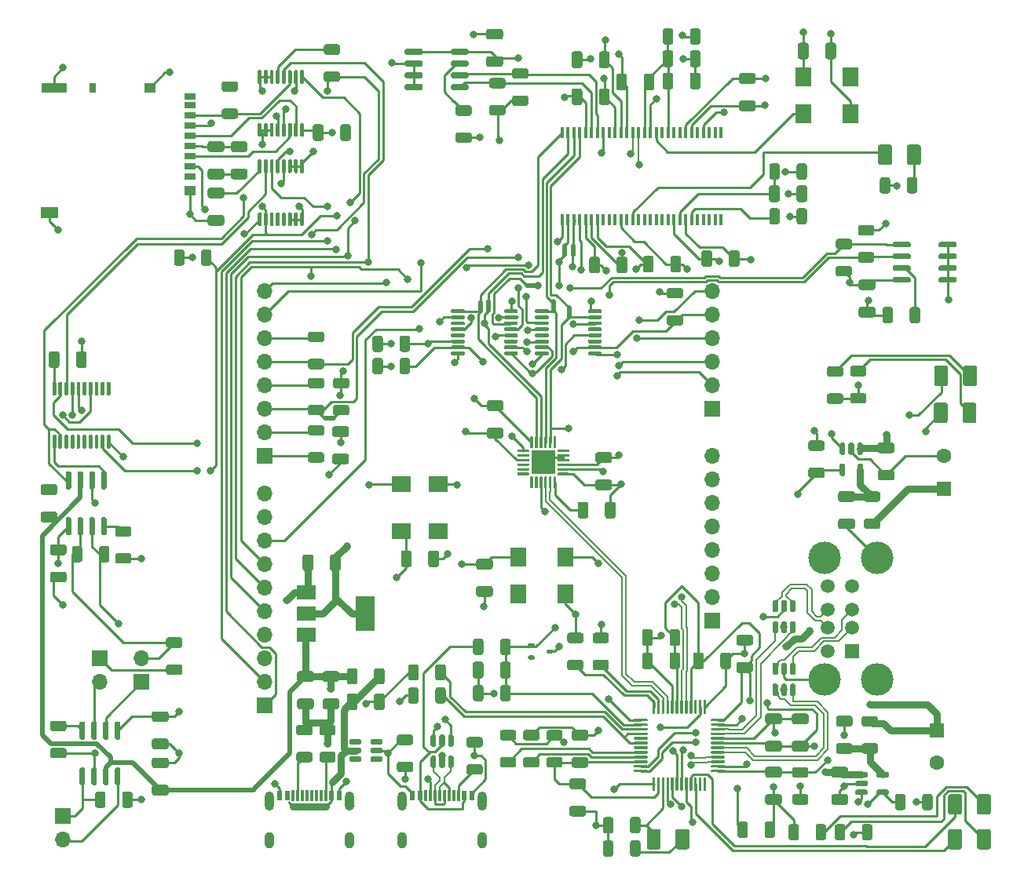
<source format=gtl>
G04 #@! TF.GenerationSoftware,KiCad,Pcbnew,8.0.8+1*
G04 #@! TF.CreationDate,2025-04-26T20:07:53+00:00*
G04 #@! TF.ProjectId,mbed-ce-ci-shield-v2,6d626564-2d63-4652-9d63-692d73686965,0*
G04 #@! TF.SameCoordinates,Original*
G04 #@! TF.FileFunction,Copper,L1,Top*
G04 #@! TF.FilePolarity,Positive*
%FSLAX46Y46*%
G04 Gerber Fmt 4.6, Leading zero omitted, Abs format (unit mm)*
G04 Created by KiCad (PCBNEW 8.0.8+1) date 2025-04-26 20:07:53*
%MOMM*%
%LPD*%
G01*
G04 APERTURE LIST*
G04 #@! TA.AperFunction,EtchedComponent*
%ADD10C,0.000000*%
G04 #@! TD*
G04 #@! TA.AperFunction,SMDPad,CuDef*
%ADD11R,0.400000X1.200000*%
G04 #@! TD*
G04 #@! TA.AperFunction,SMDPad,CuDef*
%ADD12C,0.500000*%
G04 #@! TD*
G04 #@! TA.AperFunction,ComponentPad*
%ADD13R,1.700000X1.700000*%
G04 #@! TD*
G04 #@! TA.AperFunction,ComponentPad*
%ADD14O,1.700000X1.700000*%
G04 #@! TD*
G04 #@! TA.AperFunction,ComponentPad*
%ADD15R,1.600000X1.600000*%
G04 #@! TD*
G04 #@! TA.AperFunction,ComponentPad*
%ADD16C,1.600000*%
G04 #@! TD*
G04 #@! TA.AperFunction,SMDPad,CuDef*
%ADD17R,1.800000X2.000000*%
G04 #@! TD*
G04 #@! TA.AperFunction,SMDPad,CuDef*
%ADD18R,0.600000X1.105000*%
G04 #@! TD*
G04 #@! TA.AperFunction,SMDPad,CuDef*
%ADD19R,0.300000X1.150000*%
G04 #@! TD*
G04 #@! TA.AperFunction,ComponentPad*
%ADD20O,1.000000X2.100000*%
G04 #@! TD*
G04 #@! TA.AperFunction,ComponentPad*
%ADD21O,1.000000X1.800000*%
G04 #@! TD*
G04 #@! TA.AperFunction,SMDPad,CuDef*
%ADD22R,2.650000X2.650000*%
G04 #@! TD*
G04 #@! TA.AperFunction,SMDPad,CuDef*
%ADD23R,1.200000X0.700000*%
G04 #@! TD*
G04 #@! TA.AperFunction,SMDPad,CuDef*
%ADD24R,0.800000X1.000000*%
G04 #@! TD*
G04 #@! TA.AperFunction,SMDPad,CuDef*
%ADD25R,1.200000X1.000000*%
G04 #@! TD*
G04 #@! TA.AperFunction,SMDPad,CuDef*
%ADD26R,2.800000X1.000000*%
G04 #@! TD*
G04 #@! TA.AperFunction,SMDPad,CuDef*
%ADD27R,1.900000X1.300000*%
G04 #@! TD*
G04 #@! TA.AperFunction,SMDPad,CuDef*
%ADD28R,2.000000X1.500000*%
G04 #@! TD*
G04 #@! TA.AperFunction,SMDPad,CuDef*
%ADD29R,2.000000X3.800000*%
G04 #@! TD*
G04 #@! TA.AperFunction,ComponentPad*
%ADD30R,1.500000X1.500000*%
G04 #@! TD*
G04 #@! TA.AperFunction,ComponentPad*
%ADD31C,1.500000*%
G04 #@! TD*
G04 #@! TA.AperFunction,ComponentPad*
%ADD32C,3.500000*%
G04 #@! TD*
G04 #@! TA.AperFunction,SMDPad,CuDef*
%ADD33R,2.000000X1.800000*%
G04 #@! TD*
G04 #@! TA.AperFunction,ViaPad*
%ADD34C,0.800000*%
G04 #@! TD*
G04 #@! TA.AperFunction,Conductor*
%ADD35C,0.250000*%
G04 #@! TD*
G04 #@! TA.AperFunction,Conductor*
%ADD36C,0.750000*%
G04 #@! TD*
G04 #@! TA.AperFunction,Conductor*
%ADD37C,0.500000*%
G04 #@! TD*
G04 #@! TA.AperFunction,Conductor*
%ADD38C,0.200000*%
G04 #@! TD*
G04 #@! TA.AperFunction,Conductor*
%ADD39C,1.000000*%
G04 #@! TD*
G04 APERTURE END LIST*
D10*
G04 #@! TA.AperFunction,EtchedComponent*
G36*
X112850000Y-57900000D02*
G01*
X112350000Y-57900000D01*
X112350000Y-56900000D01*
X112850000Y-56900000D01*
X112850000Y-57900000D01*
G37*
G04 #@! TD.AperFunction*
G04 #@! TA.AperFunction,EtchedComponent*
G36*
X103250000Y-57300000D02*
G01*
X102750000Y-57300000D01*
X102750000Y-56300000D01*
X103250000Y-56300000D01*
X103250000Y-57300000D01*
G37*
G04 #@! TD.AperFunction*
G04 #@! TA.AperFunction,EtchedComponent*
G36*
X112350000Y-51200000D02*
G01*
X111850000Y-51200000D01*
X111850000Y-50200000D01*
X112350000Y-50200000D01*
X112350000Y-51200000D01*
G37*
G04 #@! TD.AperFunction*
G04 #@! TA.AperFunction,EtchedComponent*
G36*
X87230000Y-69070000D02*
G01*
X86230000Y-69070000D01*
X86230000Y-68570000D01*
X87230000Y-68570000D01*
X87230000Y-69070000D01*
G37*
G04 #@! TD.AperFunction*
G04 #@! TA.AperFunction,EtchedComponent*
G36*
X109000000Y-54750000D02*
G01*
X108000000Y-54750000D01*
X108000000Y-54250000D01*
X109000000Y-54250000D01*
X109000000Y-54750000D01*
G37*
G04 #@! TD.AperFunction*
G04 #@! TA.AperFunction,EtchedComponent*
G36*
X113250000Y-51200000D02*
G01*
X112750000Y-51200000D01*
X112750000Y-50200000D01*
X113250000Y-50200000D01*
X113250000Y-51200000D01*
G37*
G04 #@! TD.AperFunction*
G04 #@! TA.AperFunction,EtchedComponent*
G36*
X111150000Y-57200000D02*
G01*
X110650000Y-57200000D01*
X110650000Y-56200000D01*
X111150000Y-56200000D01*
X111150000Y-57200000D01*
G37*
G04 #@! TD.AperFunction*
G04 #@! TA.AperFunction,EtchedComponent*
G36*
X104110000Y-57250000D02*
G01*
X103610000Y-57250000D01*
X103610000Y-56250000D01*
X104110000Y-56250000D01*
X104110000Y-57250000D01*
G37*
G04 #@! TD.AperFunction*
G04 #@! TA.AperFunction,SMDPad,CuDef*
G36*
G01*
X131150000Y-31587659D02*
X132450000Y-31587659D01*
G75*
G02*
X132700000Y-31837659I0J-250000D01*
G01*
X132700000Y-32487659D01*
G75*
G02*
X132450000Y-32737659I-250000J0D01*
G01*
X131150000Y-32737659D01*
G75*
G02*
X130900000Y-32487659I0J250000D01*
G01*
X130900000Y-31837659D01*
G75*
G02*
X131150000Y-31587659I250000J0D01*
G01*
G37*
G04 #@! TD.AperFunction*
G04 #@! TA.AperFunction,SMDPad,CuDef*
G36*
G01*
X131150000Y-34537659D02*
X132450000Y-34537659D01*
G75*
G02*
X132700000Y-34787659I0J-250000D01*
G01*
X132700000Y-35437659D01*
G75*
G02*
X132450000Y-35687659I-250000J0D01*
G01*
X131150000Y-35687659D01*
G75*
G02*
X130900000Y-35437659I0J250000D01*
G01*
X130900000Y-34787659D01*
G75*
G02*
X131150000Y-34537659I250000J0D01*
G01*
G37*
G04 #@! TD.AperFunction*
G04 #@! TA.AperFunction,SMDPad,CuDef*
G36*
G01*
X116950000Y-33487659D02*
X116950000Y-34787659D01*
G75*
G02*
X116700000Y-35037659I-250000J0D01*
G01*
X116050000Y-35037659D01*
G75*
G02*
X115800000Y-34787659I0J250000D01*
G01*
X115800000Y-33487659D01*
G75*
G02*
X116050000Y-33237659I250000J0D01*
G01*
X116700000Y-33237659D01*
G75*
G02*
X116950000Y-33487659I0J-250000D01*
G01*
G37*
G04 #@! TD.AperFunction*
G04 #@! TA.AperFunction,SMDPad,CuDef*
G36*
G01*
X114000000Y-33487659D02*
X114000000Y-34787659D01*
G75*
G02*
X113750000Y-35037659I-250000J0D01*
G01*
X113100000Y-35037659D01*
G75*
G02*
X112850000Y-34787659I0J250000D01*
G01*
X112850000Y-33487659D01*
G75*
G02*
X113100000Y-33237659I250000J0D01*
G01*
X113750000Y-33237659D01*
G75*
G02*
X114000000Y-33487659I0J-250000D01*
G01*
G37*
G04 #@! TD.AperFunction*
G04 #@! TA.AperFunction,SMDPad,CuDef*
G36*
G01*
X120450000Y-93150000D02*
X120450000Y-91850000D01*
G75*
G02*
X120700000Y-91600000I250000J0D01*
G01*
X121350000Y-91600000D01*
G75*
G02*
X121600000Y-91850000I0J-250000D01*
G01*
X121600000Y-93150000D01*
G75*
G02*
X121350000Y-93400000I-250000J0D01*
G01*
X120700000Y-93400000D01*
G75*
G02*
X120450000Y-93150000I0J250000D01*
G01*
G37*
G04 #@! TD.AperFunction*
G04 #@! TA.AperFunction,SMDPad,CuDef*
G36*
G01*
X123400000Y-93150000D02*
X123400000Y-91850000D01*
G75*
G02*
X123650000Y-91600000I250000J0D01*
G01*
X124300000Y-91600000D01*
G75*
G02*
X124550000Y-91850000I0J-250000D01*
G01*
X124550000Y-93150000D01*
G75*
G02*
X124300000Y-93400000I-250000J0D01*
G01*
X123650000Y-93400000D01*
G75*
G02*
X123400000Y-93150000I0J250000D01*
G01*
G37*
G04 #@! TD.AperFunction*
D11*
X128972500Y-38037659D03*
X128337500Y-38037659D03*
X127702500Y-38037659D03*
X127067500Y-38037659D03*
X126432500Y-38037659D03*
X125797500Y-38037659D03*
X125162500Y-38037659D03*
X124527500Y-38037659D03*
X123892500Y-38037659D03*
X123257500Y-38037659D03*
X122622500Y-38037659D03*
X121987500Y-38037659D03*
X121352500Y-38037659D03*
X120717500Y-38037659D03*
X120082500Y-38037659D03*
X119447500Y-38037659D03*
X118812500Y-38037659D03*
X118177500Y-38037659D03*
X117542500Y-38037659D03*
X116907500Y-38037659D03*
X116272500Y-38037659D03*
X115637500Y-38037659D03*
X115002500Y-38037659D03*
X114367500Y-38037659D03*
X113732500Y-38037659D03*
X113097500Y-38037659D03*
X112462500Y-38037659D03*
X111827500Y-38037659D03*
X111827500Y-47437659D03*
X112462500Y-47437659D03*
X113097500Y-47437659D03*
X113732500Y-47437659D03*
X114367500Y-47437659D03*
X115002500Y-47437659D03*
X115637500Y-47437659D03*
X116272500Y-47437659D03*
X116907500Y-47437659D03*
X117542500Y-47437659D03*
X118177500Y-47437659D03*
X118812500Y-47437659D03*
X119447500Y-47437659D03*
X120082500Y-47437659D03*
X120717500Y-47437659D03*
X121352500Y-47437659D03*
X121987500Y-47437659D03*
X122622500Y-47437659D03*
X123257500Y-47437659D03*
X123892500Y-47437659D03*
X124527500Y-47437659D03*
X125162500Y-47437659D03*
X125797500Y-47437659D03*
X126432500Y-47437659D03*
X127067500Y-47437659D03*
X127702500Y-47437659D03*
X128337500Y-47437659D03*
X128972500Y-47437659D03*
G04 #@! TA.AperFunction,SMDPad,CuDef*
G36*
G01*
X120450000Y-95650000D02*
X120450000Y-94350000D01*
G75*
G02*
X120700000Y-94100000I250000J0D01*
G01*
X121350000Y-94100000D01*
G75*
G02*
X121600000Y-94350000I0J-250000D01*
G01*
X121600000Y-95650000D01*
G75*
G02*
X121350000Y-95900000I-250000J0D01*
G01*
X120700000Y-95900000D01*
G75*
G02*
X120450000Y-95650000I0J250000D01*
G01*
G37*
G04 #@! TD.AperFunction*
G04 #@! TA.AperFunction,SMDPad,CuDef*
G36*
G01*
X123400000Y-95650000D02*
X123400000Y-94350000D01*
G75*
G02*
X123650000Y-94100000I250000J0D01*
G01*
X124300000Y-94100000D01*
G75*
G02*
X124550000Y-94350000I0J-250000D01*
G01*
X124550000Y-95650000D01*
G75*
G02*
X124300000Y-95900000I-250000J0D01*
G01*
X123650000Y-95900000D01*
G75*
G02*
X123400000Y-95650000I0J250000D01*
G01*
G37*
G04 #@! TD.AperFunction*
G04 #@! TA.AperFunction,SMDPad,CuDef*
G36*
G01*
X77650000Y-43050000D02*
X76350000Y-43050000D01*
G75*
G02*
X76100000Y-42800000I0J250000D01*
G01*
X76100000Y-42150000D01*
G75*
G02*
X76350000Y-41900000I250000J0D01*
G01*
X77650000Y-41900000D01*
G75*
G02*
X77900000Y-42150000I0J-250000D01*
G01*
X77900000Y-42800000D01*
G75*
G02*
X77650000Y-43050000I-250000J0D01*
G01*
G37*
G04 #@! TD.AperFunction*
G04 #@! TA.AperFunction,SMDPad,CuDef*
G36*
G01*
X77650000Y-40100000D02*
X76350000Y-40100000D01*
G75*
G02*
X76100000Y-39850000I0J250000D01*
G01*
X76100000Y-39200000D01*
G75*
G02*
X76350000Y-38950000I250000J0D01*
G01*
X77650000Y-38950000D01*
G75*
G02*
X77900000Y-39200000I0J-250000D01*
G01*
X77900000Y-39850000D01*
G75*
G02*
X77650000Y-40100000I-250000J0D01*
G01*
G37*
G04 #@! TD.AperFunction*
G04 #@! TA.AperFunction,SMDPad,CuDef*
G36*
G01*
X144625000Y-76725000D02*
X145875000Y-76725000D01*
G75*
G02*
X146125000Y-76975000I0J-250000D01*
G01*
X146125000Y-77600000D01*
G75*
G02*
X145875000Y-77850000I-250000J0D01*
G01*
X144625000Y-77850000D01*
G75*
G02*
X144375000Y-77600000I0J250000D01*
G01*
X144375000Y-76975000D01*
G75*
G02*
X144625000Y-76725000I250000J0D01*
G01*
G37*
G04 #@! TD.AperFunction*
G04 #@! TA.AperFunction,SMDPad,CuDef*
G36*
G01*
X144625000Y-79650000D02*
X145875000Y-79650000D01*
G75*
G02*
X146125000Y-79900000I0J-250000D01*
G01*
X146125000Y-80525000D01*
G75*
G02*
X145875000Y-80775000I-250000J0D01*
G01*
X144625000Y-80775000D01*
G75*
G02*
X144375000Y-80525000I0J250000D01*
G01*
X144375000Y-79900000D01*
G75*
G02*
X144625000Y-79650000I250000J0D01*
G01*
G37*
G04 #@! TD.AperFunction*
G04 #@! TA.AperFunction,SMDPad,CuDef*
G36*
G01*
X138225000Y-41575000D02*
X138225000Y-42825000D01*
G75*
G02*
X137975000Y-43075000I-250000J0D01*
G01*
X137350000Y-43075000D01*
G75*
G02*
X137100000Y-42825000I0J250000D01*
G01*
X137100000Y-41575000D01*
G75*
G02*
X137350000Y-41325000I250000J0D01*
G01*
X137975000Y-41325000D01*
G75*
G02*
X138225000Y-41575000I0J-250000D01*
G01*
G37*
G04 #@! TD.AperFunction*
G04 #@! TA.AperFunction,SMDPad,CuDef*
G36*
G01*
X135300000Y-41575000D02*
X135300000Y-42825000D01*
G75*
G02*
X135050000Y-43075000I-250000J0D01*
G01*
X134425000Y-43075000D01*
G75*
G02*
X134175000Y-42825000I0J250000D01*
G01*
X134175000Y-41575000D01*
G75*
G02*
X134425000Y-41325000I250000J0D01*
G01*
X135050000Y-41325000D01*
G75*
G02*
X135300000Y-41575000I0J-250000D01*
G01*
G37*
G04 #@! TD.AperFunction*
G04 #@! TA.AperFunction,SMDPad,CuDef*
G36*
G01*
X143150000Y-80800000D02*
X141850000Y-80800000D01*
G75*
G02*
X141600000Y-80550000I0J250000D01*
G01*
X141600000Y-79900000D01*
G75*
G02*
X141850000Y-79650000I250000J0D01*
G01*
X143150000Y-79650000D01*
G75*
G02*
X143400000Y-79900000I0J-250000D01*
G01*
X143400000Y-80550000D01*
G75*
G02*
X143150000Y-80800000I-250000J0D01*
G01*
G37*
G04 #@! TD.AperFunction*
G04 #@! TA.AperFunction,SMDPad,CuDef*
G36*
G01*
X143150000Y-77850000D02*
X141850000Y-77850000D01*
G75*
G02*
X141600000Y-77600000I0J250000D01*
G01*
X141600000Y-76950000D01*
G75*
G02*
X141850000Y-76700000I250000J0D01*
G01*
X143150000Y-76700000D01*
G75*
G02*
X143400000Y-76950000I0J-250000D01*
G01*
X143400000Y-77600000D01*
G75*
G02*
X143150000Y-77850000I-250000J0D01*
G01*
G37*
G04 #@! TD.AperFunction*
G04 #@! TA.AperFunction,SMDPad,CuDef*
G36*
G01*
X145625000Y-105025000D02*
X144375000Y-105025000D01*
G75*
G02*
X144125000Y-104775000I0J250000D01*
G01*
X144125000Y-104150000D01*
G75*
G02*
X144375000Y-103900000I250000J0D01*
G01*
X145625000Y-103900000D01*
G75*
G02*
X145875000Y-104150000I0J-250000D01*
G01*
X145875000Y-104775000D01*
G75*
G02*
X145625000Y-105025000I-250000J0D01*
G01*
G37*
G04 #@! TD.AperFunction*
G04 #@! TA.AperFunction,SMDPad,CuDef*
G36*
G01*
X145625000Y-102100000D02*
X144375000Y-102100000D01*
G75*
G02*
X144125000Y-101850000I0J250000D01*
G01*
X144125000Y-101225000D01*
G75*
G02*
X144375000Y-100975000I250000J0D01*
G01*
X145625000Y-100975000D01*
G75*
G02*
X145875000Y-101225000I0J-250000D01*
G01*
X145875000Y-101850000D01*
G75*
G02*
X145625000Y-102100000I-250000J0D01*
G01*
G37*
G04 #@! TD.AperFunction*
D12*
X112600000Y-57900000D03*
X112600000Y-56900000D03*
G04 #@! TA.AperFunction,SMDPad,CuDef*
G36*
G01*
X67850000Y-105450000D02*
X69150000Y-105450000D01*
G75*
G02*
X69400000Y-105700000I0J-250000D01*
G01*
X69400000Y-106350000D01*
G75*
G02*
X69150000Y-106600000I-250000J0D01*
G01*
X67850000Y-106600000D01*
G75*
G02*
X67600000Y-106350000I0J250000D01*
G01*
X67600000Y-105700000D01*
G75*
G02*
X67850000Y-105450000I250000J0D01*
G01*
G37*
G04 #@! TD.AperFunction*
G04 #@! TA.AperFunction,SMDPad,CuDef*
G36*
G01*
X67850000Y-108400000D02*
X69150000Y-108400000D01*
G75*
G02*
X69400000Y-108650000I0J-250000D01*
G01*
X69400000Y-109300000D01*
G75*
G02*
X69150000Y-109550000I-250000J0D01*
G01*
X67850000Y-109550000D01*
G75*
G02*
X67600000Y-109300000I0J250000D01*
G01*
X67600000Y-108650000D01*
G75*
G02*
X67850000Y-108400000I250000J0D01*
G01*
G37*
G04 #@! TD.AperFunction*
G04 #@! TA.AperFunction,SMDPad,CuDef*
G36*
G01*
X113100000Y-102450000D02*
X114400000Y-102450000D01*
G75*
G02*
X114650000Y-102700000I0J-250000D01*
G01*
X114650000Y-103350000D01*
G75*
G02*
X114400000Y-103600000I-250000J0D01*
G01*
X113100000Y-103600000D01*
G75*
G02*
X112850000Y-103350000I0J250000D01*
G01*
X112850000Y-102700000D01*
G75*
G02*
X113100000Y-102450000I250000J0D01*
G01*
G37*
G04 #@! TD.AperFunction*
G04 #@! TA.AperFunction,SMDPad,CuDef*
G36*
G01*
X113100000Y-105400000D02*
X114400000Y-105400000D01*
G75*
G02*
X114650000Y-105650000I0J-250000D01*
G01*
X114650000Y-106300000D01*
G75*
G02*
X114400000Y-106550000I-250000J0D01*
G01*
X113100000Y-106550000D01*
G75*
G02*
X112850000Y-106300000I0J250000D01*
G01*
X112850000Y-105650000D01*
G75*
G02*
X113100000Y-105400000I250000J0D01*
G01*
G37*
G04 #@! TD.AperFunction*
G04 #@! TA.AperFunction,SMDPad,CuDef*
G36*
G01*
X103900000Y-26810000D02*
X105200000Y-26810000D01*
G75*
G02*
X105450000Y-27060000I0J-250000D01*
G01*
X105450000Y-27710000D01*
G75*
G02*
X105200000Y-27960000I-250000J0D01*
G01*
X103900000Y-27960000D01*
G75*
G02*
X103650000Y-27710000I0J250000D01*
G01*
X103650000Y-27060000D01*
G75*
G02*
X103900000Y-26810000I250000J0D01*
G01*
G37*
G04 #@! TD.AperFunction*
G04 #@! TA.AperFunction,SMDPad,CuDef*
G36*
G01*
X103900000Y-29760000D02*
X105200000Y-29760000D01*
G75*
G02*
X105450000Y-30010000I0J-250000D01*
G01*
X105450000Y-30660000D01*
G75*
G02*
X105200000Y-30910000I-250000J0D01*
G01*
X103900000Y-30910000D01*
G75*
G02*
X103650000Y-30660000I0J250000D01*
G01*
X103650000Y-30010000D01*
G75*
G02*
X103900000Y-29760000I250000J0D01*
G01*
G37*
G04 #@! TD.AperFunction*
G04 #@! TA.AperFunction,SMDPad,CuDef*
G36*
G01*
X95425000Y-60175000D02*
X95425000Y-61425000D01*
G75*
G02*
X95175000Y-61675000I-250000J0D01*
G01*
X94550000Y-61675000D01*
G75*
G02*
X94300000Y-61425000I0J250000D01*
G01*
X94300000Y-60175000D01*
G75*
G02*
X94550000Y-59925000I250000J0D01*
G01*
X95175000Y-59925000D01*
G75*
G02*
X95425000Y-60175000I0J-250000D01*
G01*
G37*
G04 #@! TD.AperFunction*
G04 #@! TA.AperFunction,SMDPad,CuDef*
G36*
G01*
X92500000Y-60175000D02*
X92500000Y-61425000D01*
G75*
G02*
X92250000Y-61675000I-250000J0D01*
G01*
X91625000Y-61675000D01*
G75*
G02*
X91375000Y-61425000I0J250000D01*
G01*
X91375000Y-60175000D01*
G75*
G02*
X91625000Y-59925000I250000J0D01*
G01*
X92250000Y-59925000D01*
G75*
G02*
X92500000Y-60175000I0J-250000D01*
G01*
G37*
G04 #@! TD.AperFunction*
G04 #@! TA.AperFunction,SMDPad,CuDef*
G36*
G01*
X58150000Y-86550000D02*
X56850000Y-86550000D01*
G75*
G02*
X56600000Y-86300000I0J250000D01*
G01*
X56600000Y-85650000D01*
G75*
G02*
X56850000Y-85400000I250000J0D01*
G01*
X58150000Y-85400000D01*
G75*
G02*
X58400000Y-85650000I0J-250000D01*
G01*
X58400000Y-86300000D01*
G75*
G02*
X58150000Y-86550000I-250000J0D01*
G01*
G37*
G04 #@! TD.AperFunction*
G04 #@! TA.AperFunction,SMDPad,CuDef*
G36*
G01*
X58150000Y-83600000D02*
X56850000Y-83600000D01*
G75*
G02*
X56600000Y-83350000I0J250000D01*
G01*
X56600000Y-82700000D01*
G75*
G02*
X56850000Y-82450000I250000J0D01*
G01*
X58150000Y-82450000D01*
G75*
G02*
X58400000Y-82700000I0J-250000D01*
G01*
X58400000Y-83350000D01*
G75*
G02*
X58150000Y-83600000I-250000J0D01*
G01*
G37*
G04 #@! TD.AperFunction*
G04 #@! TA.AperFunction,SMDPad,CuDef*
G36*
G01*
X105250000Y-71000000D02*
X103950000Y-71000000D01*
G75*
G02*
X103700000Y-70750000I0J250000D01*
G01*
X103700000Y-70100000D01*
G75*
G02*
X103950000Y-69850000I250000J0D01*
G01*
X105250000Y-69850000D01*
G75*
G02*
X105500000Y-70100000I0J-250000D01*
G01*
X105500000Y-70750000D01*
G75*
G02*
X105250000Y-71000000I-250000J0D01*
G01*
G37*
G04 #@! TD.AperFunction*
G04 #@! TA.AperFunction,SMDPad,CuDef*
G36*
G01*
X105250000Y-68050000D02*
X103950000Y-68050000D01*
G75*
G02*
X103700000Y-67800000I0J250000D01*
G01*
X103700000Y-67150000D01*
G75*
G02*
X103950000Y-66900000I250000J0D01*
G01*
X105250000Y-66900000D01*
G75*
G02*
X105500000Y-67150000I0J-250000D01*
G01*
X105500000Y-67800000D01*
G75*
G02*
X105250000Y-68050000I-250000J0D01*
G01*
G37*
G04 #@! TD.AperFunction*
D13*
X79750000Y-72870000D03*
D14*
X79750000Y-70330000D03*
X79750000Y-67790000D03*
X79750000Y-65250000D03*
X79750000Y-62710000D03*
X79750000Y-60170000D03*
X79750000Y-57630000D03*
X79750000Y-55090000D03*
D15*
X153000000Y-76402651D03*
D16*
X153000000Y-72902651D03*
G04 #@! TA.AperFunction,SMDPad,CuDef*
G36*
G01*
X84800000Y-100225000D02*
X83500000Y-100225000D01*
G75*
G02*
X83250000Y-99975000I0J250000D01*
G01*
X83250000Y-99325000D01*
G75*
G02*
X83500000Y-99075000I250000J0D01*
G01*
X84800000Y-99075000D01*
G75*
G02*
X85050000Y-99325000I0J-250000D01*
G01*
X85050000Y-99975000D01*
G75*
G02*
X84800000Y-100225000I-250000J0D01*
G01*
G37*
G04 #@! TD.AperFunction*
G04 #@! TA.AperFunction,SMDPad,CuDef*
G36*
G01*
X84800000Y-97275000D02*
X83500000Y-97275000D01*
G75*
G02*
X83250000Y-97025000I0J250000D01*
G01*
X83250000Y-96375000D01*
G75*
G02*
X83500000Y-96125000I250000J0D01*
G01*
X84800000Y-96125000D01*
G75*
G02*
X85050000Y-96375000I0J-250000D01*
G01*
X85050000Y-97025000D01*
G75*
G02*
X84800000Y-97275000I-250000J0D01*
G01*
G37*
G04 #@! TD.AperFunction*
G04 #@! TA.AperFunction,SMDPad,CuDef*
G36*
G01*
X107050000Y-61737500D02*
X107050000Y-61937500D01*
G75*
G02*
X106950000Y-62037500I-100000J0D01*
G01*
X105675000Y-62037500D01*
G75*
G02*
X105575000Y-61937500I0J100000D01*
G01*
X105575000Y-61737500D01*
G75*
G02*
X105675000Y-61637500I100000J0D01*
G01*
X106950000Y-61637500D01*
G75*
G02*
X107050000Y-61737500I0J-100000D01*
G01*
G37*
G04 #@! TD.AperFunction*
G04 #@! TA.AperFunction,SMDPad,CuDef*
G36*
G01*
X107050000Y-61087500D02*
X107050000Y-61287500D01*
G75*
G02*
X106950000Y-61387500I-100000J0D01*
G01*
X105675000Y-61387500D01*
G75*
G02*
X105575000Y-61287500I0J100000D01*
G01*
X105575000Y-61087500D01*
G75*
G02*
X105675000Y-60987500I100000J0D01*
G01*
X106950000Y-60987500D01*
G75*
G02*
X107050000Y-61087500I0J-100000D01*
G01*
G37*
G04 #@! TD.AperFunction*
G04 #@! TA.AperFunction,SMDPad,CuDef*
G36*
G01*
X107050000Y-60437500D02*
X107050000Y-60637500D01*
G75*
G02*
X106950000Y-60737500I-100000J0D01*
G01*
X105675000Y-60737500D01*
G75*
G02*
X105575000Y-60637500I0J100000D01*
G01*
X105575000Y-60437500D01*
G75*
G02*
X105675000Y-60337500I100000J0D01*
G01*
X106950000Y-60337500D01*
G75*
G02*
X107050000Y-60437500I0J-100000D01*
G01*
G37*
G04 #@! TD.AperFunction*
G04 #@! TA.AperFunction,SMDPad,CuDef*
G36*
G01*
X107050000Y-59787500D02*
X107050000Y-59987500D01*
G75*
G02*
X106950000Y-60087500I-100000J0D01*
G01*
X105675000Y-60087500D01*
G75*
G02*
X105575000Y-59987500I0J100000D01*
G01*
X105575000Y-59787500D01*
G75*
G02*
X105675000Y-59687500I100000J0D01*
G01*
X106950000Y-59687500D01*
G75*
G02*
X107050000Y-59787500I0J-100000D01*
G01*
G37*
G04 #@! TD.AperFunction*
G04 #@! TA.AperFunction,SMDPad,CuDef*
G36*
G01*
X107050000Y-59137500D02*
X107050000Y-59337500D01*
G75*
G02*
X106950000Y-59437500I-100000J0D01*
G01*
X105675000Y-59437500D01*
G75*
G02*
X105575000Y-59337500I0J100000D01*
G01*
X105575000Y-59137500D01*
G75*
G02*
X105675000Y-59037500I100000J0D01*
G01*
X106950000Y-59037500D01*
G75*
G02*
X107050000Y-59137500I0J-100000D01*
G01*
G37*
G04 #@! TD.AperFunction*
G04 #@! TA.AperFunction,SMDPad,CuDef*
G36*
G01*
X107050000Y-58487500D02*
X107050000Y-58687500D01*
G75*
G02*
X106950000Y-58787500I-100000J0D01*
G01*
X105675000Y-58787500D01*
G75*
G02*
X105575000Y-58687500I0J100000D01*
G01*
X105575000Y-58487500D01*
G75*
G02*
X105675000Y-58387500I100000J0D01*
G01*
X106950000Y-58387500D01*
G75*
G02*
X107050000Y-58487500I0J-100000D01*
G01*
G37*
G04 #@! TD.AperFunction*
G04 #@! TA.AperFunction,SMDPad,CuDef*
G36*
G01*
X107050000Y-57837500D02*
X107050000Y-58037500D01*
G75*
G02*
X106950000Y-58137500I-100000J0D01*
G01*
X105675000Y-58137500D01*
G75*
G02*
X105575000Y-58037500I0J100000D01*
G01*
X105575000Y-57837500D01*
G75*
G02*
X105675000Y-57737500I100000J0D01*
G01*
X106950000Y-57737500D01*
G75*
G02*
X107050000Y-57837500I0J-100000D01*
G01*
G37*
G04 #@! TD.AperFunction*
G04 #@! TA.AperFunction,SMDPad,CuDef*
G36*
G01*
X107050000Y-57187500D02*
X107050000Y-57387500D01*
G75*
G02*
X106950000Y-57487500I-100000J0D01*
G01*
X105675000Y-57487500D01*
G75*
G02*
X105575000Y-57387500I0J100000D01*
G01*
X105575000Y-57187500D01*
G75*
G02*
X105675000Y-57087500I100000J0D01*
G01*
X106950000Y-57087500D01*
G75*
G02*
X107050000Y-57187500I0J-100000D01*
G01*
G37*
G04 #@! TD.AperFunction*
G04 #@! TA.AperFunction,SMDPad,CuDef*
G36*
G01*
X101325000Y-57187500D02*
X101325000Y-57387500D01*
G75*
G02*
X101225000Y-57487500I-100000J0D01*
G01*
X99950000Y-57487500D01*
G75*
G02*
X99850000Y-57387500I0J100000D01*
G01*
X99850000Y-57187500D01*
G75*
G02*
X99950000Y-57087500I100000J0D01*
G01*
X101225000Y-57087500D01*
G75*
G02*
X101325000Y-57187500I0J-100000D01*
G01*
G37*
G04 #@! TD.AperFunction*
G04 #@! TA.AperFunction,SMDPad,CuDef*
G36*
G01*
X101325000Y-57837500D02*
X101325000Y-58037500D01*
G75*
G02*
X101225000Y-58137500I-100000J0D01*
G01*
X99950000Y-58137500D01*
G75*
G02*
X99850000Y-58037500I0J100000D01*
G01*
X99850000Y-57837500D01*
G75*
G02*
X99950000Y-57737500I100000J0D01*
G01*
X101225000Y-57737500D01*
G75*
G02*
X101325000Y-57837500I0J-100000D01*
G01*
G37*
G04 #@! TD.AperFunction*
G04 #@! TA.AperFunction,SMDPad,CuDef*
G36*
G01*
X101325000Y-58487500D02*
X101325000Y-58687500D01*
G75*
G02*
X101225000Y-58787500I-100000J0D01*
G01*
X99950000Y-58787500D01*
G75*
G02*
X99850000Y-58687500I0J100000D01*
G01*
X99850000Y-58487500D01*
G75*
G02*
X99950000Y-58387500I100000J0D01*
G01*
X101225000Y-58387500D01*
G75*
G02*
X101325000Y-58487500I0J-100000D01*
G01*
G37*
G04 #@! TD.AperFunction*
G04 #@! TA.AperFunction,SMDPad,CuDef*
G36*
G01*
X101325000Y-59137500D02*
X101325000Y-59337500D01*
G75*
G02*
X101225000Y-59437500I-100000J0D01*
G01*
X99950000Y-59437500D01*
G75*
G02*
X99850000Y-59337500I0J100000D01*
G01*
X99850000Y-59137500D01*
G75*
G02*
X99950000Y-59037500I100000J0D01*
G01*
X101225000Y-59037500D01*
G75*
G02*
X101325000Y-59137500I0J-100000D01*
G01*
G37*
G04 #@! TD.AperFunction*
G04 #@! TA.AperFunction,SMDPad,CuDef*
G36*
G01*
X101325000Y-59787500D02*
X101325000Y-59987500D01*
G75*
G02*
X101225000Y-60087500I-100000J0D01*
G01*
X99950000Y-60087500D01*
G75*
G02*
X99850000Y-59987500I0J100000D01*
G01*
X99850000Y-59787500D01*
G75*
G02*
X99950000Y-59687500I100000J0D01*
G01*
X101225000Y-59687500D01*
G75*
G02*
X101325000Y-59787500I0J-100000D01*
G01*
G37*
G04 #@! TD.AperFunction*
G04 #@! TA.AperFunction,SMDPad,CuDef*
G36*
G01*
X101325000Y-60437500D02*
X101325000Y-60637500D01*
G75*
G02*
X101225000Y-60737500I-100000J0D01*
G01*
X99950000Y-60737500D01*
G75*
G02*
X99850000Y-60637500I0J100000D01*
G01*
X99850000Y-60437500D01*
G75*
G02*
X99950000Y-60337500I100000J0D01*
G01*
X101225000Y-60337500D01*
G75*
G02*
X101325000Y-60437500I0J-100000D01*
G01*
G37*
G04 #@! TD.AperFunction*
G04 #@! TA.AperFunction,SMDPad,CuDef*
G36*
G01*
X101325000Y-61087500D02*
X101325000Y-61287500D01*
G75*
G02*
X101225000Y-61387500I-100000J0D01*
G01*
X99950000Y-61387500D01*
G75*
G02*
X99850000Y-61287500I0J100000D01*
G01*
X99850000Y-61087500D01*
G75*
G02*
X99950000Y-60987500I100000J0D01*
G01*
X101225000Y-60987500D01*
G75*
G02*
X101325000Y-61087500I0J-100000D01*
G01*
G37*
G04 #@! TD.AperFunction*
G04 #@! TA.AperFunction,SMDPad,CuDef*
G36*
G01*
X101325000Y-61737500D02*
X101325000Y-61937500D01*
G75*
G02*
X101225000Y-62037500I-100000J0D01*
G01*
X99950000Y-62037500D01*
G75*
G02*
X99850000Y-61937500I0J100000D01*
G01*
X99850000Y-61737500D01*
G75*
G02*
X99950000Y-61637500I100000J0D01*
G01*
X101225000Y-61637500D01*
G75*
G02*
X101325000Y-61737500I0J-100000D01*
G01*
G37*
G04 #@! TD.AperFunction*
G04 #@! TA.AperFunction,SMDPad,CuDef*
G36*
G01*
X136550000Y-95200000D02*
X136850000Y-95200000D01*
G75*
G02*
X137000000Y-95350000I0J-150000D01*
G01*
X137000000Y-96375000D01*
G75*
G02*
X136850000Y-96525000I-150000J0D01*
G01*
X136550000Y-96525000D01*
G75*
G02*
X136400000Y-96375000I0J150000D01*
G01*
X136400000Y-95350000D01*
G75*
G02*
X136550000Y-95200000I150000J0D01*
G01*
G37*
G04 #@! TD.AperFunction*
G04 #@! TA.AperFunction,SMDPad,CuDef*
G36*
G01*
X135600000Y-95200000D02*
X135900000Y-95200000D01*
G75*
G02*
X136050000Y-95350000I0J-150000D01*
G01*
X136050000Y-96375000D01*
G75*
G02*
X135900000Y-96525000I-150000J0D01*
G01*
X135600000Y-96525000D01*
G75*
G02*
X135450000Y-96375000I0J150000D01*
G01*
X135450000Y-95350000D01*
G75*
G02*
X135600000Y-95200000I150000J0D01*
G01*
G37*
G04 #@! TD.AperFunction*
G04 #@! TA.AperFunction,SMDPad,CuDef*
G36*
G01*
X134650000Y-95200000D02*
X134950000Y-95200000D01*
G75*
G02*
X135100000Y-95350000I0J-150000D01*
G01*
X135100000Y-96375000D01*
G75*
G02*
X134950000Y-96525000I-150000J0D01*
G01*
X134650000Y-96525000D01*
G75*
G02*
X134500000Y-96375000I0J150000D01*
G01*
X134500000Y-95350000D01*
G75*
G02*
X134650000Y-95200000I150000J0D01*
G01*
G37*
G04 #@! TD.AperFunction*
G04 #@! TA.AperFunction,SMDPad,CuDef*
G36*
G01*
X134650000Y-97475000D02*
X134950000Y-97475000D01*
G75*
G02*
X135100000Y-97625000I0J-150000D01*
G01*
X135100000Y-98650000D01*
G75*
G02*
X134950000Y-98800000I-150000J0D01*
G01*
X134650000Y-98800000D01*
G75*
G02*
X134500000Y-98650000I0J150000D01*
G01*
X134500000Y-97625000D01*
G75*
G02*
X134650000Y-97475000I150000J0D01*
G01*
G37*
G04 #@! TD.AperFunction*
G04 #@! TA.AperFunction,SMDPad,CuDef*
G36*
G01*
X135600000Y-97475000D02*
X135900000Y-97475000D01*
G75*
G02*
X136050000Y-97625000I0J-150000D01*
G01*
X136050000Y-98650000D01*
G75*
G02*
X135900000Y-98800000I-150000J0D01*
G01*
X135600000Y-98800000D01*
G75*
G02*
X135450000Y-98650000I0J150000D01*
G01*
X135450000Y-97625000D01*
G75*
G02*
X135600000Y-97475000I150000J0D01*
G01*
G37*
G04 #@! TD.AperFunction*
G04 #@! TA.AperFunction,SMDPad,CuDef*
G36*
G01*
X136550000Y-97475000D02*
X136850000Y-97475000D01*
G75*
G02*
X137000000Y-97625000I0J-150000D01*
G01*
X137000000Y-98650000D01*
G75*
G02*
X136850000Y-98800000I-150000J0D01*
G01*
X136550000Y-98800000D01*
G75*
G02*
X136400000Y-98650000I0J150000D01*
G01*
X136400000Y-97625000D01*
G75*
G02*
X136550000Y-97475000I150000J0D01*
G01*
G37*
G04 #@! TD.AperFunction*
G04 #@! TA.AperFunction,SMDPad,CuDef*
G36*
G01*
X126725000Y-27012659D02*
X126725000Y-28262659D01*
G75*
G02*
X126475000Y-28512659I-250000J0D01*
G01*
X125850000Y-28512659D01*
G75*
G02*
X125600000Y-28262659I0J250000D01*
G01*
X125600000Y-27012659D01*
G75*
G02*
X125850000Y-26762659I250000J0D01*
G01*
X126475000Y-26762659D01*
G75*
G02*
X126725000Y-27012659I0J-250000D01*
G01*
G37*
G04 #@! TD.AperFunction*
G04 #@! TA.AperFunction,SMDPad,CuDef*
G36*
G01*
X123800000Y-27012659D02*
X123800000Y-28262659D01*
G75*
G02*
X123550000Y-28512659I-250000J0D01*
G01*
X122925000Y-28512659D01*
G75*
G02*
X122675000Y-28262659I0J250000D01*
G01*
X122675000Y-27012659D01*
G75*
G02*
X122925000Y-26762659I250000J0D01*
G01*
X123550000Y-26762659D01*
G75*
G02*
X123800000Y-27012659I0J-250000D01*
G01*
G37*
G04 #@! TD.AperFunction*
G04 #@! TA.AperFunction,SMDPad,CuDef*
G36*
G01*
X120275000Y-114625000D02*
X120275000Y-115875000D01*
G75*
G02*
X120025000Y-116125000I-250000J0D01*
G01*
X119400000Y-116125000D01*
G75*
G02*
X119150000Y-115875000I0J250000D01*
G01*
X119150000Y-114625000D01*
G75*
G02*
X119400000Y-114375000I250000J0D01*
G01*
X120025000Y-114375000D01*
G75*
G02*
X120275000Y-114625000I0J-250000D01*
G01*
G37*
G04 #@! TD.AperFunction*
G04 #@! TA.AperFunction,SMDPad,CuDef*
G36*
G01*
X117350000Y-114625000D02*
X117350000Y-115875000D01*
G75*
G02*
X117100000Y-116125000I-250000J0D01*
G01*
X116475000Y-116125000D01*
G75*
G02*
X116225000Y-115875000I0J250000D01*
G01*
X116225000Y-114625000D01*
G75*
G02*
X116475000Y-114375000I250000J0D01*
G01*
X117100000Y-114375000D01*
G75*
G02*
X117350000Y-114625000I0J-250000D01*
G01*
G37*
G04 #@! TD.AperFunction*
G04 #@! TA.AperFunction,SMDPad,CuDef*
G36*
G01*
X126850000Y-52250000D02*
X126850000Y-50950000D01*
G75*
G02*
X127100000Y-50700000I250000J0D01*
G01*
X127750000Y-50700000D01*
G75*
G02*
X128000000Y-50950000I0J-250000D01*
G01*
X128000000Y-52250000D01*
G75*
G02*
X127750000Y-52500000I-250000J0D01*
G01*
X127100000Y-52500000D01*
G75*
G02*
X126850000Y-52250000I0J250000D01*
G01*
G37*
G04 #@! TD.AperFunction*
G04 #@! TA.AperFunction,SMDPad,CuDef*
G36*
G01*
X129800000Y-52250000D02*
X129800000Y-50950000D01*
G75*
G02*
X130050000Y-50700000I250000J0D01*
G01*
X130700000Y-50700000D01*
G75*
G02*
X130950000Y-50950000I0J-250000D01*
G01*
X130950000Y-52250000D01*
G75*
G02*
X130700000Y-52500000I-250000J0D01*
G01*
X130050000Y-52500000D01*
G75*
G02*
X129800000Y-52250000I0J250000D01*
G01*
G37*
G04 #@! TD.AperFunction*
G04 #@! TA.AperFunction,SMDPad,CuDef*
G36*
G01*
X130725000Y-113875000D02*
X130725000Y-112625000D01*
G75*
G02*
X130975000Y-112375000I250000J0D01*
G01*
X131600000Y-112375000D01*
G75*
G02*
X131850000Y-112625000I0J-250000D01*
G01*
X131850000Y-113875000D01*
G75*
G02*
X131600000Y-114125000I-250000J0D01*
G01*
X130975000Y-114125000D01*
G75*
G02*
X130725000Y-113875000I0J250000D01*
G01*
G37*
G04 #@! TD.AperFunction*
G04 #@! TA.AperFunction,SMDPad,CuDef*
G36*
G01*
X133650000Y-113875000D02*
X133650000Y-112625000D01*
G75*
G02*
X133900000Y-112375000I250000J0D01*
G01*
X134525000Y-112375000D01*
G75*
G02*
X134775000Y-112625000I0J-250000D01*
G01*
X134775000Y-113875000D01*
G75*
G02*
X134525000Y-114125000I-250000J0D01*
G01*
X133900000Y-114125000D01*
G75*
G02*
X133650000Y-113875000I0J250000D01*
G01*
G37*
G04 #@! TD.AperFunction*
G04 #@! TA.AperFunction,SMDPad,CuDef*
G36*
G01*
X62255000Y-74550000D02*
X62555000Y-74550000D01*
G75*
G02*
X62705000Y-74700000I0J-150000D01*
G01*
X62705000Y-76350000D01*
G75*
G02*
X62555000Y-76500000I-150000J0D01*
G01*
X62255000Y-76500000D01*
G75*
G02*
X62105000Y-76350000I0J150000D01*
G01*
X62105000Y-74700000D01*
G75*
G02*
X62255000Y-74550000I150000J0D01*
G01*
G37*
G04 #@! TD.AperFunction*
G04 #@! TA.AperFunction,SMDPad,CuDef*
G36*
G01*
X60985000Y-74550000D02*
X61285000Y-74550000D01*
G75*
G02*
X61435000Y-74700000I0J-150000D01*
G01*
X61435000Y-76350000D01*
G75*
G02*
X61285000Y-76500000I-150000J0D01*
G01*
X60985000Y-76500000D01*
G75*
G02*
X60835000Y-76350000I0J150000D01*
G01*
X60835000Y-74700000D01*
G75*
G02*
X60985000Y-74550000I150000J0D01*
G01*
G37*
G04 #@! TD.AperFunction*
G04 #@! TA.AperFunction,SMDPad,CuDef*
G36*
G01*
X59715000Y-74550000D02*
X60015000Y-74550000D01*
G75*
G02*
X60165000Y-74700000I0J-150000D01*
G01*
X60165000Y-76350000D01*
G75*
G02*
X60015000Y-76500000I-150000J0D01*
G01*
X59715000Y-76500000D01*
G75*
G02*
X59565000Y-76350000I0J150000D01*
G01*
X59565000Y-74700000D01*
G75*
G02*
X59715000Y-74550000I150000J0D01*
G01*
G37*
G04 #@! TD.AperFunction*
G04 #@! TA.AperFunction,SMDPad,CuDef*
G36*
G01*
X58445000Y-74550000D02*
X58745000Y-74550000D01*
G75*
G02*
X58895000Y-74700000I0J-150000D01*
G01*
X58895000Y-76350000D01*
G75*
G02*
X58745000Y-76500000I-150000J0D01*
G01*
X58445000Y-76500000D01*
G75*
G02*
X58295000Y-76350000I0J150000D01*
G01*
X58295000Y-74700000D01*
G75*
G02*
X58445000Y-74550000I150000J0D01*
G01*
G37*
G04 #@! TD.AperFunction*
G04 #@! TA.AperFunction,SMDPad,CuDef*
G36*
G01*
X58445000Y-79500000D02*
X58745000Y-79500000D01*
G75*
G02*
X58895000Y-79650000I0J-150000D01*
G01*
X58895000Y-81300000D01*
G75*
G02*
X58745000Y-81450000I-150000J0D01*
G01*
X58445000Y-81450000D01*
G75*
G02*
X58295000Y-81300000I0J150000D01*
G01*
X58295000Y-79650000D01*
G75*
G02*
X58445000Y-79500000I150000J0D01*
G01*
G37*
G04 #@! TD.AperFunction*
G04 #@! TA.AperFunction,SMDPad,CuDef*
G36*
G01*
X59715000Y-79500000D02*
X60015000Y-79500000D01*
G75*
G02*
X60165000Y-79650000I0J-150000D01*
G01*
X60165000Y-81300000D01*
G75*
G02*
X60015000Y-81450000I-150000J0D01*
G01*
X59715000Y-81450000D01*
G75*
G02*
X59565000Y-81300000I0J150000D01*
G01*
X59565000Y-79650000D01*
G75*
G02*
X59715000Y-79500000I150000J0D01*
G01*
G37*
G04 #@! TD.AperFunction*
G04 #@! TA.AperFunction,SMDPad,CuDef*
G36*
G01*
X60985000Y-79500000D02*
X61285000Y-79500000D01*
G75*
G02*
X61435000Y-79650000I0J-150000D01*
G01*
X61435000Y-81300000D01*
G75*
G02*
X61285000Y-81450000I-150000J0D01*
G01*
X60985000Y-81450000D01*
G75*
G02*
X60835000Y-81300000I0J150000D01*
G01*
X60835000Y-79650000D01*
G75*
G02*
X60985000Y-79500000I150000J0D01*
G01*
G37*
G04 #@! TD.AperFunction*
G04 #@! TA.AperFunction,SMDPad,CuDef*
G36*
G01*
X62255000Y-79500000D02*
X62555000Y-79500000D01*
G75*
G02*
X62705000Y-79650000I0J-150000D01*
G01*
X62705000Y-81300000D01*
G75*
G02*
X62555000Y-81450000I-150000J0D01*
G01*
X62255000Y-81450000D01*
G75*
G02*
X62105000Y-81300000I0J150000D01*
G01*
X62105000Y-79650000D01*
G75*
G02*
X62255000Y-79500000I150000J0D01*
G01*
G37*
G04 #@! TD.AperFunction*
G04 #@! TA.AperFunction,SMDPad,CuDef*
G36*
G01*
X84675000Y-69575000D02*
X85925000Y-69575000D01*
G75*
G02*
X86175000Y-69825000I0J-250000D01*
G01*
X86175000Y-70450000D01*
G75*
G02*
X85925000Y-70700000I-250000J0D01*
G01*
X84675000Y-70700000D01*
G75*
G02*
X84425000Y-70450000I0J250000D01*
G01*
X84425000Y-69825000D01*
G75*
G02*
X84675000Y-69575000I250000J0D01*
G01*
G37*
G04 #@! TD.AperFunction*
G04 #@! TA.AperFunction,SMDPad,CuDef*
G36*
G01*
X84675000Y-72500000D02*
X85925000Y-72500000D01*
G75*
G02*
X86175000Y-72750000I0J-250000D01*
G01*
X86175000Y-73375000D01*
G75*
G02*
X85925000Y-73625000I-250000J0D01*
G01*
X84675000Y-73625000D01*
G75*
G02*
X84425000Y-73375000I0J250000D01*
G01*
X84425000Y-72750000D01*
G75*
G02*
X84675000Y-72500000I250000J0D01*
G01*
G37*
G04 #@! TD.AperFunction*
G04 #@! TA.AperFunction,SMDPad,CuDef*
G36*
G01*
X126750000Y-29387659D02*
X126750000Y-30687659D01*
G75*
G02*
X126500000Y-30937659I-250000J0D01*
G01*
X125850000Y-30937659D01*
G75*
G02*
X125600000Y-30687659I0J250000D01*
G01*
X125600000Y-29387659D01*
G75*
G02*
X125850000Y-29137659I250000J0D01*
G01*
X126500000Y-29137659D01*
G75*
G02*
X126750000Y-29387659I0J-250000D01*
G01*
G37*
G04 #@! TD.AperFunction*
G04 #@! TA.AperFunction,SMDPad,CuDef*
G36*
G01*
X123800000Y-29387659D02*
X123800000Y-30687659D01*
G75*
G02*
X123550000Y-30937659I-250000J0D01*
G01*
X122900000Y-30937659D01*
G75*
G02*
X122650000Y-30687659I0J250000D01*
G01*
X122650000Y-29387659D01*
G75*
G02*
X122900000Y-29137659I250000J0D01*
G01*
X123550000Y-29137659D01*
G75*
G02*
X123800000Y-29387659I0J-250000D01*
G01*
G37*
G04 #@! TD.AperFunction*
D13*
X79750000Y-99794000D03*
D14*
X79750000Y-97254000D03*
X79750000Y-94714000D03*
X79750000Y-92174000D03*
X79750000Y-89634000D03*
X79750000Y-87094000D03*
X79750000Y-84554000D03*
X79750000Y-82014000D03*
X79750000Y-79474000D03*
X79750000Y-76934000D03*
G04 #@! TA.AperFunction,SMDPad,CuDef*
G36*
G01*
X114150000Y-111800000D02*
X112850000Y-111800000D01*
G75*
G02*
X112600000Y-111550000I0J250000D01*
G01*
X112600000Y-110900000D01*
G75*
G02*
X112850000Y-110650000I250000J0D01*
G01*
X114150000Y-110650000D01*
G75*
G02*
X114400000Y-110900000I0J-250000D01*
G01*
X114400000Y-111550000D01*
G75*
G02*
X114150000Y-111800000I-250000J0D01*
G01*
G37*
G04 #@! TD.AperFunction*
G04 #@! TA.AperFunction,SMDPad,CuDef*
G36*
G01*
X114150000Y-108850000D02*
X112850000Y-108850000D01*
G75*
G02*
X112600000Y-108600000I0J250000D01*
G01*
X112600000Y-107950000D01*
G75*
G02*
X112850000Y-107700000I250000J0D01*
G01*
X114150000Y-107700000D01*
G75*
G02*
X114400000Y-107950000I0J-250000D01*
G01*
X114400000Y-108600000D01*
G75*
G02*
X114150000Y-108850000I-250000J0D01*
G01*
G37*
G04 #@! TD.AperFunction*
G04 #@! TA.AperFunction,SMDPad,CuDef*
G36*
G01*
X110375000Y-102475000D02*
X111625000Y-102475000D01*
G75*
G02*
X111875000Y-102725000I0J-250000D01*
G01*
X111875000Y-103350000D01*
G75*
G02*
X111625000Y-103600000I-250000J0D01*
G01*
X110375000Y-103600000D01*
G75*
G02*
X110125000Y-103350000I0J250000D01*
G01*
X110125000Y-102725000D01*
G75*
G02*
X110375000Y-102475000I250000J0D01*
G01*
G37*
G04 #@! TD.AperFunction*
G04 #@! TA.AperFunction,SMDPad,CuDef*
G36*
G01*
X110375000Y-105400000D02*
X111625000Y-105400000D01*
G75*
G02*
X111875000Y-105650000I0J-250000D01*
G01*
X111875000Y-106275000D01*
G75*
G02*
X111625000Y-106525000I-250000J0D01*
G01*
X110375000Y-106525000D01*
G75*
G02*
X110125000Y-106275000I0J250000D01*
G01*
X110125000Y-105650000D01*
G75*
G02*
X110375000Y-105400000I250000J0D01*
G01*
G37*
G04 #@! TD.AperFunction*
G04 #@! TA.AperFunction,SMDPad,CuDef*
G36*
G01*
X154350000Y-53755000D02*
X154350000Y-54055000D01*
G75*
G02*
X154200000Y-54205000I-150000J0D01*
G01*
X152550000Y-54205000D01*
G75*
G02*
X152400000Y-54055000I0J150000D01*
G01*
X152400000Y-53755000D01*
G75*
G02*
X152550000Y-53605000I150000J0D01*
G01*
X154200000Y-53605000D01*
G75*
G02*
X154350000Y-53755000I0J-150000D01*
G01*
G37*
G04 #@! TD.AperFunction*
G04 #@! TA.AperFunction,SMDPad,CuDef*
G36*
G01*
X154350000Y-52485000D02*
X154350000Y-52785000D01*
G75*
G02*
X154200000Y-52935000I-150000J0D01*
G01*
X152550000Y-52935000D01*
G75*
G02*
X152400000Y-52785000I0J150000D01*
G01*
X152400000Y-52485000D01*
G75*
G02*
X152550000Y-52335000I150000J0D01*
G01*
X154200000Y-52335000D01*
G75*
G02*
X154350000Y-52485000I0J-150000D01*
G01*
G37*
G04 #@! TD.AperFunction*
G04 #@! TA.AperFunction,SMDPad,CuDef*
G36*
G01*
X154350000Y-51215000D02*
X154350000Y-51515000D01*
G75*
G02*
X154200000Y-51665000I-150000J0D01*
G01*
X152550000Y-51665000D01*
G75*
G02*
X152400000Y-51515000I0J150000D01*
G01*
X152400000Y-51215000D01*
G75*
G02*
X152550000Y-51065000I150000J0D01*
G01*
X154200000Y-51065000D01*
G75*
G02*
X154350000Y-51215000I0J-150000D01*
G01*
G37*
G04 #@! TD.AperFunction*
G04 #@! TA.AperFunction,SMDPad,CuDef*
G36*
G01*
X154350000Y-49945000D02*
X154350000Y-50245000D01*
G75*
G02*
X154200000Y-50395000I-150000J0D01*
G01*
X152550000Y-50395000D01*
G75*
G02*
X152400000Y-50245000I0J150000D01*
G01*
X152400000Y-49945000D01*
G75*
G02*
X152550000Y-49795000I150000J0D01*
G01*
X154200000Y-49795000D01*
G75*
G02*
X154350000Y-49945000I0J-150000D01*
G01*
G37*
G04 #@! TD.AperFunction*
G04 #@! TA.AperFunction,SMDPad,CuDef*
G36*
G01*
X149400000Y-49945000D02*
X149400000Y-50245000D01*
G75*
G02*
X149250000Y-50395000I-150000J0D01*
G01*
X147600000Y-50395000D01*
G75*
G02*
X147450000Y-50245000I0J150000D01*
G01*
X147450000Y-49945000D01*
G75*
G02*
X147600000Y-49795000I150000J0D01*
G01*
X149250000Y-49795000D01*
G75*
G02*
X149400000Y-49945000I0J-150000D01*
G01*
G37*
G04 #@! TD.AperFunction*
G04 #@! TA.AperFunction,SMDPad,CuDef*
G36*
G01*
X149400000Y-51215000D02*
X149400000Y-51515000D01*
G75*
G02*
X149250000Y-51665000I-150000J0D01*
G01*
X147600000Y-51665000D01*
G75*
G02*
X147450000Y-51515000I0J150000D01*
G01*
X147450000Y-51215000D01*
G75*
G02*
X147600000Y-51065000I150000J0D01*
G01*
X149250000Y-51065000D01*
G75*
G02*
X149400000Y-51215000I0J-150000D01*
G01*
G37*
G04 #@! TD.AperFunction*
G04 #@! TA.AperFunction,SMDPad,CuDef*
G36*
G01*
X149400000Y-52485000D02*
X149400000Y-52785000D01*
G75*
G02*
X149250000Y-52935000I-150000J0D01*
G01*
X147600000Y-52935000D01*
G75*
G02*
X147450000Y-52785000I0J150000D01*
G01*
X147450000Y-52485000D01*
G75*
G02*
X147600000Y-52335000I150000J0D01*
G01*
X149250000Y-52335000D01*
G75*
G02*
X149400000Y-52485000I0J-150000D01*
G01*
G37*
G04 #@! TD.AperFunction*
G04 #@! TA.AperFunction,SMDPad,CuDef*
G36*
G01*
X149400000Y-53755000D02*
X149400000Y-54055000D01*
G75*
G02*
X149250000Y-54205000I-150000J0D01*
G01*
X147600000Y-54205000D01*
G75*
G02*
X147450000Y-54055000I0J150000D01*
G01*
X147450000Y-53755000D01*
G75*
G02*
X147600000Y-53605000I150000J0D01*
G01*
X149250000Y-53605000D01*
G75*
G02*
X149400000Y-53755000I0J-150000D01*
G01*
G37*
G04 #@! TD.AperFunction*
G04 #@! TA.AperFunction,SMDPad,CuDef*
G36*
G01*
X108262500Y-93125000D02*
X108737500Y-93125000D01*
G75*
G02*
X108850000Y-93237500I0J-112500D01*
G01*
X108850000Y-93462500D01*
G75*
G02*
X108737500Y-93575000I-112500J0D01*
G01*
X108262500Y-93575000D01*
G75*
G02*
X108150000Y-93462500I0J112500D01*
G01*
X108150000Y-93237500D01*
G75*
G02*
X108262500Y-93125000I112500J0D01*
G01*
G37*
G04 #@! TD.AperFunction*
G04 #@! TA.AperFunction,SMDPad,CuDef*
G36*
G01*
X108262500Y-94425000D02*
X108737500Y-94425000D01*
G75*
G02*
X108850000Y-94537500I0J-112500D01*
G01*
X108850000Y-94762500D01*
G75*
G02*
X108737500Y-94875000I-112500J0D01*
G01*
X108262500Y-94875000D01*
G75*
G02*
X108150000Y-94762500I0J112500D01*
G01*
X108150000Y-94537500D01*
G75*
G02*
X108262500Y-94425000I112500J0D01*
G01*
G37*
G04 #@! TD.AperFunction*
G04 #@! TA.AperFunction,SMDPad,CuDef*
G36*
G01*
X110262500Y-93775000D02*
X110737500Y-93775000D01*
G75*
G02*
X110850000Y-93887500I0J-112500D01*
G01*
X110850000Y-94112500D01*
G75*
G02*
X110737500Y-94225000I-112500J0D01*
G01*
X110262500Y-94225000D01*
G75*
G02*
X110150000Y-94112500I0J112500D01*
G01*
X110150000Y-93887500D01*
G75*
G02*
X110262500Y-93775000I112500J0D01*
G01*
G37*
G04 #@! TD.AperFunction*
D17*
X142940000Y-32000000D03*
X137860000Y-32000000D03*
X137860000Y-36000000D03*
X142940000Y-36000000D03*
G04 #@! TA.AperFunction,SMDPad,CuDef*
G36*
G01*
X143125000Y-63187500D02*
X144375000Y-63187500D01*
G75*
G02*
X144625000Y-63437500I0J-250000D01*
G01*
X144625000Y-64062500D01*
G75*
G02*
X144375000Y-64312500I-250000J0D01*
G01*
X143125000Y-64312500D01*
G75*
G02*
X142875000Y-64062500I0J250000D01*
G01*
X142875000Y-63437500D01*
G75*
G02*
X143125000Y-63187500I250000J0D01*
G01*
G37*
G04 #@! TD.AperFunction*
G04 #@! TA.AperFunction,SMDPad,CuDef*
G36*
G01*
X143125000Y-66112500D02*
X144375000Y-66112500D01*
G75*
G02*
X144625000Y-66362500I0J-250000D01*
G01*
X144625000Y-66987500D01*
G75*
G02*
X144375000Y-67237500I-250000J0D01*
G01*
X143125000Y-67237500D01*
G75*
G02*
X142875000Y-66987500I0J250000D01*
G01*
X142875000Y-66362500D01*
G75*
G02*
X143125000Y-66112500I250000J0D01*
G01*
G37*
G04 #@! TD.AperFunction*
G04 #@! TA.AperFunction,SMDPad,CuDef*
G36*
G01*
X87375000Y-64475000D02*
X88625000Y-64475000D01*
G75*
G02*
X88875000Y-64725000I0J-250000D01*
G01*
X88875000Y-65350000D01*
G75*
G02*
X88625000Y-65600000I-250000J0D01*
G01*
X87375000Y-65600000D01*
G75*
G02*
X87125000Y-65350000I0J250000D01*
G01*
X87125000Y-64725000D01*
G75*
G02*
X87375000Y-64475000I250000J0D01*
G01*
G37*
G04 #@! TD.AperFunction*
G04 #@! TA.AperFunction,SMDPad,CuDef*
G36*
G01*
X87375000Y-67400000D02*
X88625000Y-67400000D01*
G75*
G02*
X88875000Y-67650000I0J-250000D01*
G01*
X88875000Y-68275000D01*
G75*
G02*
X88625000Y-68525000I-250000J0D01*
G01*
X87375000Y-68525000D01*
G75*
G02*
X87125000Y-68275000I0J250000D01*
G01*
X87125000Y-67650000D01*
G75*
G02*
X87375000Y-67400000I250000J0D01*
G01*
G37*
G04 #@! TD.AperFunction*
G04 #@! TA.AperFunction,SMDPad,CuDef*
G36*
G01*
X87550000Y-100225000D02*
X86250000Y-100225000D01*
G75*
G02*
X86000000Y-99975000I0J250000D01*
G01*
X86000000Y-99325000D01*
G75*
G02*
X86250000Y-99075000I250000J0D01*
G01*
X87550000Y-99075000D01*
G75*
G02*
X87800000Y-99325000I0J-250000D01*
G01*
X87800000Y-99975000D01*
G75*
G02*
X87550000Y-100225000I-250000J0D01*
G01*
G37*
G04 #@! TD.AperFunction*
G04 #@! TA.AperFunction,SMDPad,CuDef*
G36*
G01*
X87550000Y-97275000D02*
X86250000Y-97275000D01*
G75*
G02*
X86000000Y-97025000I0J250000D01*
G01*
X86000000Y-96375000D01*
G75*
G02*
X86250000Y-96125000I250000J0D01*
G01*
X87550000Y-96125000D01*
G75*
G02*
X87800000Y-96375000I0J-250000D01*
G01*
X87800000Y-97025000D01*
G75*
G02*
X87550000Y-97275000I-250000J0D01*
G01*
G37*
G04 #@! TD.AperFunction*
D18*
X95685051Y-109562500D03*
X96485051Y-109562500D03*
D19*
X97635051Y-109585000D03*
X98635051Y-109585000D03*
X99135051Y-109585000D03*
X100135051Y-109585000D03*
D18*
X101285051Y-109562500D03*
X102085051Y-109562500D03*
X102085051Y-109562500D03*
X101285051Y-109562500D03*
D19*
X100635051Y-109585000D03*
X99635051Y-109585000D03*
X98135051Y-109585000D03*
X97135051Y-109585000D03*
D18*
X96485051Y-109562500D03*
X95685051Y-109562500D03*
D20*
X94565051Y-110160000D03*
D21*
X94565051Y-114340000D03*
D20*
X103205051Y-110160000D03*
D21*
X103205051Y-114340000D03*
G04 #@! TA.AperFunction,SMDPad,CuDef*
G36*
G01*
X92472551Y-105490000D02*
X92472551Y-105790000D01*
G75*
G02*
X92322551Y-105940000I-150000J0D01*
G01*
X91297551Y-105940000D01*
G75*
G02*
X91147551Y-105790000I0J150000D01*
G01*
X91147551Y-105490000D01*
G75*
G02*
X91297551Y-105340000I150000J0D01*
G01*
X92322551Y-105340000D01*
G75*
G02*
X92472551Y-105490000I0J-150000D01*
G01*
G37*
G04 #@! TD.AperFunction*
G04 #@! TA.AperFunction,SMDPad,CuDef*
G36*
G01*
X92472551Y-104540000D02*
X92472551Y-104840000D01*
G75*
G02*
X92322551Y-104990000I-150000J0D01*
G01*
X91297551Y-104990000D01*
G75*
G02*
X91147551Y-104840000I0J150000D01*
G01*
X91147551Y-104540000D01*
G75*
G02*
X91297551Y-104390000I150000J0D01*
G01*
X92322551Y-104390000D01*
G75*
G02*
X92472551Y-104540000I0J-150000D01*
G01*
G37*
G04 #@! TD.AperFunction*
G04 #@! TA.AperFunction,SMDPad,CuDef*
G36*
G01*
X92472551Y-103590000D02*
X92472551Y-103890000D01*
G75*
G02*
X92322551Y-104040000I-150000J0D01*
G01*
X91297551Y-104040000D01*
G75*
G02*
X91147551Y-103890000I0J150000D01*
G01*
X91147551Y-103590000D01*
G75*
G02*
X91297551Y-103440000I150000J0D01*
G01*
X92322551Y-103440000D01*
G75*
G02*
X92472551Y-103590000I0J-150000D01*
G01*
G37*
G04 #@! TD.AperFunction*
G04 #@! TA.AperFunction,SMDPad,CuDef*
G36*
G01*
X90197551Y-103590000D02*
X90197551Y-103890000D01*
G75*
G02*
X90047551Y-104040000I-150000J0D01*
G01*
X89022551Y-104040000D01*
G75*
G02*
X88872551Y-103890000I0J150000D01*
G01*
X88872551Y-103590000D01*
G75*
G02*
X89022551Y-103440000I150000J0D01*
G01*
X90047551Y-103440000D01*
G75*
G02*
X90197551Y-103590000I0J-150000D01*
G01*
G37*
G04 #@! TD.AperFunction*
G04 #@! TA.AperFunction,SMDPad,CuDef*
G36*
G01*
X90197551Y-104540000D02*
X90197551Y-104840000D01*
G75*
G02*
X90047551Y-104990000I-150000J0D01*
G01*
X89022551Y-104990000D01*
G75*
G02*
X88872551Y-104840000I0J150000D01*
G01*
X88872551Y-104540000D01*
G75*
G02*
X89022551Y-104390000I150000J0D01*
G01*
X90047551Y-104390000D01*
G75*
G02*
X90197551Y-104540000I0J-150000D01*
G01*
G37*
G04 #@! TD.AperFunction*
G04 #@! TA.AperFunction,SMDPad,CuDef*
G36*
G01*
X90197551Y-105490000D02*
X90197551Y-105790000D01*
G75*
G02*
X90047551Y-105940000I-150000J0D01*
G01*
X89022551Y-105940000D01*
G75*
G02*
X88872551Y-105790000I0J150000D01*
G01*
X88872551Y-105490000D01*
G75*
G02*
X89022551Y-105340000I150000J0D01*
G01*
X90047551Y-105340000D01*
G75*
G02*
X90197551Y-105490000I0J-150000D01*
G01*
G37*
G04 #@! TD.AperFunction*
G04 #@! TA.AperFunction,SMDPad,CuDef*
G36*
G01*
X63875000Y-80475000D02*
X65125000Y-80475000D01*
G75*
G02*
X65375000Y-80725000I0J-250000D01*
G01*
X65375000Y-81350000D01*
G75*
G02*
X65125000Y-81600000I-250000J0D01*
G01*
X63875000Y-81600000D01*
G75*
G02*
X63625000Y-81350000I0J250000D01*
G01*
X63625000Y-80725000D01*
G75*
G02*
X63875000Y-80475000I250000J0D01*
G01*
G37*
G04 #@! TD.AperFunction*
G04 #@! TA.AperFunction,SMDPad,CuDef*
G36*
G01*
X63875000Y-83400000D02*
X65125000Y-83400000D01*
G75*
G02*
X65375000Y-83650000I0J-250000D01*
G01*
X65375000Y-84275000D01*
G75*
G02*
X65125000Y-84525000I-250000J0D01*
G01*
X63875000Y-84525000D01*
G75*
G02*
X63625000Y-84275000I0J250000D01*
G01*
X63625000Y-83650000D01*
G75*
G02*
X63875000Y-83400000I250000J0D01*
G01*
G37*
G04 #@! TD.AperFunction*
G04 #@! TA.AperFunction,SMDPad,CuDef*
G36*
G01*
X117600000Y-78100000D02*
X117600000Y-79400000D01*
G75*
G02*
X117350000Y-79650000I-250000J0D01*
G01*
X116700000Y-79650000D01*
G75*
G02*
X116450000Y-79400000I0J250000D01*
G01*
X116450000Y-78100000D01*
G75*
G02*
X116700000Y-77850000I250000J0D01*
G01*
X117350000Y-77850000D01*
G75*
G02*
X117600000Y-78100000I0J-250000D01*
G01*
G37*
G04 #@! TD.AperFunction*
G04 #@! TA.AperFunction,SMDPad,CuDef*
G36*
G01*
X114650000Y-78100000D02*
X114650000Y-79400000D01*
G75*
G02*
X114400000Y-79650000I-250000J0D01*
G01*
X113750000Y-79650000D01*
G75*
G02*
X113500000Y-79400000I0J250000D01*
G01*
X113500000Y-78100000D01*
G75*
G02*
X113750000Y-77850000I250000J0D01*
G01*
X114400000Y-77850000D01*
G75*
G02*
X114650000Y-78100000I0J-250000D01*
G01*
G37*
G04 #@! TD.AperFunction*
D12*
X103000000Y-57300000D03*
X103000000Y-56300000D03*
G04 #@! TA.AperFunction,SMDPad,CuDef*
G36*
G01*
X76625000Y-36525000D02*
X75375000Y-36525000D01*
G75*
G02*
X75125000Y-36275000I0J250000D01*
G01*
X75125000Y-35650000D01*
G75*
G02*
X75375000Y-35400000I250000J0D01*
G01*
X76625000Y-35400000D01*
G75*
G02*
X76875000Y-35650000I0J-250000D01*
G01*
X76875000Y-36275000D01*
G75*
G02*
X76625000Y-36525000I-250000J0D01*
G01*
G37*
G04 #@! TD.AperFunction*
G04 #@! TA.AperFunction,SMDPad,CuDef*
G36*
G01*
X76625000Y-33600000D02*
X75375000Y-33600000D01*
G75*
G02*
X75125000Y-33350000I0J250000D01*
G01*
X75125000Y-32725000D01*
G75*
G02*
X75375000Y-32475000I250000J0D01*
G01*
X76625000Y-32475000D01*
G75*
G02*
X76875000Y-32725000I0J-250000D01*
G01*
X76875000Y-33350000D01*
G75*
G02*
X76625000Y-33600000I-250000J0D01*
G01*
G37*
G04 #@! TD.AperFunction*
G04 #@! TA.AperFunction,SMDPad,CuDef*
G36*
G01*
X100585000Y-35065000D02*
X101835000Y-35065000D01*
G75*
G02*
X102085000Y-35315000I0J-250000D01*
G01*
X102085000Y-35940000D01*
G75*
G02*
X101835000Y-36190000I-250000J0D01*
G01*
X100585000Y-36190000D01*
G75*
G02*
X100335000Y-35940000I0J250000D01*
G01*
X100335000Y-35315000D01*
G75*
G02*
X100585000Y-35065000I250000J0D01*
G01*
G37*
G04 #@! TD.AperFunction*
G04 #@! TA.AperFunction,SMDPad,CuDef*
G36*
G01*
X100585000Y-37990000D02*
X101835000Y-37990000D01*
G75*
G02*
X102085000Y-38240000I0J-250000D01*
G01*
X102085000Y-38865000D01*
G75*
G02*
X101835000Y-39115000I-250000J0D01*
G01*
X100585000Y-39115000D01*
G75*
G02*
X100335000Y-38865000I0J250000D01*
G01*
X100335000Y-38240000D01*
G75*
G02*
X100585000Y-37990000I250000J0D01*
G01*
G37*
G04 #@! TD.AperFunction*
G04 #@! TA.AperFunction,SMDPad,CuDef*
G36*
G01*
X143800000Y-71450000D02*
X144100000Y-71450000D01*
G75*
G02*
X144250000Y-71600000I0J-150000D01*
G01*
X144250000Y-72625000D01*
G75*
G02*
X144100000Y-72775000I-150000J0D01*
G01*
X143800000Y-72775000D01*
G75*
G02*
X143650000Y-72625000I0J150000D01*
G01*
X143650000Y-71600000D01*
G75*
G02*
X143800000Y-71450000I150000J0D01*
G01*
G37*
G04 #@! TD.AperFunction*
G04 #@! TA.AperFunction,SMDPad,CuDef*
G36*
G01*
X142850000Y-71450000D02*
X143150000Y-71450000D01*
G75*
G02*
X143300000Y-71600000I0J-150000D01*
G01*
X143300000Y-72625000D01*
G75*
G02*
X143150000Y-72775000I-150000J0D01*
G01*
X142850000Y-72775000D01*
G75*
G02*
X142700000Y-72625000I0J150000D01*
G01*
X142700000Y-71600000D01*
G75*
G02*
X142850000Y-71450000I150000J0D01*
G01*
G37*
G04 #@! TD.AperFunction*
G04 #@! TA.AperFunction,SMDPad,CuDef*
G36*
G01*
X141900000Y-71450000D02*
X142200000Y-71450000D01*
G75*
G02*
X142350000Y-71600000I0J-150000D01*
G01*
X142350000Y-72625000D01*
G75*
G02*
X142200000Y-72775000I-150000J0D01*
G01*
X141900000Y-72775000D01*
G75*
G02*
X141750000Y-72625000I0J150000D01*
G01*
X141750000Y-71600000D01*
G75*
G02*
X141900000Y-71450000I150000J0D01*
G01*
G37*
G04 #@! TD.AperFunction*
G04 #@! TA.AperFunction,SMDPad,CuDef*
G36*
G01*
X141900000Y-73725000D02*
X142200000Y-73725000D01*
G75*
G02*
X142350000Y-73875000I0J-150000D01*
G01*
X142350000Y-74900000D01*
G75*
G02*
X142200000Y-75050000I-150000J0D01*
G01*
X141900000Y-75050000D01*
G75*
G02*
X141750000Y-74900000I0J150000D01*
G01*
X141750000Y-73875000D01*
G75*
G02*
X141900000Y-73725000I150000J0D01*
G01*
G37*
G04 #@! TD.AperFunction*
G04 #@! TA.AperFunction,SMDPad,CuDef*
G36*
G01*
X143800000Y-73725000D02*
X144100000Y-73725000D01*
G75*
G02*
X144250000Y-73875000I0J-150000D01*
G01*
X144250000Y-74900000D01*
G75*
G02*
X144100000Y-75050000I-150000J0D01*
G01*
X143800000Y-75050000D01*
G75*
G02*
X143650000Y-74900000I0J150000D01*
G01*
X143650000Y-73875000D01*
G75*
G02*
X143800000Y-73725000I150000J0D01*
G01*
G37*
G04 #@! TD.AperFunction*
G04 #@! TA.AperFunction,SMDPad,CuDef*
G36*
G01*
X89050000Y-37350000D02*
X89050000Y-38650000D01*
G75*
G02*
X88800000Y-38900000I-250000J0D01*
G01*
X88150000Y-38900000D01*
G75*
G02*
X87900000Y-38650000I0J250000D01*
G01*
X87900000Y-37350000D01*
G75*
G02*
X88150000Y-37100000I250000J0D01*
G01*
X88800000Y-37100000D01*
G75*
G02*
X89050000Y-37350000I0J-250000D01*
G01*
G37*
G04 #@! TD.AperFunction*
G04 #@! TA.AperFunction,SMDPad,CuDef*
G36*
G01*
X86100000Y-37350000D02*
X86100000Y-38650000D01*
G75*
G02*
X85850000Y-38900000I-250000J0D01*
G01*
X85200000Y-38900000D01*
G75*
G02*
X84950000Y-38650000I0J250000D01*
G01*
X84950000Y-37350000D01*
G75*
G02*
X85200000Y-37100000I250000J0D01*
G01*
X85850000Y-37100000D01*
G75*
G02*
X86100000Y-37350000I0J-250000D01*
G01*
G37*
G04 #@! TD.AperFunction*
G04 #@! TA.AperFunction,SMDPad,CuDef*
G36*
G01*
X126750000Y-31787659D02*
X126750000Y-33087659D01*
G75*
G02*
X126500000Y-33337659I-250000J0D01*
G01*
X125850000Y-33337659D01*
G75*
G02*
X125600000Y-33087659I0J250000D01*
G01*
X125600000Y-31787659D01*
G75*
G02*
X125850000Y-31537659I250000J0D01*
G01*
X126500000Y-31537659D01*
G75*
G02*
X126750000Y-31787659I0J-250000D01*
G01*
G37*
G04 #@! TD.AperFunction*
G04 #@! TA.AperFunction,SMDPad,CuDef*
G36*
G01*
X123800000Y-31787659D02*
X123800000Y-33087659D01*
G75*
G02*
X123550000Y-33337659I-250000J0D01*
G01*
X122900000Y-33337659D01*
G75*
G02*
X122650000Y-33087659I0J250000D01*
G01*
X122650000Y-31787659D01*
G75*
G02*
X122900000Y-31537659I250000J0D01*
G01*
X123550000Y-31537659D01*
G75*
G02*
X123800000Y-31787659I0J-250000D01*
G01*
G37*
G04 #@! TD.AperFunction*
G04 #@! TA.AperFunction,SMDPad,CuDef*
G36*
G01*
X124625000Y-58825000D02*
X123375000Y-58825000D01*
G75*
G02*
X123125000Y-58575000I0J250000D01*
G01*
X123125000Y-57950000D01*
G75*
G02*
X123375000Y-57700000I250000J0D01*
G01*
X124625000Y-57700000D01*
G75*
G02*
X124875000Y-57950000I0J-250000D01*
G01*
X124875000Y-58575000D01*
G75*
G02*
X124625000Y-58825000I-250000J0D01*
G01*
G37*
G04 #@! TD.AperFunction*
G04 #@! TA.AperFunction,SMDPad,CuDef*
G36*
G01*
X124625000Y-55900000D02*
X123375000Y-55900000D01*
G75*
G02*
X123125000Y-55650000I0J250000D01*
G01*
X123125000Y-55025000D01*
G75*
G02*
X123375000Y-54775000I250000J0D01*
G01*
X124625000Y-54775000D01*
G75*
G02*
X124875000Y-55025000I0J-250000D01*
G01*
X124875000Y-55650000D01*
G75*
G02*
X124625000Y-55900000I-250000J0D01*
G01*
G37*
G04 #@! TD.AperFunction*
G04 #@! TA.AperFunction,SMDPad,CuDef*
G36*
G01*
X115375000Y-91975000D02*
X116625000Y-91975000D01*
G75*
G02*
X116875000Y-92225000I0J-250000D01*
G01*
X116875000Y-92850000D01*
G75*
G02*
X116625000Y-93100000I-250000J0D01*
G01*
X115375000Y-93100000D01*
G75*
G02*
X115125000Y-92850000I0J250000D01*
G01*
X115125000Y-92225000D01*
G75*
G02*
X115375000Y-91975000I250000J0D01*
G01*
G37*
G04 #@! TD.AperFunction*
G04 #@! TA.AperFunction,SMDPad,CuDef*
G36*
G01*
X115375000Y-94900000D02*
X116625000Y-94900000D01*
G75*
G02*
X116875000Y-95150000I0J-250000D01*
G01*
X116875000Y-95775000D01*
G75*
G02*
X116625000Y-96025000I-250000J0D01*
G01*
X115375000Y-96025000D01*
G75*
G02*
X115125000Y-95775000I0J250000D01*
G01*
X115125000Y-95150000D01*
G75*
G02*
X115375000Y-94900000I250000J0D01*
G01*
G37*
G04 #@! TD.AperFunction*
G04 #@! TA.AperFunction,SMDPad,CuDef*
G36*
G01*
X138250000Y-43950000D02*
X138250000Y-45250000D01*
G75*
G02*
X138000000Y-45500000I-250000J0D01*
G01*
X137350000Y-45500000D01*
G75*
G02*
X137100000Y-45250000I0J250000D01*
G01*
X137100000Y-43950000D01*
G75*
G02*
X137350000Y-43700000I250000J0D01*
G01*
X138000000Y-43700000D01*
G75*
G02*
X138250000Y-43950000I0J-250000D01*
G01*
G37*
G04 #@! TD.AperFunction*
G04 #@! TA.AperFunction,SMDPad,CuDef*
G36*
G01*
X135300000Y-43950000D02*
X135300000Y-45250000D01*
G75*
G02*
X135050000Y-45500000I-250000J0D01*
G01*
X134400000Y-45500000D01*
G75*
G02*
X134150000Y-45250000I0J250000D01*
G01*
X134150000Y-43950000D01*
G75*
G02*
X134400000Y-43700000I250000J0D01*
G01*
X135050000Y-43700000D01*
G75*
G02*
X135300000Y-43950000I0J-250000D01*
G01*
G37*
G04 #@! TD.AperFunction*
G04 #@! TA.AperFunction,SMDPad,CuDef*
G36*
G01*
X87160051Y-105965000D02*
X85910051Y-105965000D01*
G75*
G02*
X85660051Y-105715000I0J250000D01*
G01*
X85660051Y-105090000D01*
G75*
G02*
X85910051Y-104840000I250000J0D01*
G01*
X87160051Y-104840000D01*
G75*
G02*
X87410051Y-105090000I0J-250000D01*
G01*
X87410051Y-105715000D01*
G75*
G02*
X87160051Y-105965000I-250000J0D01*
G01*
G37*
G04 #@! TD.AperFunction*
G04 #@! TA.AperFunction,SMDPad,CuDef*
G36*
G01*
X87160051Y-103040000D02*
X85910051Y-103040000D01*
G75*
G02*
X85660051Y-102790000I0J250000D01*
G01*
X85660051Y-102165000D01*
G75*
G02*
X85910051Y-101915000I250000J0D01*
G01*
X87160051Y-101915000D01*
G75*
G02*
X87410051Y-102165000I0J-250000D01*
G01*
X87410051Y-102790000D01*
G75*
G02*
X87160051Y-103040000I-250000J0D01*
G01*
G37*
G04 #@! TD.AperFunction*
G04 #@! TA.AperFunction,SMDPad,CuDef*
G36*
G01*
X138225000Y-46412659D02*
X138225000Y-47662659D01*
G75*
G02*
X137975000Y-47912659I-250000J0D01*
G01*
X137350000Y-47912659D01*
G75*
G02*
X137100000Y-47662659I0J250000D01*
G01*
X137100000Y-46412659D01*
G75*
G02*
X137350000Y-46162659I250000J0D01*
G01*
X137975000Y-46162659D01*
G75*
G02*
X138225000Y-46412659I0J-250000D01*
G01*
G37*
G04 #@! TD.AperFunction*
G04 #@! TA.AperFunction,SMDPad,CuDef*
G36*
G01*
X135300000Y-46412659D02*
X135300000Y-47662659D01*
G75*
G02*
X135050000Y-47912659I-250000J0D01*
G01*
X134425000Y-47912659D01*
G75*
G02*
X134175000Y-47662659I0J250000D01*
G01*
X134175000Y-46412659D01*
G75*
G02*
X134425000Y-46162659I250000J0D01*
G01*
X135050000Y-46162659D01*
G75*
G02*
X135300000Y-46412659I0J-250000D01*
G01*
G37*
G04 #@! TD.AperFunction*
G04 #@! TA.AperFunction,SMDPad,CuDef*
G36*
G01*
X104100000Y-88100000D02*
X102800000Y-88100000D01*
G75*
G02*
X102550000Y-87850000I0J250000D01*
G01*
X102550000Y-87200000D01*
G75*
G02*
X102800000Y-86950000I250000J0D01*
G01*
X104100000Y-86950000D01*
G75*
G02*
X104350000Y-87200000I0J-250000D01*
G01*
X104350000Y-87850000D01*
G75*
G02*
X104100000Y-88100000I-250000J0D01*
G01*
G37*
G04 #@! TD.AperFunction*
G04 #@! TA.AperFunction,SMDPad,CuDef*
G36*
G01*
X104100000Y-85150000D02*
X102800000Y-85150000D01*
G75*
G02*
X102550000Y-84900000I0J250000D01*
G01*
X102550000Y-84250000D01*
G75*
G02*
X102800000Y-84000000I250000J0D01*
G01*
X104100000Y-84000000D01*
G75*
G02*
X104350000Y-84250000I0J-250000D01*
G01*
X104350000Y-84900000D01*
G75*
G02*
X104100000Y-85150000I-250000J0D01*
G01*
G37*
G04 #@! TD.AperFunction*
G04 #@! TA.AperFunction,SMDPad,CuDef*
G36*
G01*
X130850000Y-92200000D02*
X132150000Y-92200000D01*
G75*
G02*
X132400000Y-92450000I0J-250000D01*
G01*
X132400000Y-93100000D01*
G75*
G02*
X132150000Y-93350000I-250000J0D01*
G01*
X130850000Y-93350000D01*
G75*
G02*
X130600000Y-93100000I0J250000D01*
G01*
X130600000Y-92450000D01*
G75*
G02*
X130850000Y-92200000I250000J0D01*
G01*
G37*
G04 #@! TD.AperFunction*
G04 #@! TA.AperFunction,SMDPad,CuDef*
G36*
G01*
X130850000Y-95150000D02*
X132150000Y-95150000D01*
G75*
G02*
X132400000Y-95400000I0J-250000D01*
G01*
X132400000Y-96050000D01*
G75*
G02*
X132150000Y-96300000I-250000J0D01*
G01*
X130850000Y-96300000D01*
G75*
G02*
X130600000Y-96050000I0J250000D01*
G01*
X130600000Y-95400000D01*
G75*
G02*
X130850000Y-95150000I250000J0D01*
G01*
G37*
G04 #@! TD.AperFunction*
G04 #@! TA.AperFunction,SMDPad,CuDef*
G36*
G01*
X155050000Y-65125000D02*
X155050000Y-63375000D01*
G75*
G02*
X155275000Y-63150000I225000J0D01*
G01*
X156325000Y-63150000D01*
G75*
G02*
X156550000Y-63375000I0J-225000D01*
G01*
X156550000Y-65125000D01*
G75*
G02*
X156325000Y-65350000I-225000J0D01*
G01*
X155275000Y-65350000D01*
G75*
G02*
X155050000Y-65125000I0J225000D01*
G01*
G37*
G04 #@! TD.AperFunction*
G04 #@! TA.AperFunction,SMDPad,CuDef*
G36*
G01*
X151950000Y-65125000D02*
X151950000Y-63375000D01*
G75*
G02*
X152175000Y-63150000I225000J0D01*
G01*
X153225000Y-63150000D01*
G75*
G02*
X153450000Y-63375000I0J-225000D01*
G01*
X153450000Y-65125000D01*
G75*
G02*
X153225000Y-65350000I-225000J0D01*
G01*
X152175000Y-65350000D01*
G75*
G02*
X151950000Y-65125000I0J225000D01*
G01*
G37*
G04 #@! TD.AperFunction*
G04 #@! TA.AperFunction,SMDPad,CuDef*
G36*
G01*
X75150000Y-48050000D02*
X73850000Y-48050000D01*
G75*
G02*
X73600000Y-47800000I0J250000D01*
G01*
X73600000Y-47150000D01*
G75*
G02*
X73850000Y-46900000I250000J0D01*
G01*
X75150000Y-46900000D01*
G75*
G02*
X75400000Y-47150000I0J-250000D01*
G01*
X75400000Y-47800000D01*
G75*
G02*
X75150000Y-48050000I-250000J0D01*
G01*
G37*
G04 #@! TD.AperFunction*
G04 #@! TA.AperFunction,SMDPad,CuDef*
G36*
G01*
X75150000Y-45100000D02*
X73850000Y-45100000D01*
G75*
G02*
X73600000Y-44850000I0J250000D01*
G01*
X73600000Y-44200000D01*
G75*
G02*
X73850000Y-43950000I250000J0D01*
G01*
X75150000Y-43950000D01*
G75*
G02*
X75400000Y-44200000I0J-250000D01*
G01*
X75400000Y-44850000D01*
G75*
G02*
X75150000Y-45100000I-250000J0D01*
G01*
G37*
G04 #@! TD.AperFunction*
X112100000Y-51200000D03*
X112100000Y-50200000D03*
G04 #@! TA.AperFunction,SMDPad,CuDef*
G36*
G01*
X105465000Y-36155000D02*
X104215000Y-36155000D01*
G75*
G02*
X103965000Y-35905000I0J250000D01*
G01*
X103965000Y-35280000D01*
G75*
G02*
X104215000Y-35030000I250000J0D01*
G01*
X105465000Y-35030000D01*
G75*
G02*
X105715000Y-35280000I0J-250000D01*
G01*
X105715000Y-35905000D01*
G75*
G02*
X105465000Y-36155000I-250000J0D01*
G01*
G37*
G04 #@! TD.AperFunction*
G04 #@! TA.AperFunction,SMDPad,CuDef*
G36*
G01*
X105465000Y-33230000D02*
X104215000Y-33230000D01*
G75*
G02*
X103965000Y-32980000I0J250000D01*
G01*
X103965000Y-32355000D01*
G75*
G02*
X104215000Y-32105000I250000J0D01*
G01*
X105465000Y-32105000D01*
G75*
G02*
X105715000Y-32355000I0J-250000D01*
G01*
X105715000Y-32980000D01*
G75*
G02*
X105465000Y-33230000I-250000J0D01*
G01*
G37*
G04 #@! TD.AperFunction*
G04 #@! TA.AperFunction,SMDPad,CuDef*
G36*
G01*
X145350000Y-57950000D02*
X144050000Y-57950000D01*
G75*
G02*
X143800000Y-57700000I0J250000D01*
G01*
X143800000Y-57050000D01*
G75*
G02*
X144050000Y-56800000I250000J0D01*
G01*
X145350000Y-56800000D01*
G75*
G02*
X145600000Y-57050000I0J-250000D01*
G01*
X145600000Y-57700000D01*
G75*
G02*
X145350000Y-57950000I-250000J0D01*
G01*
G37*
G04 #@! TD.AperFunction*
G04 #@! TA.AperFunction,SMDPad,CuDef*
G36*
G01*
X145350000Y-55000000D02*
X144050000Y-55000000D01*
G75*
G02*
X143800000Y-54750000I0J250000D01*
G01*
X143800000Y-54100000D01*
G75*
G02*
X144050000Y-53850000I250000J0D01*
G01*
X145350000Y-53850000D01*
G75*
G02*
X145600000Y-54100000I0J-250000D01*
G01*
X145600000Y-54750000D01*
G75*
G02*
X145350000Y-55000000I-250000J0D01*
G01*
G37*
G04 #@! TD.AperFunction*
G04 #@! TA.AperFunction,SMDPad,CuDef*
G36*
G01*
X116100000Y-61737500D02*
X116100000Y-61937500D01*
G75*
G02*
X116000000Y-62037500I-100000J0D01*
G01*
X114725000Y-62037500D01*
G75*
G02*
X114625000Y-61937500I0J100000D01*
G01*
X114625000Y-61737500D01*
G75*
G02*
X114725000Y-61637500I100000J0D01*
G01*
X116000000Y-61637500D01*
G75*
G02*
X116100000Y-61737500I0J-100000D01*
G01*
G37*
G04 #@! TD.AperFunction*
G04 #@! TA.AperFunction,SMDPad,CuDef*
G36*
G01*
X116100000Y-61087500D02*
X116100000Y-61287500D01*
G75*
G02*
X116000000Y-61387500I-100000J0D01*
G01*
X114725000Y-61387500D01*
G75*
G02*
X114625000Y-61287500I0J100000D01*
G01*
X114625000Y-61087500D01*
G75*
G02*
X114725000Y-60987500I100000J0D01*
G01*
X116000000Y-60987500D01*
G75*
G02*
X116100000Y-61087500I0J-100000D01*
G01*
G37*
G04 #@! TD.AperFunction*
G04 #@! TA.AperFunction,SMDPad,CuDef*
G36*
G01*
X116100000Y-60437500D02*
X116100000Y-60637500D01*
G75*
G02*
X116000000Y-60737500I-100000J0D01*
G01*
X114725000Y-60737500D01*
G75*
G02*
X114625000Y-60637500I0J100000D01*
G01*
X114625000Y-60437500D01*
G75*
G02*
X114725000Y-60337500I100000J0D01*
G01*
X116000000Y-60337500D01*
G75*
G02*
X116100000Y-60437500I0J-100000D01*
G01*
G37*
G04 #@! TD.AperFunction*
G04 #@! TA.AperFunction,SMDPad,CuDef*
G36*
G01*
X116100000Y-59787500D02*
X116100000Y-59987500D01*
G75*
G02*
X116000000Y-60087500I-100000J0D01*
G01*
X114725000Y-60087500D01*
G75*
G02*
X114625000Y-59987500I0J100000D01*
G01*
X114625000Y-59787500D01*
G75*
G02*
X114725000Y-59687500I100000J0D01*
G01*
X116000000Y-59687500D01*
G75*
G02*
X116100000Y-59787500I0J-100000D01*
G01*
G37*
G04 #@! TD.AperFunction*
G04 #@! TA.AperFunction,SMDPad,CuDef*
G36*
G01*
X116100000Y-59137500D02*
X116100000Y-59337500D01*
G75*
G02*
X116000000Y-59437500I-100000J0D01*
G01*
X114725000Y-59437500D01*
G75*
G02*
X114625000Y-59337500I0J100000D01*
G01*
X114625000Y-59137500D01*
G75*
G02*
X114725000Y-59037500I100000J0D01*
G01*
X116000000Y-59037500D01*
G75*
G02*
X116100000Y-59137500I0J-100000D01*
G01*
G37*
G04 #@! TD.AperFunction*
G04 #@! TA.AperFunction,SMDPad,CuDef*
G36*
G01*
X116100000Y-58487500D02*
X116100000Y-58687500D01*
G75*
G02*
X116000000Y-58787500I-100000J0D01*
G01*
X114725000Y-58787500D01*
G75*
G02*
X114625000Y-58687500I0J100000D01*
G01*
X114625000Y-58487500D01*
G75*
G02*
X114725000Y-58387500I100000J0D01*
G01*
X116000000Y-58387500D01*
G75*
G02*
X116100000Y-58487500I0J-100000D01*
G01*
G37*
G04 #@! TD.AperFunction*
G04 #@! TA.AperFunction,SMDPad,CuDef*
G36*
G01*
X116100000Y-57837500D02*
X116100000Y-58037500D01*
G75*
G02*
X116000000Y-58137500I-100000J0D01*
G01*
X114725000Y-58137500D01*
G75*
G02*
X114625000Y-58037500I0J100000D01*
G01*
X114625000Y-57837500D01*
G75*
G02*
X114725000Y-57737500I100000J0D01*
G01*
X116000000Y-57737500D01*
G75*
G02*
X116100000Y-57837500I0J-100000D01*
G01*
G37*
G04 #@! TD.AperFunction*
G04 #@! TA.AperFunction,SMDPad,CuDef*
G36*
G01*
X116100000Y-57187500D02*
X116100000Y-57387500D01*
G75*
G02*
X116000000Y-57487500I-100000J0D01*
G01*
X114725000Y-57487500D01*
G75*
G02*
X114625000Y-57387500I0J100000D01*
G01*
X114625000Y-57187500D01*
G75*
G02*
X114725000Y-57087500I100000J0D01*
G01*
X116000000Y-57087500D01*
G75*
G02*
X116100000Y-57187500I0J-100000D01*
G01*
G37*
G04 #@! TD.AperFunction*
G04 #@! TA.AperFunction,SMDPad,CuDef*
G36*
G01*
X110375000Y-57187500D02*
X110375000Y-57387500D01*
G75*
G02*
X110275000Y-57487500I-100000J0D01*
G01*
X109000000Y-57487500D01*
G75*
G02*
X108900000Y-57387500I0J100000D01*
G01*
X108900000Y-57187500D01*
G75*
G02*
X109000000Y-57087500I100000J0D01*
G01*
X110275000Y-57087500D01*
G75*
G02*
X110375000Y-57187500I0J-100000D01*
G01*
G37*
G04 #@! TD.AperFunction*
G04 #@! TA.AperFunction,SMDPad,CuDef*
G36*
G01*
X110375000Y-57837500D02*
X110375000Y-58037500D01*
G75*
G02*
X110275000Y-58137500I-100000J0D01*
G01*
X109000000Y-58137500D01*
G75*
G02*
X108900000Y-58037500I0J100000D01*
G01*
X108900000Y-57837500D01*
G75*
G02*
X109000000Y-57737500I100000J0D01*
G01*
X110275000Y-57737500D01*
G75*
G02*
X110375000Y-57837500I0J-100000D01*
G01*
G37*
G04 #@! TD.AperFunction*
G04 #@! TA.AperFunction,SMDPad,CuDef*
G36*
G01*
X110375000Y-58487500D02*
X110375000Y-58687500D01*
G75*
G02*
X110275000Y-58787500I-100000J0D01*
G01*
X109000000Y-58787500D01*
G75*
G02*
X108900000Y-58687500I0J100000D01*
G01*
X108900000Y-58487500D01*
G75*
G02*
X109000000Y-58387500I100000J0D01*
G01*
X110275000Y-58387500D01*
G75*
G02*
X110375000Y-58487500I0J-100000D01*
G01*
G37*
G04 #@! TD.AperFunction*
G04 #@! TA.AperFunction,SMDPad,CuDef*
G36*
G01*
X110375000Y-59137500D02*
X110375000Y-59337500D01*
G75*
G02*
X110275000Y-59437500I-100000J0D01*
G01*
X109000000Y-59437500D01*
G75*
G02*
X108900000Y-59337500I0J100000D01*
G01*
X108900000Y-59137500D01*
G75*
G02*
X109000000Y-59037500I100000J0D01*
G01*
X110275000Y-59037500D01*
G75*
G02*
X110375000Y-59137500I0J-100000D01*
G01*
G37*
G04 #@! TD.AperFunction*
G04 #@! TA.AperFunction,SMDPad,CuDef*
G36*
G01*
X110375000Y-59787500D02*
X110375000Y-59987500D01*
G75*
G02*
X110275000Y-60087500I-100000J0D01*
G01*
X109000000Y-60087500D01*
G75*
G02*
X108900000Y-59987500I0J100000D01*
G01*
X108900000Y-59787500D01*
G75*
G02*
X109000000Y-59687500I100000J0D01*
G01*
X110275000Y-59687500D01*
G75*
G02*
X110375000Y-59787500I0J-100000D01*
G01*
G37*
G04 #@! TD.AperFunction*
G04 #@! TA.AperFunction,SMDPad,CuDef*
G36*
G01*
X110375000Y-60437500D02*
X110375000Y-60637500D01*
G75*
G02*
X110275000Y-60737500I-100000J0D01*
G01*
X109000000Y-60737500D01*
G75*
G02*
X108900000Y-60637500I0J100000D01*
G01*
X108900000Y-60437500D01*
G75*
G02*
X109000000Y-60337500I100000J0D01*
G01*
X110275000Y-60337500D01*
G75*
G02*
X110375000Y-60437500I0J-100000D01*
G01*
G37*
G04 #@! TD.AperFunction*
G04 #@! TA.AperFunction,SMDPad,CuDef*
G36*
G01*
X110375000Y-61087500D02*
X110375000Y-61287500D01*
G75*
G02*
X110275000Y-61387500I-100000J0D01*
G01*
X109000000Y-61387500D01*
G75*
G02*
X108900000Y-61287500I0J100000D01*
G01*
X108900000Y-61087500D01*
G75*
G02*
X109000000Y-60987500I100000J0D01*
G01*
X110275000Y-60987500D01*
G75*
G02*
X110375000Y-61087500I0J-100000D01*
G01*
G37*
G04 #@! TD.AperFunction*
G04 #@! TA.AperFunction,SMDPad,CuDef*
G36*
G01*
X110375000Y-61737500D02*
X110375000Y-61937500D01*
G75*
G02*
X110275000Y-62037500I-100000J0D01*
G01*
X109000000Y-62037500D01*
G75*
G02*
X108900000Y-61937500I0J100000D01*
G01*
X108900000Y-61737500D01*
G75*
G02*
X109000000Y-61637500I100000J0D01*
G01*
X110275000Y-61637500D01*
G75*
G02*
X110375000Y-61737500I0J-100000D01*
G01*
G37*
G04 #@! TD.AperFunction*
D17*
X107060000Y-87800000D03*
X112140000Y-87800000D03*
X112140000Y-83800000D03*
X107060000Y-83800000D03*
G04 #@! TA.AperFunction,SMDPad,CuDef*
G36*
G01*
X84660051Y-105965000D02*
X83410051Y-105965000D01*
G75*
G02*
X83160051Y-105715000I0J250000D01*
G01*
X83160051Y-105090000D01*
G75*
G02*
X83410051Y-104840000I250000J0D01*
G01*
X84660051Y-104840000D01*
G75*
G02*
X84910051Y-105090000I0J-250000D01*
G01*
X84910051Y-105715000D01*
G75*
G02*
X84660051Y-105965000I-250000J0D01*
G01*
G37*
G04 #@! TD.AperFunction*
G04 #@! TA.AperFunction,SMDPad,CuDef*
G36*
G01*
X84660051Y-103040000D02*
X83410051Y-103040000D01*
G75*
G02*
X83160051Y-102790000I0J250000D01*
G01*
X83160051Y-102165000D01*
G75*
G02*
X83410051Y-101915000I250000J0D01*
G01*
X84660051Y-101915000D01*
G75*
G02*
X84910051Y-102165000I0J-250000D01*
G01*
X84910051Y-102790000D01*
G75*
G02*
X84660051Y-103040000I-250000J0D01*
G01*
G37*
G04 #@! TD.AperFunction*
G04 #@! TA.AperFunction,SMDPad,CuDef*
G36*
G01*
X138125000Y-110525000D02*
X136875000Y-110525000D01*
G75*
G02*
X136625000Y-110275000I0J250000D01*
G01*
X136625000Y-109650000D01*
G75*
G02*
X136875000Y-109400000I250000J0D01*
G01*
X138125000Y-109400000D01*
G75*
G02*
X138375000Y-109650000I0J-250000D01*
G01*
X138375000Y-110275000D01*
G75*
G02*
X138125000Y-110525000I-250000J0D01*
G01*
G37*
G04 #@! TD.AperFunction*
G04 #@! TA.AperFunction,SMDPad,CuDef*
G36*
G01*
X138125000Y-107600000D02*
X136875000Y-107600000D01*
G75*
G02*
X136625000Y-107350000I0J250000D01*
G01*
X136625000Y-106725000D01*
G75*
G02*
X136875000Y-106475000I250000J0D01*
G01*
X138125000Y-106475000D01*
G75*
G02*
X138375000Y-106725000I0J-250000D01*
G01*
X138375000Y-107350000D01*
G75*
G02*
X138125000Y-107600000I-250000J0D01*
G01*
G37*
G04 #@! TD.AperFunction*
G04 #@! TA.AperFunction,SMDPad,CuDef*
G36*
G01*
X133970000Y-100700000D02*
X135270000Y-100700000D01*
G75*
G02*
X135520000Y-100950000I0J-250000D01*
G01*
X135520000Y-101600000D01*
G75*
G02*
X135270000Y-101850000I-250000J0D01*
G01*
X133970000Y-101850000D01*
G75*
G02*
X133720000Y-101600000I0J250000D01*
G01*
X133720000Y-100950000D01*
G75*
G02*
X133970000Y-100700000I250000J0D01*
G01*
G37*
G04 #@! TD.AperFunction*
G04 #@! TA.AperFunction,SMDPad,CuDef*
G36*
G01*
X133970000Y-103650000D02*
X135270000Y-103650000D01*
G75*
G02*
X135520000Y-103900000I0J-250000D01*
G01*
X135520000Y-104550000D01*
G75*
G02*
X135270000Y-104800000I-250000J0D01*
G01*
X133970000Y-104800000D01*
G75*
G02*
X133720000Y-104550000I0J250000D01*
G01*
X133720000Y-103900000D01*
G75*
G02*
X133970000Y-103650000I250000J0D01*
G01*
G37*
G04 #@! TD.AperFunction*
D13*
X128010000Y-90650000D03*
D14*
X128010000Y-88110000D03*
X128010000Y-85570000D03*
X128010000Y-83030000D03*
X128010000Y-80490000D03*
X128010000Y-77950000D03*
X128010000Y-75410000D03*
X128010000Y-72870000D03*
G04 #@! TA.AperFunction,SMDPad,CuDef*
G36*
G01*
X129360000Y-106815000D02*
X129360000Y-106965000D01*
G75*
G02*
X129285000Y-107040000I-75000J0D01*
G01*
X127960000Y-107040000D01*
G75*
G02*
X127885000Y-106965000I0J75000D01*
G01*
X127885000Y-106815000D01*
G75*
G02*
X127960000Y-106740000I75000J0D01*
G01*
X129285000Y-106740000D01*
G75*
G02*
X129360000Y-106815000I0J-75000D01*
G01*
G37*
G04 #@! TD.AperFunction*
G04 #@! TA.AperFunction,SMDPad,CuDef*
G36*
G01*
X129360000Y-106315000D02*
X129360000Y-106465000D01*
G75*
G02*
X129285000Y-106540000I-75000J0D01*
G01*
X127960000Y-106540000D01*
G75*
G02*
X127885000Y-106465000I0J75000D01*
G01*
X127885000Y-106315000D01*
G75*
G02*
X127960000Y-106240000I75000J0D01*
G01*
X129285000Y-106240000D01*
G75*
G02*
X129360000Y-106315000I0J-75000D01*
G01*
G37*
G04 #@! TD.AperFunction*
G04 #@! TA.AperFunction,SMDPad,CuDef*
G36*
G01*
X129360000Y-105815000D02*
X129360000Y-105965000D01*
G75*
G02*
X129285000Y-106040000I-75000J0D01*
G01*
X127960000Y-106040000D01*
G75*
G02*
X127885000Y-105965000I0J75000D01*
G01*
X127885000Y-105815000D01*
G75*
G02*
X127960000Y-105740000I75000J0D01*
G01*
X129285000Y-105740000D01*
G75*
G02*
X129360000Y-105815000I0J-75000D01*
G01*
G37*
G04 #@! TD.AperFunction*
G04 #@! TA.AperFunction,SMDPad,CuDef*
G36*
G01*
X129360000Y-105315000D02*
X129360000Y-105465000D01*
G75*
G02*
X129285000Y-105540000I-75000J0D01*
G01*
X127960000Y-105540000D01*
G75*
G02*
X127885000Y-105465000I0J75000D01*
G01*
X127885000Y-105315000D01*
G75*
G02*
X127960000Y-105240000I75000J0D01*
G01*
X129285000Y-105240000D01*
G75*
G02*
X129360000Y-105315000I0J-75000D01*
G01*
G37*
G04 #@! TD.AperFunction*
G04 #@! TA.AperFunction,SMDPad,CuDef*
G36*
G01*
X129360000Y-104815000D02*
X129360000Y-104965000D01*
G75*
G02*
X129285000Y-105040000I-75000J0D01*
G01*
X127960000Y-105040000D01*
G75*
G02*
X127885000Y-104965000I0J75000D01*
G01*
X127885000Y-104815000D01*
G75*
G02*
X127960000Y-104740000I75000J0D01*
G01*
X129285000Y-104740000D01*
G75*
G02*
X129360000Y-104815000I0J-75000D01*
G01*
G37*
G04 #@! TD.AperFunction*
G04 #@! TA.AperFunction,SMDPad,CuDef*
G36*
G01*
X129360000Y-104315000D02*
X129360000Y-104465000D01*
G75*
G02*
X129285000Y-104540000I-75000J0D01*
G01*
X127960000Y-104540000D01*
G75*
G02*
X127885000Y-104465000I0J75000D01*
G01*
X127885000Y-104315000D01*
G75*
G02*
X127960000Y-104240000I75000J0D01*
G01*
X129285000Y-104240000D01*
G75*
G02*
X129360000Y-104315000I0J-75000D01*
G01*
G37*
G04 #@! TD.AperFunction*
G04 #@! TA.AperFunction,SMDPad,CuDef*
G36*
G01*
X129360000Y-103815000D02*
X129360000Y-103965000D01*
G75*
G02*
X129285000Y-104040000I-75000J0D01*
G01*
X127960000Y-104040000D01*
G75*
G02*
X127885000Y-103965000I0J75000D01*
G01*
X127885000Y-103815000D01*
G75*
G02*
X127960000Y-103740000I75000J0D01*
G01*
X129285000Y-103740000D01*
G75*
G02*
X129360000Y-103815000I0J-75000D01*
G01*
G37*
G04 #@! TD.AperFunction*
G04 #@! TA.AperFunction,SMDPad,CuDef*
G36*
G01*
X129360000Y-103315000D02*
X129360000Y-103465000D01*
G75*
G02*
X129285000Y-103540000I-75000J0D01*
G01*
X127960000Y-103540000D01*
G75*
G02*
X127885000Y-103465000I0J75000D01*
G01*
X127885000Y-103315000D01*
G75*
G02*
X127960000Y-103240000I75000J0D01*
G01*
X129285000Y-103240000D01*
G75*
G02*
X129360000Y-103315000I0J-75000D01*
G01*
G37*
G04 #@! TD.AperFunction*
G04 #@! TA.AperFunction,SMDPad,CuDef*
G36*
G01*
X129360000Y-102815000D02*
X129360000Y-102965000D01*
G75*
G02*
X129285000Y-103040000I-75000J0D01*
G01*
X127960000Y-103040000D01*
G75*
G02*
X127885000Y-102965000I0J75000D01*
G01*
X127885000Y-102815000D01*
G75*
G02*
X127960000Y-102740000I75000J0D01*
G01*
X129285000Y-102740000D01*
G75*
G02*
X129360000Y-102815000I0J-75000D01*
G01*
G37*
G04 #@! TD.AperFunction*
G04 #@! TA.AperFunction,SMDPad,CuDef*
G36*
G01*
X129360000Y-102315000D02*
X129360000Y-102465000D01*
G75*
G02*
X129285000Y-102540000I-75000J0D01*
G01*
X127960000Y-102540000D01*
G75*
G02*
X127885000Y-102465000I0J75000D01*
G01*
X127885000Y-102315000D01*
G75*
G02*
X127960000Y-102240000I75000J0D01*
G01*
X129285000Y-102240000D01*
G75*
G02*
X129360000Y-102315000I0J-75000D01*
G01*
G37*
G04 #@! TD.AperFunction*
G04 #@! TA.AperFunction,SMDPad,CuDef*
G36*
G01*
X129360000Y-101815000D02*
X129360000Y-101965000D01*
G75*
G02*
X129285000Y-102040000I-75000J0D01*
G01*
X127960000Y-102040000D01*
G75*
G02*
X127885000Y-101965000I0J75000D01*
G01*
X127885000Y-101815000D01*
G75*
G02*
X127960000Y-101740000I75000J0D01*
G01*
X129285000Y-101740000D01*
G75*
G02*
X129360000Y-101815000I0J-75000D01*
G01*
G37*
G04 #@! TD.AperFunction*
G04 #@! TA.AperFunction,SMDPad,CuDef*
G36*
G01*
X129360000Y-101315000D02*
X129360000Y-101465000D01*
G75*
G02*
X129285000Y-101540000I-75000J0D01*
G01*
X127960000Y-101540000D01*
G75*
G02*
X127885000Y-101465000I0J75000D01*
G01*
X127885000Y-101315000D01*
G75*
G02*
X127960000Y-101240000I75000J0D01*
G01*
X129285000Y-101240000D01*
G75*
G02*
X129360000Y-101315000I0J-75000D01*
G01*
G37*
G04 #@! TD.AperFunction*
G04 #@! TA.AperFunction,SMDPad,CuDef*
G36*
G01*
X127360000Y-99315000D02*
X127360000Y-100640000D01*
G75*
G02*
X127285000Y-100715000I-75000J0D01*
G01*
X127135000Y-100715000D01*
G75*
G02*
X127060000Y-100640000I0J75000D01*
G01*
X127060000Y-99315000D01*
G75*
G02*
X127135000Y-99240000I75000J0D01*
G01*
X127285000Y-99240000D01*
G75*
G02*
X127360000Y-99315000I0J-75000D01*
G01*
G37*
G04 #@! TD.AperFunction*
G04 #@! TA.AperFunction,SMDPad,CuDef*
G36*
G01*
X126860000Y-99315000D02*
X126860000Y-100640000D01*
G75*
G02*
X126785000Y-100715000I-75000J0D01*
G01*
X126635000Y-100715000D01*
G75*
G02*
X126560000Y-100640000I0J75000D01*
G01*
X126560000Y-99315000D01*
G75*
G02*
X126635000Y-99240000I75000J0D01*
G01*
X126785000Y-99240000D01*
G75*
G02*
X126860000Y-99315000I0J-75000D01*
G01*
G37*
G04 #@! TD.AperFunction*
G04 #@! TA.AperFunction,SMDPad,CuDef*
G36*
G01*
X126360000Y-99315000D02*
X126360000Y-100640000D01*
G75*
G02*
X126285000Y-100715000I-75000J0D01*
G01*
X126135000Y-100715000D01*
G75*
G02*
X126060000Y-100640000I0J75000D01*
G01*
X126060000Y-99315000D01*
G75*
G02*
X126135000Y-99240000I75000J0D01*
G01*
X126285000Y-99240000D01*
G75*
G02*
X126360000Y-99315000I0J-75000D01*
G01*
G37*
G04 #@! TD.AperFunction*
G04 #@! TA.AperFunction,SMDPad,CuDef*
G36*
G01*
X125860000Y-99315000D02*
X125860000Y-100640000D01*
G75*
G02*
X125785000Y-100715000I-75000J0D01*
G01*
X125635000Y-100715000D01*
G75*
G02*
X125560000Y-100640000I0J75000D01*
G01*
X125560000Y-99315000D01*
G75*
G02*
X125635000Y-99240000I75000J0D01*
G01*
X125785000Y-99240000D01*
G75*
G02*
X125860000Y-99315000I0J-75000D01*
G01*
G37*
G04 #@! TD.AperFunction*
G04 #@! TA.AperFunction,SMDPad,CuDef*
G36*
G01*
X125360000Y-99315000D02*
X125360000Y-100640000D01*
G75*
G02*
X125285000Y-100715000I-75000J0D01*
G01*
X125135000Y-100715000D01*
G75*
G02*
X125060000Y-100640000I0J75000D01*
G01*
X125060000Y-99315000D01*
G75*
G02*
X125135000Y-99240000I75000J0D01*
G01*
X125285000Y-99240000D01*
G75*
G02*
X125360000Y-99315000I0J-75000D01*
G01*
G37*
G04 #@! TD.AperFunction*
G04 #@! TA.AperFunction,SMDPad,CuDef*
G36*
G01*
X124860000Y-99315000D02*
X124860000Y-100640000D01*
G75*
G02*
X124785000Y-100715000I-75000J0D01*
G01*
X124635000Y-100715000D01*
G75*
G02*
X124560000Y-100640000I0J75000D01*
G01*
X124560000Y-99315000D01*
G75*
G02*
X124635000Y-99240000I75000J0D01*
G01*
X124785000Y-99240000D01*
G75*
G02*
X124860000Y-99315000I0J-75000D01*
G01*
G37*
G04 #@! TD.AperFunction*
G04 #@! TA.AperFunction,SMDPad,CuDef*
G36*
G01*
X124360000Y-99315000D02*
X124360000Y-100640000D01*
G75*
G02*
X124285000Y-100715000I-75000J0D01*
G01*
X124135000Y-100715000D01*
G75*
G02*
X124060000Y-100640000I0J75000D01*
G01*
X124060000Y-99315000D01*
G75*
G02*
X124135000Y-99240000I75000J0D01*
G01*
X124285000Y-99240000D01*
G75*
G02*
X124360000Y-99315000I0J-75000D01*
G01*
G37*
G04 #@! TD.AperFunction*
G04 #@! TA.AperFunction,SMDPad,CuDef*
G36*
G01*
X123860000Y-99315000D02*
X123860000Y-100640000D01*
G75*
G02*
X123785000Y-100715000I-75000J0D01*
G01*
X123635000Y-100715000D01*
G75*
G02*
X123560000Y-100640000I0J75000D01*
G01*
X123560000Y-99315000D01*
G75*
G02*
X123635000Y-99240000I75000J0D01*
G01*
X123785000Y-99240000D01*
G75*
G02*
X123860000Y-99315000I0J-75000D01*
G01*
G37*
G04 #@! TD.AperFunction*
G04 #@! TA.AperFunction,SMDPad,CuDef*
G36*
G01*
X123360000Y-99315000D02*
X123360000Y-100640000D01*
G75*
G02*
X123285000Y-100715000I-75000J0D01*
G01*
X123135000Y-100715000D01*
G75*
G02*
X123060000Y-100640000I0J75000D01*
G01*
X123060000Y-99315000D01*
G75*
G02*
X123135000Y-99240000I75000J0D01*
G01*
X123285000Y-99240000D01*
G75*
G02*
X123360000Y-99315000I0J-75000D01*
G01*
G37*
G04 #@! TD.AperFunction*
G04 #@! TA.AperFunction,SMDPad,CuDef*
G36*
G01*
X122860000Y-99315000D02*
X122860000Y-100640000D01*
G75*
G02*
X122785000Y-100715000I-75000J0D01*
G01*
X122635000Y-100715000D01*
G75*
G02*
X122560000Y-100640000I0J75000D01*
G01*
X122560000Y-99315000D01*
G75*
G02*
X122635000Y-99240000I75000J0D01*
G01*
X122785000Y-99240000D01*
G75*
G02*
X122860000Y-99315000I0J-75000D01*
G01*
G37*
G04 #@! TD.AperFunction*
G04 #@! TA.AperFunction,SMDPad,CuDef*
G36*
G01*
X122360000Y-99315000D02*
X122360000Y-100640000D01*
G75*
G02*
X122285000Y-100715000I-75000J0D01*
G01*
X122135000Y-100715000D01*
G75*
G02*
X122060000Y-100640000I0J75000D01*
G01*
X122060000Y-99315000D01*
G75*
G02*
X122135000Y-99240000I75000J0D01*
G01*
X122285000Y-99240000D01*
G75*
G02*
X122360000Y-99315000I0J-75000D01*
G01*
G37*
G04 #@! TD.AperFunction*
G04 #@! TA.AperFunction,SMDPad,CuDef*
G36*
G01*
X121860000Y-99315000D02*
X121860000Y-100640000D01*
G75*
G02*
X121785000Y-100715000I-75000J0D01*
G01*
X121635000Y-100715000D01*
G75*
G02*
X121560000Y-100640000I0J75000D01*
G01*
X121560000Y-99315000D01*
G75*
G02*
X121635000Y-99240000I75000J0D01*
G01*
X121785000Y-99240000D01*
G75*
G02*
X121860000Y-99315000I0J-75000D01*
G01*
G37*
G04 #@! TD.AperFunction*
G04 #@! TA.AperFunction,SMDPad,CuDef*
G36*
G01*
X121035000Y-101315000D02*
X121035000Y-101465000D01*
G75*
G02*
X120960000Y-101540000I-75000J0D01*
G01*
X119635000Y-101540000D01*
G75*
G02*
X119560000Y-101465000I0J75000D01*
G01*
X119560000Y-101315000D01*
G75*
G02*
X119635000Y-101240000I75000J0D01*
G01*
X120960000Y-101240000D01*
G75*
G02*
X121035000Y-101315000I0J-75000D01*
G01*
G37*
G04 #@! TD.AperFunction*
G04 #@! TA.AperFunction,SMDPad,CuDef*
G36*
G01*
X121035000Y-101815000D02*
X121035000Y-101965000D01*
G75*
G02*
X120960000Y-102040000I-75000J0D01*
G01*
X119635000Y-102040000D01*
G75*
G02*
X119560000Y-101965000I0J75000D01*
G01*
X119560000Y-101815000D01*
G75*
G02*
X119635000Y-101740000I75000J0D01*
G01*
X120960000Y-101740000D01*
G75*
G02*
X121035000Y-101815000I0J-75000D01*
G01*
G37*
G04 #@! TD.AperFunction*
G04 #@! TA.AperFunction,SMDPad,CuDef*
G36*
G01*
X121035000Y-102315000D02*
X121035000Y-102465000D01*
G75*
G02*
X120960000Y-102540000I-75000J0D01*
G01*
X119635000Y-102540000D01*
G75*
G02*
X119560000Y-102465000I0J75000D01*
G01*
X119560000Y-102315000D01*
G75*
G02*
X119635000Y-102240000I75000J0D01*
G01*
X120960000Y-102240000D01*
G75*
G02*
X121035000Y-102315000I0J-75000D01*
G01*
G37*
G04 #@! TD.AperFunction*
G04 #@! TA.AperFunction,SMDPad,CuDef*
G36*
G01*
X121035000Y-102815000D02*
X121035000Y-102965000D01*
G75*
G02*
X120960000Y-103040000I-75000J0D01*
G01*
X119635000Y-103040000D01*
G75*
G02*
X119560000Y-102965000I0J75000D01*
G01*
X119560000Y-102815000D01*
G75*
G02*
X119635000Y-102740000I75000J0D01*
G01*
X120960000Y-102740000D01*
G75*
G02*
X121035000Y-102815000I0J-75000D01*
G01*
G37*
G04 #@! TD.AperFunction*
G04 #@! TA.AperFunction,SMDPad,CuDef*
G36*
G01*
X121035000Y-103315000D02*
X121035000Y-103465000D01*
G75*
G02*
X120960000Y-103540000I-75000J0D01*
G01*
X119635000Y-103540000D01*
G75*
G02*
X119560000Y-103465000I0J75000D01*
G01*
X119560000Y-103315000D01*
G75*
G02*
X119635000Y-103240000I75000J0D01*
G01*
X120960000Y-103240000D01*
G75*
G02*
X121035000Y-103315000I0J-75000D01*
G01*
G37*
G04 #@! TD.AperFunction*
G04 #@! TA.AperFunction,SMDPad,CuDef*
G36*
G01*
X121035000Y-103815000D02*
X121035000Y-103965000D01*
G75*
G02*
X120960000Y-104040000I-75000J0D01*
G01*
X119635000Y-104040000D01*
G75*
G02*
X119560000Y-103965000I0J75000D01*
G01*
X119560000Y-103815000D01*
G75*
G02*
X119635000Y-103740000I75000J0D01*
G01*
X120960000Y-103740000D01*
G75*
G02*
X121035000Y-103815000I0J-75000D01*
G01*
G37*
G04 #@! TD.AperFunction*
G04 #@! TA.AperFunction,SMDPad,CuDef*
G36*
G01*
X121035000Y-104315000D02*
X121035000Y-104465000D01*
G75*
G02*
X120960000Y-104540000I-75000J0D01*
G01*
X119635000Y-104540000D01*
G75*
G02*
X119560000Y-104465000I0J75000D01*
G01*
X119560000Y-104315000D01*
G75*
G02*
X119635000Y-104240000I75000J0D01*
G01*
X120960000Y-104240000D01*
G75*
G02*
X121035000Y-104315000I0J-75000D01*
G01*
G37*
G04 #@! TD.AperFunction*
G04 #@! TA.AperFunction,SMDPad,CuDef*
G36*
G01*
X121035000Y-104815000D02*
X121035000Y-104965000D01*
G75*
G02*
X120960000Y-105040000I-75000J0D01*
G01*
X119635000Y-105040000D01*
G75*
G02*
X119560000Y-104965000I0J75000D01*
G01*
X119560000Y-104815000D01*
G75*
G02*
X119635000Y-104740000I75000J0D01*
G01*
X120960000Y-104740000D01*
G75*
G02*
X121035000Y-104815000I0J-75000D01*
G01*
G37*
G04 #@! TD.AperFunction*
G04 #@! TA.AperFunction,SMDPad,CuDef*
G36*
G01*
X121035000Y-105315000D02*
X121035000Y-105465000D01*
G75*
G02*
X120960000Y-105540000I-75000J0D01*
G01*
X119635000Y-105540000D01*
G75*
G02*
X119560000Y-105465000I0J75000D01*
G01*
X119560000Y-105315000D01*
G75*
G02*
X119635000Y-105240000I75000J0D01*
G01*
X120960000Y-105240000D01*
G75*
G02*
X121035000Y-105315000I0J-75000D01*
G01*
G37*
G04 #@! TD.AperFunction*
G04 #@! TA.AperFunction,SMDPad,CuDef*
G36*
G01*
X121035000Y-105815000D02*
X121035000Y-105965000D01*
G75*
G02*
X120960000Y-106040000I-75000J0D01*
G01*
X119635000Y-106040000D01*
G75*
G02*
X119560000Y-105965000I0J75000D01*
G01*
X119560000Y-105815000D01*
G75*
G02*
X119635000Y-105740000I75000J0D01*
G01*
X120960000Y-105740000D01*
G75*
G02*
X121035000Y-105815000I0J-75000D01*
G01*
G37*
G04 #@! TD.AperFunction*
G04 #@! TA.AperFunction,SMDPad,CuDef*
G36*
G01*
X121035000Y-106315000D02*
X121035000Y-106465000D01*
G75*
G02*
X120960000Y-106540000I-75000J0D01*
G01*
X119635000Y-106540000D01*
G75*
G02*
X119560000Y-106465000I0J75000D01*
G01*
X119560000Y-106315000D01*
G75*
G02*
X119635000Y-106240000I75000J0D01*
G01*
X120960000Y-106240000D01*
G75*
G02*
X121035000Y-106315000I0J-75000D01*
G01*
G37*
G04 #@! TD.AperFunction*
G04 #@! TA.AperFunction,SMDPad,CuDef*
G36*
G01*
X121035000Y-106815000D02*
X121035000Y-106965000D01*
G75*
G02*
X120960000Y-107040000I-75000J0D01*
G01*
X119635000Y-107040000D01*
G75*
G02*
X119560000Y-106965000I0J75000D01*
G01*
X119560000Y-106815000D01*
G75*
G02*
X119635000Y-106740000I75000J0D01*
G01*
X120960000Y-106740000D01*
G75*
G02*
X121035000Y-106815000I0J-75000D01*
G01*
G37*
G04 #@! TD.AperFunction*
G04 #@! TA.AperFunction,SMDPad,CuDef*
G36*
G01*
X121860000Y-107640000D02*
X121860000Y-108965000D01*
G75*
G02*
X121785000Y-109040000I-75000J0D01*
G01*
X121635000Y-109040000D01*
G75*
G02*
X121560000Y-108965000I0J75000D01*
G01*
X121560000Y-107640000D01*
G75*
G02*
X121635000Y-107565000I75000J0D01*
G01*
X121785000Y-107565000D01*
G75*
G02*
X121860000Y-107640000I0J-75000D01*
G01*
G37*
G04 #@! TD.AperFunction*
G04 #@! TA.AperFunction,SMDPad,CuDef*
G36*
G01*
X122360000Y-107640000D02*
X122360000Y-108965000D01*
G75*
G02*
X122285000Y-109040000I-75000J0D01*
G01*
X122135000Y-109040000D01*
G75*
G02*
X122060000Y-108965000I0J75000D01*
G01*
X122060000Y-107640000D01*
G75*
G02*
X122135000Y-107565000I75000J0D01*
G01*
X122285000Y-107565000D01*
G75*
G02*
X122360000Y-107640000I0J-75000D01*
G01*
G37*
G04 #@! TD.AperFunction*
G04 #@! TA.AperFunction,SMDPad,CuDef*
G36*
G01*
X122860000Y-107640000D02*
X122860000Y-108965000D01*
G75*
G02*
X122785000Y-109040000I-75000J0D01*
G01*
X122635000Y-109040000D01*
G75*
G02*
X122560000Y-108965000I0J75000D01*
G01*
X122560000Y-107640000D01*
G75*
G02*
X122635000Y-107565000I75000J0D01*
G01*
X122785000Y-107565000D01*
G75*
G02*
X122860000Y-107640000I0J-75000D01*
G01*
G37*
G04 #@! TD.AperFunction*
G04 #@! TA.AperFunction,SMDPad,CuDef*
G36*
G01*
X123360000Y-107640000D02*
X123360000Y-108965000D01*
G75*
G02*
X123285000Y-109040000I-75000J0D01*
G01*
X123135000Y-109040000D01*
G75*
G02*
X123060000Y-108965000I0J75000D01*
G01*
X123060000Y-107640000D01*
G75*
G02*
X123135000Y-107565000I75000J0D01*
G01*
X123285000Y-107565000D01*
G75*
G02*
X123360000Y-107640000I0J-75000D01*
G01*
G37*
G04 #@! TD.AperFunction*
G04 #@! TA.AperFunction,SMDPad,CuDef*
G36*
G01*
X123860000Y-107640000D02*
X123860000Y-108965000D01*
G75*
G02*
X123785000Y-109040000I-75000J0D01*
G01*
X123635000Y-109040000D01*
G75*
G02*
X123560000Y-108965000I0J75000D01*
G01*
X123560000Y-107640000D01*
G75*
G02*
X123635000Y-107565000I75000J0D01*
G01*
X123785000Y-107565000D01*
G75*
G02*
X123860000Y-107640000I0J-75000D01*
G01*
G37*
G04 #@! TD.AperFunction*
G04 #@! TA.AperFunction,SMDPad,CuDef*
G36*
G01*
X124360000Y-107640000D02*
X124360000Y-108965000D01*
G75*
G02*
X124285000Y-109040000I-75000J0D01*
G01*
X124135000Y-109040000D01*
G75*
G02*
X124060000Y-108965000I0J75000D01*
G01*
X124060000Y-107640000D01*
G75*
G02*
X124135000Y-107565000I75000J0D01*
G01*
X124285000Y-107565000D01*
G75*
G02*
X124360000Y-107640000I0J-75000D01*
G01*
G37*
G04 #@! TD.AperFunction*
G04 #@! TA.AperFunction,SMDPad,CuDef*
G36*
G01*
X124860000Y-107640000D02*
X124860000Y-108965000D01*
G75*
G02*
X124785000Y-109040000I-75000J0D01*
G01*
X124635000Y-109040000D01*
G75*
G02*
X124560000Y-108965000I0J75000D01*
G01*
X124560000Y-107640000D01*
G75*
G02*
X124635000Y-107565000I75000J0D01*
G01*
X124785000Y-107565000D01*
G75*
G02*
X124860000Y-107640000I0J-75000D01*
G01*
G37*
G04 #@! TD.AperFunction*
G04 #@! TA.AperFunction,SMDPad,CuDef*
G36*
G01*
X125360000Y-107640000D02*
X125360000Y-108965000D01*
G75*
G02*
X125285000Y-109040000I-75000J0D01*
G01*
X125135000Y-109040000D01*
G75*
G02*
X125060000Y-108965000I0J75000D01*
G01*
X125060000Y-107640000D01*
G75*
G02*
X125135000Y-107565000I75000J0D01*
G01*
X125285000Y-107565000D01*
G75*
G02*
X125360000Y-107640000I0J-75000D01*
G01*
G37*
G04 #@! TD.AperFunction*
G04 #@! TA.AperFunction,SMDPad,CuDef*
G36*
G01*
X125860000Y-107640000D02*
X125860000Y-108965000D01*
G75*
G02*
X125785000Y-109040000I-75000J0D01*
G01*
X125635000Y-109040000D01*
G75*
G02*
X125560000Y-108965000I0J75000D01*
G01*
X125560000Y-107640000D01*
G75*
G02*
X125635000Y-107565000I75000J0D01*
G01*
X125785000Y-107565000D01*
G75*
G02*
X125860000Y-107640000I0J-75000D01*
G01*
G37*
G04 #@! TD.AperFunction*
G04 #@! TA.AperFunction,SMDPad,CuDef*
G36*
G01*
X126360000Y-107640000D02*
X126360000Y-108965000D01*
G75*
G02*
X126285000Y-109040000I-75000J0D01*
G01*
X126135000Y-109040000D01*
G75*
G02*
X126060000Y-108965000I0J75000D01*
G01*
X126060000Y-107640000D01*
G75*
G02*
X126135000Y-107565000I75000J0D01*
G01*
X126285000Y-107565000D01*
G75*
G02*
X126360000Y-107640000I0J-75000D01*
G01*
G37*
G04 #@! TD.AperFunction*
G04 #@! TA.AperFunction,SMDPad,CuDef*
G36*
G01*
X126860000Y-107640000D02*
X126860000Y-108965000D01*
G75*
G02*
X126785000Y-109040000I-75000J0D01*
G01*
X126635000Y-109040000D01*
G75*
G02*
X126560000Y-108965000I0J75000D01*
G01*
X126560000Y-107640000D01*
G75*
G02*
X126635000Y-107565000I75000J0D01*
G01*
X126785000Y-107565000D01*
G75*
G02*
X126860000Y-107640000I0J-75000D01*
G01*
G37*
G04 #@! TD.AperFunction*
G04 #@! TA.AperFunction,SMDPad,CuDef*
G36*
G01*
X127360000Y-107640000D02*
X127360000Y-108965000D01*
G75*
G02*
X127285000Y-109040000I-75000J0D01*
G01*
X127135000Y-109040000D01*
G75*
G02*
X127060000Y-108965000I0J75000D01*
G01*
X127060000Y-107640000D01*
G75*
G02*
X127135000Y-107565000I75000J0D01*
G01*
X127285000Y-107565000D01*
G75*
G02*
X127360000Y-107640000I0J-75000D01*
G01*
G37*
G04 #@! TD.AperFunction*
G04 #@! TA.AperFunction,SMDPad,CuDef*
G36*
G01*
X79325000Y-48100000D02*
X79125000Y-48100000D01*
G75*
G02*
X79025000Y-48000000I0J100000D01*
G01*
X79025000Y-46725000D01*
G75*
G02*
X79125000Y-46625000I100000J0D01*
G01*
X79325000Y-46625000D01*
G75*
G02*
X79425000Y-46725000I0J-100000D01*
G01*
X79425000Y-48000000D01*
G75*
G02*
X79325000Y-48100000I-100000J0D01*
G01*
G37*
G04 #@! TD.AperFunction*
G04 #@! TA.AperFunction,SMDPad,CuDef*
G36*
G01*
X79975000Y-48100000D02*
X79775000Y-48100000D01*
G75*
G02*
X79675000Y-48000000I0J100000D01*
G01*
X79675000Y-46725000D01*
G75*
G02*
X79775000Y-46625000I100000J0D01*
G01*
X79975000Y-46625000D01*
G75*
G02*
X80075000Y-46725000I0J-100000D01*
G01*
X80075000Y-48000000D01*
G75*
G02*
X79975000Y-48100000I-100000J0D01*
G01*
G37*
G04 #@! TD.AperFunction*
G04 #@! TA.AperFunction,SMDPad,CuDef*
G36*
G01*
X80625000Y-48100000D02*
X80425000Y-48100000D01*
G75*
G02*
X80325000Y-48000000I0J100000D01*
G01*
X80325000Y-46725000D01*
G75*
G02*
X80425000Y-46625000I100000J0D01*
G01*
X80625000Y-46625000D01*
G75*
G02*
X80725000Y-46725000I0J-100000D01*
G01*
X80725000Y-48000000D01*
G75*
G02*
X80625000Y-48100000I-100000J0D01*
G01*
G37*
G04 #@! TD.AperFunction*
G04 #@! TA.AperFunction,SMDPad,CuDef*
G36*
G01*
X81275000Y-48100000D02*
X81075000Y-48100000D01*
G75*
G02*
X80975000Y-48000000I0J100000D01*
G01*
X80975000Y-46725000D01*
G75*
G02*
X81075000Y-46625000I100000J0D01*
G01*
X81275000Y-46625000D01*
G75*
G02*
X81375000Y-46725000I0J-100000D01*
G01*
X81375000Y-48000000D01*
G75*
G02*
X81275000Y-48100000I-100000J0D01*
G01*
G37*
G04 #@! TD.AperFunction*
G04 #@! TA.AperFunction,SMDPad,CuDef*
G36*
G01*
X81925000Y-48100000D02*
X81725000Y-48100000D01*
G75*
G02*
X81625000Y-48000000I0J100000D01*
G01*
X81625000Y-46725000D01*
G75*
G02*
X81725000Y-46625000I100000J0D01*
G01*
X81925000Y-46625000D01*
G75*
G02*
X82025000Y-46725000I0J-100000D01*
G01*
X82025000Y-48000000D01*
G75*
G02*
X81925000Y-48100000I-100000J0D01*
G01*
G37*
G04 #@! TD.AperFunction*
G04 #@! TA.AperFunction,SMDPad,CuDef*
G36*
G01*
X82575000Y-48100000D02*
X82375000Y-48100000D01*
G75*
G02*
X82275000Y-48000000I0J100000D01*
G01*
X82275000Y-46725000D01*
G75*
G02*
X82375000Y-46625000I100000J0D01*
G01*
X82575000Y-46625000D01*
G75*
G02*
X82675000Y-46725000I0J-100000D01*
G01*
X82675000Y-48000000D01*
G75*
G02*
X82575000Y-48100000I-100000J0D01*
G01*
G37*
G04 #@! TD.AperFunction*
G04 #@! TA.AperFunction,SMDPad,CuDef*
G36*
G01*
X83225000Y-48100000D02*
X83025000Y-48100000D01*
G75*
G02*
X82925000Y-48000000I0J100000D01*
G01*
X82925000Y-46725000D01*
G75*
G02*
X83025000Y-46625000I100000J0D01*
G01*
X83225000Y-46625000D01*
G75*
G02*
X83325000Y-46725000I0J-100000D01*
G01*
X83325000Y-48000000D01*
G75*
G02*
X83225000Y-48100000I-100000J0D01*
G01*
G37*
G04 #@! TD.AperFunction*
G04 #@! TA.AperFunction,SMDPad,CuDef*
G36*
G01*
X83875000Y-48100000D02*
X83675000Y-48100000D01*
G75*
G02*
X83575000Y-48000000I0J100000D01*
G01*
X83575000Y-46725000D01*
G75*
G02*
X83675000Y-46625000I100000J0D01*
G01*
X83875000Y-46625000D01*
G75*
G02*
X83975000Y-46725000I0J-100000D01*
G01*
X83975000Y-48000000D01*
G75*
G02*
X83875000Y-48100000I-100000J0D01*
G01*
G37*
G04 #@! TD.AperFunction*
G04 #@! TA.AperFunction,SMDPad,CuDef*
G36*
G01*
X83875000Y-42375000D02*
X83675000Y-42375000D01*
G75*
G02*
X83575000Y-42275000I0J100000D01*
G01*
X83575000Y-41000000D01*
G75*
G02*
X83675000Y-40900000I100000J0D01*
G01*
X83875000Y-40900000D01*
G75*
G02*
X83975000Y-41000000I0J-100000D01*
G01*
X83975000Y-42275000D01*
G75*
G02*
X83875000Y-42375000I-100000J0D01*
G01*
G37*
G04 #@! TD.AperFunction*
G04 #@! TA.AperFunction,SMDPad,CuDef*
G36*
G01*
X83225000Y-42375000D02*
X83025000Y-42375000D01*
G75*
G02*
X82925000Y-42275000I0J100000D01*
G01*
X82925000Y-41000000D01*
G75*
G02*
X83025000Y-40900000I100000J0D01*
G01*
X83225000Y-40900000D01*
G75*
G02*
X83325000Y-41000000I0J-100000D01*
G01*
X83325000Y-42275000D01*
G75*
G02*
X83225000Y-42375000I-100000J0D01*
G01*
G37*
G04 #@! TD.AperFunction*
G04 #@! TA.AperFunction,SMDPad,CuDef*
G36*
G01*
X82575000Y-42375000D02*
X82375000Y-42375000D01*
G75*
G02*
X82275000Y-42275000I0J100000D01*
G01*
X82275000Y-41000000D01*
G75*
G02*
X82375000Y-40900000I100000J0D01*
G01*
X82575000Y-40900000D01*
G75*
G02*
X82675000Y-41000000I0J-100000D01*
G01*
X82675000Y-42275000D01*
G75*
G02*
X82575000Y-42375000I-100000J0D01*
G01*
G37*
G04 #@! TD.AperFunction*
G04 #@! TA.AperFunction,SMDPad,CuDef*
G36*
G01*
X81925000Y-42375000D02*
X81725000Y-42375000D01*
G75*
G02*
X81625000Y-42275000I0J100000D01*
G01*
X81625000Y-41000000D01*
G75*
G02*
X81725000Y-40900000I100000J0D01*
G01*
X81925000Y-40900000D01*
G75*
G02*
X82025000Y-41000000I0J-100000D01*
G01*
X82025000Y-42275000D01*
G75*
G02*
X81925000Y-42375000I-100000J0D01*
G01*
G37*
G04 #@! TD.AperFunction*
G04 #@! TA.AperFunction,SMDPad,CuDef*
G36*
G01*
X81275000Y-42375000D02*
X81075000Y-42375000D01*
G75*
G02*
X80975000Y-42275000I0J100000D01*
G01*
X80975000Y-41000000D01*
G75*
G02*
X81075000Y-40900000I100000J0D01*
G01*
X81275000Y-40900000D01*
G75*
G02*
X81375000Y-41000000I0J-100000D01*
G01*
X81375000Y-42275000D01*
G75*
G02*
X81275000Y-42375000I-100000J0D01*
G01*
G37*
G04 #@! TD.AperFunction*
G04 #@! TA.AperFunction,SMDPad,CuDef*
G36*
G01*
X80625000Y-42375000D02*
X80425000Y-42375000D01*
G75*
G02*
X80325000Y-42275000I0J100000D01*
G01*
X80325000Y-41000000D01*
G75*
G02*
X80425000Y-40900000I100000J0D01*
G01*
X80625000Y-40900000D01*
G75*
G02*
X80725000Y-41000000I0J-100000D01*
G01*
X80725000Y-42275000D01*
G75*
G02*
X80625000Y-42375000I-100000J0D01*
G01*
G37*
G04 #@! TD.AperFunction*
G04 #@! TA.AperFunction,SMDPad,CuDef*
G36*
G01*
X79975000Y-42375000D02*
X79775000Y-42375000D01*
G75*
G02*
X79675000Y-42275000I0J100000D01*
G01*
X79675000Y-41000000D01*
G75*
G02*
X79775000Y-40900000I100000J0D01*
G01*
X79975000Y-40900000D01*
G75*
G02*
X80075000Y-41000000I0J-100000D01*
G01*
X80075000Y-42275000D01*
G75*
G02*
X79975000Y-42375000I-100000J0D01*
G01*
G37*
G04 #@! TD.AperFunction*
G04 #@! TA.AperFunction,SMDPad,CuDef*
G36*
G01*
X79325000Y-42375000D02*
X79125000Y-42375000D01*
G75*
G02*
X79025000Y-42275000I0J100000D01*
G01*
X79025000Y-41000000D01*
G75*
G02*
X79125000Y-40900000I100000J0D01*
G01*
X79325000Y-40900000D01*
G75*
G02*
X79425000Y-41000000I0J-100000D01*
G01*
X79425000Y-42275000D01*
G75*
G02*
X79325000Y-42375000I-100000J0D01*
G01*
G37*
G04 #@! TD.AperFunction*
G04 #@! TA.AperFunction,SMDPad,CuDef*
G36*
G01*
X140275000Y-112875000D02*
X140275000Y-114125000D01*
G75*
G02*
X140025000Y-114375000I-250000J0D01*
G01*
X139400000Y-114375000D01*
G75*
G02*
X139150000Y-114125000I0J250000D01*
G01*
X139150000Y-112875000D01*
G75*
G02*
X139400000Y-112625000I250000J0D01*
G01*
X140025000Y-112625000D01*
G75*
G02*
X140275000Y-112875000I0J-250000D01*
G01*
G37*
G04 #@! TD.AperFunction*
G04 #@! TA.AperFunction,SMDPad,CuDef*
G36*
G01*
X137350000Y-112875000D02*
X137350000Y-114125000D01*
G75*
G02*
X137100000Y-114375000I-250000J0D01*
G01*
X136475000Y-114375000D01*
G75*
G02*
X136225000Y-114125000I0J250000D01*
G01*
X136225000Y-112875000D01*
G75*
G02*
X136475000Y-112625000I250000J0D01*
G01*
X137100000Y-112625000D01*
G75*
G02*
X137350000Y-112875000I0J-250000D01*
G01*
G37*
G04 #@! TD.AperFunction*
G04 #@! TA.AperFunction,SMDPad,CuDef*
G36*
G01*
X94860000Y-29435000D02*
X94860000Y-29135000D01*
G75*
G02*
X95010000Y-28985000I150000J0D01*
G01*
X96660000Y-28985000D01*
G75*
G02*
X96810000Y-29135000I0J-150000D01*
G01*
X96810000Y-29435000D01*
G75*
G02*
X96660000Y-29585000I-150000J0D01*
G01*
X95010000Y-29585000D01*
G75*
G02*
X94860000Y-29435000I0J150000D01*
G01*
G37*
G04 #@! TD.AperFunction*
G04 #@! TA.AperFunction,SMDPad,CuDef*
G36*
G01*
X94860000Y-30705000D02*
X94860000Y-30405000D01*
G75*
G02*
X95010000Y-30255000I150000J0D01*
G01*
X96660000Y-30255000D01*
G75*
G02*
X96810000Y-30405000I0J-150000D01*
G01*
X96810000Y-30705000D01*
G75*
G02*
X96660000Y-30855000I-150000J0D01*
G01*
X95010000Y-30855000D01*
G75*
G02*
X94860000Y-30705000I0J150000D01*
G01*
G37*
G04 #@! TD.AperFunction*
G04 #@! TA.AperFunction,SMDPad,CuDef*
G36*
G01*
X94860000Y-31975000D02*
X94860000Y-31675000D01*
G75*
G02*
X95010000Y-31525000I150000J0D01*
G01*
X96660000Y-31525000D01*
G75*
G02*
X96810000Y-31675000I0J-150000D01*
G01*
X96810000Y-31975000D01*
G75*
G02*
X96660000Y-32125000I-150000J0D01*
G01*
X95010000Y-32125000D01*
G75*
G02*
X94860000Y-31975000I0J150000D01*
G01*
G37*
G04 #@! TD.AperFunction*
G04 #@! TA.AperFunction,SMDPad,CuDef*
G36*
G01*
X94860000Y-33245000D02*
X94860000Y-32945000D01*
G75*
G02*
X95010000Y-32795000I150000J0D01*
G01*
X96660000Y-32795000D01*
G75*
G02*
X96810000Y-32945000I0J-150000D01*
G01*
X96810000Y-33245000D01*
G75*
G02*
X96660000Y-33395000I-150000J0D01*
G01*
X95010000Y-33395000D01*
G75*
G02*
X94860000Y-33245000I0J150000D01*
G01*
G37*
G04 #@! TD.AperFunction*
G04 #@! TA.AperFunction,SMDPad,CuDef*
G36*
G01*
X99810000Y-33245000D02*
X99810000Y-32945000D01*
G75*
G02*
X99960000Y-32795000I150000J0D01*
G01*
X101610000Y-32795000D01*
G75*
G02*
X101760000Y-32945000I0J-150000D01*
G01*
X101760000Y-33245000D01*
G75*
G02*
X101610000Y-33395000I-150000J0D01*
G01*
X99960000Y-33395000D01*
G75*
G02*
X99810000Y-33245000I0J150000D01*
G01*
G37*
G04 #@! TD.AperFunction*
G04 #@! TA.AperFunction,SMDPad,CuDef*
G36*
G01*
X99810000Y-31975000D02*
X99810000Y-31675000D01*
G75*
G02*
X99960000Y-31525000I150000J0D01*
G01*
X101610000Y-31525000D01*
G75*
G02*
X101760000Y-31675000I0J-150000D01*
G01*
X101760000Y-31975000D01*
G75*
G02*
X101610000Y-32125000I-150000J0D01*
G01*
X99960000Y-32125000D01*
G75*
G02*
X99810000Y-31975000I0J150000D01*
G01*
G37*
G04 #@! TD.AperFunction*
G04 #@! TA.AperFunction,SMDPad,CuDef*
G36*
G01*
X99810000Y-30705000D02*
X99810000Y-30405000D01*
G75*
G02*
X99960000Y-30255000I150000J0D01*
G01*
X101610000Y-30255000D01*
G75*
G02*
X101760000Y-30405000I0J-150000D01*
G01*
X101760000Y-30705000D01*
G75*
G02*
X101610000Y-30855000I-150000J0D01*
G01*
X99960000Y-30855000D01*
G75*
G02*
X99810000Y-30705000I0J150000D01*
G01*
G37*
G04 #@! TD.AperFunction*
G04 #@! TA.AperFunction,SMDPad,CuDef*
G36*
G01*
X99810000Y-29435000D02*
X99810000Y-29135000D01*
G75*
G02*
X99960000Y-28985000I150000J0D01*
G01*
X101610000Y-28985000D01*
G75*
G02*
X101760000Y-29135000I0J-150000D01*
G01*
X101760000Y-29435000D01*
G75*
G02*
X101610000Y-29585000I-150000J0D01*
G01*
X99960000Y-29585000D01*
G75*
G02*
X99810000Y-29435000I0J150000D01*
G01*
G37*
G04 #@! TD.AperFunction*
G04 #@! TA.AperFunction,SMDPad,CuDef*
G36*
G01*
X107935000Y-35115000D02*
X106685000Y-35115000D01*
G75*
G02*
X106435000Y-34865000I0J250000D01*
G01*
X106435000Y-34240000D01*
G75*
G02*
X106685000Y-33990000I250000J0D01*
G01*
X107935000Y-33990000D01*
G75*
G02*
X108185000Y-34240000I0J-250000D01*
G01*
X108185000Y-34865000D01*
G75*
G02*
X107935000Y-35115000I-250000J0D01*
G01*
G37*
G04 #@! TD.AperFunction*
G04 #@! TA.AperFunction,SMDPad,CuDef*
G36*
G01*
X107935000Y-32190000D02*
X106685000Y-32190000D01*
G75*
G02*
X106435000Y-31940000I0J250000D01*
G01*
X106435000Y-31315000D01*
G75*
G02*
X106685000Y-31065000I250000J0D01*
G01*
X107935000Y-31065000D01*
G75*
G02*
X108185000Y-31315000I0J-250000D01*
G01*
X108185000Y-31940000D01*
G75*
G02*
X107935000Y-32190000I-250000J0D01*
G01*
G37*
G04 #@! TD.AperFunction*
G04 #@! TA.AperFunction,SMDPad,CuDef*
G36*
G01*
X84675000Y-59487500D02*
X85925000Y-59487500D01*
G75*
G02*
X86175000Y-59737500I0J-250000D01*
G01*
X86175000Y-60362500D01*
G75*
G02*
X85925000Y-60612500I-250000J0D01*
G01*
X84675000Y-60612500D01*
G75*
G02*
X84425000Y-60362500I0J250000D01*
G01*
X84425000Y-59737500D01*
G75*
G02*
X84675000Y-59487500I250000J0D01*
G01*
G37*
G04 #@! TD.AperFunction*
G04 #@! TA.AperFunction,SMDPad,CuDef*
G36*
G01*
X84675000Y-62412500D02*
X85925000Y-62412500D01*
G75*
G02*
X86175000Y-62662500I0J-250000D01*
G01*
X86175000Y-63287500D01*
G75*
G02*
X85925000Y-63537500I-250000J0D01*
G01*
X84675000Y-63537500D01*
G75*
G02*
X84425000Y-63287500I0J250000D01*
G01*
X84425000Y-62662500D01*
G75*
G02*
X84675000Y-62412500I250000J0D01*
G01*
G37*
G04 #@! TD.AperFunction*
G04 #@! TA.AperFunction,SMDPad,CuDef*
G36*
G01*
X60575000Y-61850000D02*
X60575000Y-63150000D01*
G75*
G02*
X60325000Y-63400000I-250000J0D01*
G01*
X59675000Y-63400000D01*
G75*
G02*
X59425000Y-63150000I0J250000D01*
G01*
X59425000Y-61850000D01*
G75*
G02*
X59675000Y-61600000I250000J0D01*
G01*
X60325000Y-61600000D01*
G75*
G02*
X60575000Y-61850000I0J-250000D01*
G01*
G37*
G04 #@! TD.AperFunction*
G04 #@! TA.AperFunction,SMDPad,CuDef*
G36*
G01*
X57625000Y-61850000D02*
X57625000Y-63150000D01*
G75*
G02*
X57375000Y-63400000I-250000J0D01*
G01*
X56725000Y-63400000D01*
G75*
G02*
X56475000Y-63150000I0J250000D01*
G01*
X56475000Y-61850000D01*
G75*
G02*
X56725000Y-61600000I250000J0D01*
G01*
X57375000Y-61600000D01*
G75*
G02*
X57625000Y-61850000I0J-250000D01*
G01*
G37*
G04 #@! TD.AperFunction*
G04 #@! TA.AperFunction,SMDPad,CuDef*
G36*
G01*
X61475000Y-110625000D02*
X61475000Y-109375000D01*
G75*
G02*
X61725000Y-109125000I250000J0D01*
G01*
X62350000Y-109125000D01*
G75*
G02*
X62600000Y-109375000I0J-250000D01*
G01*
X62600000Y-110625000D01*
G75*
G02*
X62350000Y-110875000I-250000J0D01*
G01*
X61725000Y-110875000D01*
G75*
G02*
X61475000Y-110625000I0J250000D01*
G01*
G37*
G04 #@! TD.AperFunction*
G04 #@! TA.AperFunction,SMDPad,CuDef*
G36*
G01*
X64400000Y-110625000D02*
X64400000Y-109375000D01*
G75*
G02*
X64650000Y-109125000I250000J0D01*
G01*
X65275000Y-109125000D01*
G75*
G02*
X65525000Y-109375000I0J-250000D01*
G01*
X65525000Y-110625000D01*
G75*
G02*
X65275000Y-110875000I-250000J0D01*
G01*
X64650000Y-110875000D01*
G75*
G02*
X64400000Y-110625000I0J250000D01*
G01*
G37*
G04 #@! TD.AperFunction*
G04 #@! TA.AperFunction,SMDPad,CuDef*
G36*
G01*
X112850000Y-30787659D02*
X112850000Y-29487659D01*
G75*
G02*
X113100000Y-29237659I250000J0D01*
G01*
X113750000Y-29237659D01*
G75*
G02*
X114000000Y-29487659I0J-250000D01*
G01*
X114000000Y-30787659D01*
G75*
G02*
X113750000Y-31037659I-250000J0D01*
G01*
X113100000Y-31037659D01*
G75*
G02*
X112850000Y-30787659I0J250000D01*
G01*
G37*
G04 #@! TD.AperFunction*
G04 #@! TA.AperFunction,SMDPad,CuDef*
G36*
G01*
X115800000Y-30787659D02*
X115800000Y-29487659D01*
G75*
G02*
X116050000Y-29237659I250000J0D01*
G01*
X116700000Y-29237659D01*
G75*
G02*
X116950000Y-29487659I0J-250000D01*
G01*
X116950000Y-30787659D01*
G75*
G02*
X116700000Y-31037659I-250000J0D01*
G01*
X116050000Y-31037659D01*
G75*
G02*
X115800000Y-30787659I0J250000D01*
G01*
G37*
G04 #@! TD.AperFunction*
G04 #@! TA.AperFunction,SMDPad,CuDef*
G36*
G01*
X136850000Y-100700000D02*
X138150000Y-100700000D01*
G75*
G02*
X138400000Y-100950000I0J-250000D01*
G01*
X138400000Y-101600000D01*
G75*
G02*
X138150000Y-101850000I-250000J0D01*
G01*
X136850000Y-101850000D01*
G75*
G02*
X136600000Y-101600000I0J250000D01*
G01*
X136600000Y-100950000D01*
G75*
G02*
X136850000Y-100700000I250000J0D01*
G01*
G37*
G04 #@! TD.AperFunction*
G04 #@! TA.AperFunction,SMDPad,CuDef*
G36*
G01*
X136850000Y-103650000D02*
X138150000Y-103650000D01*
G75*
G02*
X138400000Y-103900000I0J-250000D01*
G01*
X138400000Y-104550000D01*
G75*
G02*
X138150000Y-104800000I-250000J0D01*
G01*
X136850000Y-104800000D01*
G75*
G02*
X136600000Y-104550000I0J250000D01*
G01*
X136600000Y-103900000D01*
G75*
G02*
X136850000Y-103650000I250000J0D01*
G01*
G37*
G04 #@! TD.AperFunction*
D12*
X86230000Y-68820000D03*
X87230000Y-68820000D03*
D13*
X128010000Y-67790000D03*
D14*
X128010000Y-65250000D03*
X128010000Y-62710000D03*
X128010000Y-60170000D03*
X128010000Y-57630000D03*
X128010000Y-55090000D03*
G04 #@! TA.AperFunction,SMDPad,CuDef*
G36*
G01*
X102225000Y-94125000D02*
X102225000Y-92875000D01*
G75*
G02*
X102475000Y-92625000I250000J0D01*
G01*
X103100000Y-92625000D01*
G75*
G02*
X103350000Y-92875000I0J-250000D01*
G01*
X103350000Y-94125000D01*
G75*
G02*
X103100000Y-94375000I-250000J0D01*
G01*
X102475000Y-94375000D01*
G75*
G02*
X102225000Y-94125000I0J250000D01*
G01*
G37*
G04 #@! TD.AperFunction*
G04 #@! TA.AperFunction,SMDPad,CuDef*
G36*
G01*
X105150000Y-94125000D02*
X105150000Y-92875000D01*
G75*
G02*
X105400000Y-92625000I250000J0D01*
G01*
X106025000Y-92625000D01*
G75*
G02*
X106275000Y-92875000I0J-250000D01*
G01*
X106275000Y-94125000D01*
G75*
G02*
X106025000Y-94375000I-250000J0D01*
G01*
X105400000Y-94375000D01*
G75*
G02*
X105150000Y-94125000I0J250000D01*
G01*
G37*
G04 #@! TD.AperFunction*
G04 #@! TA.AperFunction,SMDPad,CuDef*
G36*
G01*
X75150000Y-43050000D02*
X73850000Y-43050000D01*
G75*
G02*
X73600000Y-42800000I0J250000D01*
G01*
X73600000Y-42150000D01*
G75*
G02*
X73850000Y-41900000I250000J0D01*
G01*
X75150000Y-41900000D01*
G75*
G02*
X75400000Y-42150000I0J-250000D01*
G01*
X75400000Y-42800000D01*
G75*
G02*
X75150000Y-43050000I-250000J0D01*
G01*
G37*
G04 #@! TD.AperFunction*
G04 #@! TA.AperFunction,SMDPad,CuDef*
G36*
G01*
X75150000Y-40100000D02*
X73850000Y-40100000D01*
G75*
G02*
X73600000Y-39850000I0J250000D01*
G01*
X73600000Y-39200000D01*
G75*
G02*
X73850000Y-38950000I250000J0D01*
G01*
X75150000Y-38950000D01*
G75*
G02*
X75400000Y-39200000I0J-250000D01*
G01*
X75400000Y-39850000D01*
G75*
G02*
X75150000Y-40100000I-250000J0D01*
G01*
G37*
G04 #@! TD.AperFunction*
G04 #@! TA.AperFunction,SMDPad,CuDef*
G36*
G01*
X92700000Y-98775000D02*
X92700000Y-100075000D01*
G75*
G02*
X92450000Y-100325000I-250000J0D01*
G01*
X91800000Y-100325000D01*
G75*
G02*
X91550000Y-100075000I0J250000D01*
G01*
X91550000Y-98775000D01*
G75*
G02*
X91800000Y-98525000I250000J0D01*
G01*
X92450000Y-98525000D01*
G75*
G02*
X92700000Y-98775000I0J-250000D01*
G01*
G37*
G04 #@! TD.AperFunction*
G04 #@! TA.AperFunction,SMDPad,CuDef*
G36*
G01*
X89750000Y-98775000D02*
X89750000Y-100075000D01*
G75*
G02*
X89500000Y-100325000I-250000J0D01*
G01*
X88850000Y-100325000D01*
G75*
G02*
X88600000Y-100075000I0J250000D01*
G01*
X88600000Y-98775000D01*
G75*
G02*
X88850000Y-98525000I250000J0D01*
G01*
X89500000Y-98525000D01*
G75*
G02*
X89750000Y-98775000I0J-250000D01*
G01*
G37*
G04 #@! TD.AperFunction*
G04 #@! TA.AperFunction,SMDPad,CuDef*
G36*
G01*
X145225000Y-52025000D02*
X143975000Y-52025000D01*
G75*
G02*
X143725000Y-51775000I0J250000D01*
G01*
X143725000Y-51150000D01*
G75*
G02*
X143975000Y-50900000I250000J0D01*
G01*
X145225000Y-50900000D01*
G75*
G02*
X145475000Y-51150000I0J-250000D01*
G01*
X145475000Y-51775000D01*
G75*
G02*
X145225000Y-52025000I-250000J0D01*
G01*
G37*
G04 #@! TD.AperFunction*
G04 #@! TA.AperFunction,SMDPad,CuDef*
G36*
G01*
X145225000Y-49100000D02*
X143975000Y-49100000D01*
G75*
G02*
X143725000Y-48850000I0J250000D01*
G01*
X143725000Y-48225000D01*
G75*
G02*
X143975000Y-47975000I250000J0D01*
G01*
X145225000Y-47975000D01*
G75*
G02*
X145475000Y-48225000I0J-250000D01*
G01*
X145475000Y-48850000D01*
G75*
G02*
X145225000Y-49100000I-250000J0D01*
G01*
G37*
G04 #@! TD.AperFunction*
G04 #@! TA.AperFunction,SMDPad,CuDef*
G36*
G01*
X103010051Y-107290000D02*
X101760051Y-107290000D01*
G75*
G02*
X101510051Y-107040000I0J250000D01*
G01*
X101510051Y-106415000D01*
G75*
G02*
X101760051Y-106165000I250000J0D01*
G01*
X103010051Y-106165000D01*
G75*
G02*
X103260051Y-106415000I0J-250000D01*
G01*
X103260051Y-107040000D01*
G75*
G02*
X103010051Y-107290000I-250000J0D01*
G01*
G37*
G04 #@! TD.AperFunction*
G04 #@! TA.AperFunction,SMDPad,CuDef*
G36*
G01*
X103010051Y-104365000D02*
X101760051Y-104365000D01*
G75*
G02*
X101510051Y-104115000I0J250000D01*
G01*
X101510051Y-103490000D01*
G75*
G02*
X101760051Y-103240000I250000J0D01*
G01*
X103010051Y-103240000D01*
G75*
G02*
X103260051Y-103490000I0J-250000D01*
G01*
X103260051Y-104115000D01*
G75*
G02*
X103010051Y-104365000I-250000J0D01*
G01*
G37*
G04 #@! TD.AperFunction*
D13*
X66500000Y-97275000D03*
D14*
X66500000Y-94735000D03*
G04 #@! TA.AperFunction,SMDPad,CuDef*
G36*
G01*
X91375000Y-63825000D02*
X91375000Y-62575000D01*
G75*
G02*
X91625000Y-62325000I250000J0D01*
G01*
X92250000Y-62325000D01*
G75*
G02*
X92500000Y-62575000I0J-250000D01*
G01*
X92500000Y-63825000D01*
G75*
G02*
X92250000Y-64075000I-250000J0D01*
G01*
X91625000Y-64075000D01*
G75*
G02*
X91375000Y-63825000I0J250000D01*
G01*
G37*
G04 #@! TD.AperFunction*
G04 #@! TA.AperFunction,SMDPad,CuDef*
G36*
G01*
X94300000Y-63825000D02*
X94300000Y-62575000D01*
G75*
G02*
X94550000Y-62325000I250000J0D01*
G01*
X95175000Y-62325000D01*
G75*
G02*
X95425000Y-62575000I0J-250000D01*
G01*
X95425000Y-63825000D01*
G75*
G02*
X95175000Y-64075000I-250000J0D01*
G01*
X94550000Y-64075000D01*
G75*
G02*
X94300000Y-63825000I0J250000D01*
G01*
G37*
G04 #@! TD.AperFunction*
D12*
X109000000Y-54500000D03*
X108000000Y-54500000D03*
G04 #@! TA.AperFunction,SMDPad,CuDef*
G36*
G01*
X124050000Y-115125000D02*
X124050000Y-113375000D01*
G75*
G02*
X124275000Y-113150000I225000J0D01*
G01*
X125325000Y-113150000D01*
G75*
G02*
X125550000Y-113375000I0J-225000D01*
G01*
X125550000Y-115125000D01*
G75*
G02*
X125325000Y-115350000I-225000J0D01*
G01*
X124275000Y-115350000D01*
G75*
G02*
X124050000Y-115125000I0J225000D01*
G01*
G37*
G04 #@! TD.AperFunction*
G04 #@! TA.AperFunction,SMDPad,CuDef*
G36*
G01*
X120950000Y-115125000D02*
X120950000Y-113375000D01*
G75*
G02*
X121175000Y-113150000I225000J0D01*
G01*
X122225000Y-113150000D01*
G75*
G02*
X122450000Y-113375000I0J-225000D01*
G01*
X122450000Y-115125000D01*
G75*
G02*
X122225000Y-115350000I-225000J0D01*
G01*
X121175000Y-115350000D01*
G75*
G02*
X120950000Y-115125000I0J225000D01*
G01*
G37*
G04 #@! TD.AperFunction*
G04 #@! TA.AperFunction,SMDPad,CuDef*
G36*
G01*
X150125000Y-43075000D02*
X150125000Y-44325000D01*
G75*
G02*
X149875000Y-44575000I-250000J0D01*
G01*
X149250000Y-44575000D01*
G75*
G02*
X149000000Y-44325000I0J250000D01*
G01*
X149000000Y-43075000D01*
G75*
G02*
X149250000Y-42825000I250000J0D01*
G01*
X149875000Y-42825000D01*
G75*
G02*
X150125000Y-43075000I0J-250000D01*
G01*
G37*
G04 #@! TD.AperFunction*
G04 #@! TA.AperFunction,SMDPad,CuDef*
G36*
G01*
X147200000Y-43075000D02*
X147200000Y-44325000D01*
G75*
G02*
X146950000Y-44575000I-250000J0D01*
G01*
X146325000Y-44575000D01*
G75*
G02*
X146075000Y-44325000I0J250000D01*
G01*
X146075000Y-43075000D01*
G75*
G02*
X146325000Y-42825000I250000J0D01*
G01*
X146950000Y-42825000D01*
G75*
G02*
X147200000Y-43075000I0J-250000D01*
G01*
G37*
G04 #@! TD.AperFunction*
G04 #@! TA.AperFunction,SMDPad,CuDef*
G36*
G01*
X141575000Y-49475000D02*
X142825000Y-49475000D01*
G75*
G02*
X143075000Y-49725000I0J-250000D01*
G01*
X143075000Y-50350000D01*
G75*
G02*
X142825000Y-50600000I-250000J0D01*
G01*
X141575000Y-50600000D01*
G75*
G02*
X141325000Y-50350000I0J250000D01*
G01*
X141325000Y-49725000D01*
G75*
G02*
X141575000Y-49475000I250000J0D01*
G01*
G37*
G04 #@! TD.AperFunction*
G04 #@! TA.AperFunction,SMDPad,CuDef*
G36*
G01*
X141575000Y-52400000D02*
X142825000Y-52400000D01*
G75*
G02*
X143075000Y-52650000I0J-250000D01*
G01*
X143075000Y-53275000D01*
G75*
G02*
X142825000Y-53525000I-250000J0D01*
G01*
X141575000Y-53525000D01*
G75*
G02*
X141325000Y-53275000I0J250000D01*
G01*
X141325000Y-52650000D01*
G75*
G02*
X141575000Y-52400000I250000J0D01*
G01*
G37*
G04 #@! TD.AperFunction*
G04 #@! TA.AperFunction,SMDPad,CuDef*
G36*
G01*
X120550000Y-52850000D02*
X120550000Y-51550000D01*
G75*
G02*
X120800000Y-51300000I250000J0D01*
G01*
X121450000Y-51300000D01*
G75*
G02*
X121700000Y-51550000I0J-250000D01*
G01*
X121700000Y-52850000D01*
G75*
G02*
X121450000Y-53100000I-250000J0D01*
G01*
X120800000Y-53100000D01*
G75*
G02*
X120550000Y-52850000I0J250000D01*
G01*
G37*
G04 #@! TD.AperFunction*
G04 #@! TA.AperFunction,SMDPad,CuDef*
G36*
G01*
X123500000Y-52850000D02*
X123500000Y-51550000D01*
G75*
G02*
X123750000Y-51300000I250000J0D01*
G01*
X124400000Y-51300000D01*
G75*
G02*
X124650000Y-51550000I0J-250000D01*
G01*
X124650000Y-52850000D01*
G75*
G02*
X124400000Y-53100000I-250000J0D01*
G01*
X123750000Y-53100000D01*
G75*
G02*
X123500000Y-52850000I0J250000D01*
G01*
G37*
G04 #@! TD.AperFunction*
G04 #@! TA.AperFunction,SMDPad,CuDef*
G36*
G01*
X156550000Y-111375000D02*
X156550000Y-109625000D01*
G75*
G02*
X156775000Y-109400000I225000J0D01*
G01*
X157825000Y-109400000D01*
G75*
G02*
X158050000Y-109625000I0J-225000D01*
G01*
X158050000Y-111375000D01*
G75*
G02*
X157825000Y-111600000I-225000J0D01*
G01*
X156775000Y-111600000D01*
G75*
G02*
X156550000Y-111375000I0J225000D01*
G01*
G37*
G04 #@! TD.AperFunction*
G04 #@! TA.AperFunction,SMDPad,CuDef*
G36*
G01*
X153450000Y-111375000D02*
X153450000Y-109625000D01*
G75*
G02*
X153675000Y-109400000I225000J0D01*
G01*
X154725000Y-109400000D01*
G75*
G02*
X154950000Y-109625000I0J-225000D01*
G01*
X154950000Y-111375000D01*
G75*
G02*
X154725000Y-111600000I-225000J0D01*
G01*
X153675000Y-111600000D01*
G75*
G02*
X153450000Y-111375000I0J225000D01*
G01*
G37*
G04 #@! TD.AperFunction*
G04 #@! TA.AperFunction,SMDPad,CuDef*
G36*
G01*
X106987500Y-72425000D02*
X106987500Y-72275000D01*
G75*
G02*
X107062500Y-72200000I75000J0D01*
G01*
X108187500Y-72200000D01*
G75*
G02*
X108262500Y-72275000I0J-75000D01*
G01*
X108262500Y-72425000D01*
G75*
G02*
X108187500Y-72500000I-75000J0D01*
G01*
X107062500Y-72500000D01*
G75*
G02*
X106987500Y-72425000I0J75000D01*
G01*
G37*
G04 #@! TD.AperFunction*
G04 #@! TA.AperFunction,SMDPad,CuDef*
G36*
G01*
X106987500Y-72925000D02*
X106987500Y-72775000D01*
G75*
G02*
X107062500Y-72700000I75000J0D01*
G01*
X108187500Y-72700000D01*
G75*
G02*
X108262500Y-72775000I0J-75000D01*
G01*
X108262500Y-72925000D01*
G75*
G02*
X108187500Y-73000000I-75000J0D01*
G01*
X107062500Y-73000000D01*
G75*
G02*
X106987500Y-72925000I0J75000D01*
G01*
G37*
G04 #@! TD.AperFunction*
G04 #@! TA.AperFunction,SMDPad,CuDef*
G36*
G01*
X106987500Y-73425000D02*
X106987500Y-73275000D01*
G75*
G02*
X107062500Y-73200000I75000J0D01*
G01*
X108187500Y-73200000D01*
G75*
G02*
X108262500Y-73275000I0J-75000D01*
G01*
X108262500Y-73425000D01*
G75*
G02*
X108187500Y-73500000I-75000J0D01*
G01*
X107062500Y-73500000D01*
G75*
G02*
X106987500Y-73425000I0J75000D01*
G01*
G37*
G04 #@! TD.AperFunction*
G04 #@! TA.AperFunction,SMDPad,CuDef*
G36*
G01*
X106987500Y-73925000D02*
X106987500Y-73775000D01*
G75*
G02*
X107062500Y-73700000I75000J0D01*
G01*
X108187500Y-73700000D01*
G75*
G02*
X108262500Y-73775000I0J-75000D01*
G01*
X108262500Y-73925000D01*
G75*
G02*
X108187500Y-74000000I-75000J0D01*
G01*
X107062500Y-74000000D01*
G75*
G02*
X106987500Y-73925000I0J75000D01*
G01*
G37*
G04 #@! TD.AperFunction*
G04 #@! TA.AperFunction,SMDPad,CuDef*
G36*
G01*
X106987500Y-74425000D02*
X106987500Y-74275000D01*
G75*
G02*
X107062500Y-74200000I75000J0D01*
G01*
X108187500Y-74200000D01*
G75*
G02*
X108262500Y-74275000I0J-75000D01*
G01*
X108262500Y-74425000D01*
G75*
G02*
X108187500Y-74500000I-75000J0D01*
G01*
X107062500Y-74500000D01*
G75*
G02*
X106987500Y-74425000I0J75000D01*
G01*
G37*
G04 #@! TD.AperFunction*
G04 #@! TA.AperFunction,SMDPad,CuDef*
G36*
G01*
X106987500Y-74925000D02*
X106987500Y-74775000D01*
G75*
G02*
X107062500Y-74700000I75000J0D01*
G01*
X108187500Y-74700000D01*
G75*
G02*
X108262500Y-74775000I0J-75000D01*
G01*
X108262500Y-74925000D01*
G75*
G02*
X108187500Y-75000000I-75000J0D01*
G01*
X107062500Y-75000000D01*
G75*
G02*
X106987500Y-74925000I0J75000D01*
G01*
G37*
G04 #@! TD.AperFunction*
G04 #@! TA.AperFunction,SMDPad,CuDef*
G36*
G01*
X108387500Y-76325000D02*
X108387500Y-75200000D01*
G75*
G02*
X108462500Y-75125000I75000J0D01*
G01*
X108612500Y-75125000D01*
G75*
G02*
X108687500Y-75200000I0J-75000D01*
G01*
X108687500Y-76325000D01*
G75*
G02*
X108612500Y-76400000I-75000J0D01*
G01*
X108462500Y-76400000D01*
G75*
G02*
X108387500Y-76325000I0J75000D01*
G01*
G37*
G04 #@! TD.AperFunction*
G04 #@! TA.AperFunction,SMDPad,CuDef*
G36*
G01*
X108887500Y-76325000D02*
X108887500Y-75200000D01*
G75*
G02*
X108962500Y-75125000I75000J0D01*
G01*
X109112500Y-75125000D01*
G75*
G02*
X109187500Y-75200000I0J-75000D01*
G01*
X109187500Y-76325000D01*
G75*
G02*
X109112500Y-76400000I-75000J0D01*
G01*
X108962500Y-76400000D01*
G75*
G02*
X108887500Y-76325000I0J75000D01*
G01*
G37*
G04 #@! TD.AperFunction*
G04 #@! TA.AperFunction,SMDPad,CuDef*
G36*
G01*
X109387500Y-76325000D02*
X109387500Y-75200000D01*
G75*
G02*
X109462500Y-75125000I75000J0D01*
G01*
X109612500Y-75125000D01*
G75*
G02*
X109687500Y-75200000I0J-75000D01*
G01*
X109687500Y-76325000D01*
G75*
G02*
X109612500Y-76400000I-75000J0D01*
G01*
X109462500Y-76400000D01*
G75*
G02*
X109387500Y-76325000I0J75000D01*
G01*
G37*
G04 #@! TD.AperFunction*
G04 #@! TA.AperFunction,SMDPad,CuDef*
G36*
G01*
X109887500Y-76325000D02*
X109887500Y-75200000D01*
G75*
G02*
X109962500Y-75125000I75000J0D01*
G01*
X110112500Y-75125000D01*
G75*
G02*
X110187500Y-75200000I0J-75000D01*
G01*
X110187500Y-76325000D01*
G75*
G02*
X110112500Y-76400000I-75000J0D01*
G01*
X109962500Y-76400000D01*
G75*
G02*
X109887500Y-76325000I0J75000D01*
G01*
G37*
G04 #@! TD.AperFunction*
G04 #@! TA.AperFunction,SMDPad,CuDef*
G36*
G01*
X110387500Y-76325000D02*
X110387500Y-75200000D01*
G75*
G02*
X110462500Y-75125000I75000J0D01*
G01*
X110612500Y-75125000D01*
G75*
G02*
X110687500Y-75200000I0J-75000D01*
G01*
X110687500Y-76325000D01*
G75*
G02*
X110612500Y-76400000I-75000J0D01*
G01*
X110462500Y-76400000D01*
G75*
G02*
X110387500Y-76325000I0J75000D01*
G01*
G37*
G04 #@! TD.AperFunction*
G04 #@! TA.AperFunction,SMDPad,CuDef*
G36*
G01*
X110887500Y-76325000D02*
X110887500Y-75200000D01*
G75*
G02*
X110962500Y-75125000I75000J0D01*
G01*
X111112500Y-75125000D01*
G75*
G02*
X111187500Y-75200000I0J-75000D01*
G01*
X111187500Y-76325000D01*
G75*
G02*
X111112500Y-76400000I-75000J0D01*
G01*
X110962500Y-76400000D01*
G75*
G02*
X110887500Y-76325000I0J75000D01*
G01*
G37*
G04 #@! TD.AperFunction*
G04 #@! TA.AperFunction,SMDPad,CuDef*
G36*
G01*
X111312500Y-74925000D02*
X111312500Y-74775000D01*
G75*
G02*
X111387500Y-74700000I75000J0D01*
G01*
X112512500Y-74700000D01*
G75*
G02*
X112587500Y-74775000I0J-75000D01*
G01*
X112587500Y-74925000D01*
G75*
G02*
X112512500Y-75000000I-75000J0D01*
G01*
X111387500Y-75000000D01*
G75*
G02*
X111312500Y-74925000I0J75000D01*
G01*
G37*
G04 #@! TD.AperFunction*
G04 #@! TA.AperFunction,SMDPad,CuDef*
G36*
G01*
X111312500Y-74425000D02*
X111312500Y-74275000D01*
G75*
G02*
X111387500Y-74200000I75000J0D01*
G01*
X112512500Y-74200000D01*
G75*
G02*
X112587500Y-74275000I0J-75000D01*
G01*
X112587500Y-74425000D01*
G75*
G02*
X112512500Y-74500000I-75000J0D01*
G01*
X111387500Y-74500000D01*
G75*
G02*
X111312500Y-74425000I0J75000D01*
G01*
G37*
G04 #@! TD.AperFunction*
G04 #@! TA.AperFunction,SMDPad,CuDef*
G36*
G01*
X111312500Y-73925000D02*
X111312500Y-73775000D01*
G75*
G02*
X111387500Y-73700000I75000J0D01*
G01*
X112512500Y-73700000D01*
G75*
G02*
X112587500Y-73775000I0J-75000D01*
G01*
X112587500Y-73925000D01*
G75*
G02*
X112512500Y-74000000I-75000J0D01*
G01*
X111387500Y-74000000D01*
G75*
G02*
X111312500Y-73925000I0J75000D01*
G01*
G37*
G04 #@! TD.AperFunction*
G04 #@! TA.AperFunction,SMDPad,CuDef*
G36*
G01*
X111312500Y-73425000D02*
X111312500Y-73275000D01*
G75*
G02*
X111387500Y-73200000I75000J0D01*
G01*
X112512500Y-73200000D01*
G75*
G02*
X112587500Y-73275000I0J-75000D01*
G01*
X112587500Y-73425000D01*
G75*
G02*
X112512500Y-73500000I-75000J0D01*
G01*
X111387500Y-73500000D01*
G75*
G02*
X111312500Y-73425000I0J75000D01*
G01*
G37*
G04 #@! TD.AperFunction*
G04 #@! TA.AperFunction,SMDPad,CuDef*
G36*
G01*
X111312500Y-72925000D02*
X111312500Y-72775000D01*
G75*
G02*
X111387500Y-72700000I75000J0D01*
G01*
X112512500Y-72700000D01*
G75*
G02*
X112587500Y-72775000I0J-75000D01*
G01*
X112587500Y-72925000D01*
G75*
G02*
X112512500Y-73000000I-75000J0D01*
G01*
X111387500Y-73000000D01*
G75*
G02*
X111312500Y-72925000I0J75000D01*
G01*
G37*
G04 #@! TD.AperFunction*
G04 #@! TA.AperFunction,SMDPad,CuDef*
G36*
G01*
X111312500Y-72425000D02*
X111312500Y-72275000D01*
G75*
G02*
X111387500Y-72200000I75000J0D01*
G01*
X112512500Y-72200000D01*
G75*
G02*
X112587500Y-72275000I0J-75000D01*
G01*
X112587500Y-72425000D01*
G75*
G02*
X112512500Y-72500000I-75000J0D01*
G01*
X111387500Y-72500000D01*
G75*
G02*
X111312500Y-72425000I0J75000D01*
G01*
G37*
G04 #@! TD.AperFunction*
G04 #@! TA.AperFunction,SMDPad,CuDef*
G36*
G01*
X110887500Y-72000000D02*
X110887500Y-70875000D01*
G75*
G02*
X110962500Y-70800000I75000J0D01*
G01*
X111112500Y-70800000D01*
G75*
G02*
X111187500Y-70875000I0J-75000D01*
G01*
X111187500Y-72000000D01*
G75*
G02*
X111112500Y-72075000I-75000J0D01*
G01*
X110962500Y-72075000D01*
G75*
G02*
X110887500Y-72000000I0J75000D01*
G01*
G37*
G04 #@! TD.AperFunction*
G04 #@! TA.AperFunction,SMDPad,CuDef*
G36*
G01*
X110387500Y-72000000D02*
X110387500Y-70875000D01*
G75*
G02*
X110462500Y-70800000I75000J0D01*
G01*
X110612500Y-70800000D01*
G75*
G02*
X110687500Y-70875000I0J-75000D01*
G01*
X110687500Y-72000000D01*
G75*
G02*
X110612500Y-72075000I-75000J0D01*
G01*
X110462500Y-72075000D01*
G75*
G02*
X110387500Y-72000000I0J75000D01*
G01*
G37*
G04 #@! TD.AperFunction*
G04 #@! TA.AperFunction,SMDPad,CuDef*
G36*
G01*
X109887500Y-72000000D02*
X109887500Y-70875000D01*
G75*
G02*
X109962500Y-70800000I75000J0D01*
G01*
X110112500Y-70800000D01*
G75*
G02*
X110187500Y-70875000I0J-75000D01*
G01*
X110187500Y-72000000D01*
G75*
G02*
X110112500Y-72075000I-75000J0D01*
G01*
X109962500Y-72075000D01*
G75*
G02*
X109887500Y-72000000I0J75000D01*
G01*
G37*
G04 #@! TD.AperFunction*
G04 #@! TA.AperFunction,SMDPad,CuDef*
G36*
G01*
X109387500Y-72000000D02*
X109387500Y-70875000D01*
G75*
G02*
X109462500Y-70800000I75000J0D01*
G01*
X109612500Y-70800000D01*
G75*
G02*
X109687500Y-70875000I0J-75000D01*
G01*
X109687500Y-72000000D01*
G75*
G02*
X109612500Y-72075000I-75000J0D01*
G01*
X109462500Y-72075000D01*
G75*
G02*
X109387500Y-72000000I0J75000D01*
G01*
G37*
G04 #@! TD.AperFunction*
G04 #@! TA.AperFunction,SMDPad,CuDef*
G36*
G01*
X108887500Y-72000000D02*
X108887500Y-70875000D01*
G75*
G02*
X108962500Y-70800000I75000J0D01*
G01*
X109112500Y-70800000D01*
G75*
G02*
X109187500Y-70875000I0J-75000D01*
G01*
X109187500Y-72000000D01*
G75*
G02*
X109112500Y-72075000I-75000J0D01*
G01*
X108962500Y-72075000D01*
G75*
G02*
X108887500Y-72000000I0J75000D01*
G01*
G37*
G04 #@! TD.AperFunction*
G04 #@! TA.AperFunction,SMDPad,CuDef*
G36*
G01*
X108387500Y-72000000D02*
X108387500Y-70875000D01*
G75*
G02*
X108462500Y-70800000I75000J0D01*
G01*
X108612500Y-70800000D01*
G75*
G02*
X108687500Y-70875000I0J-75000D01*
G01*
X108687500Y-72000000D01*
G75*
G02*
X108612500Y-72075000I-75000J0D01*
G01*
X108462500Y-72075000D01*
G75*
G02*
X108387500Y-72000000I0J75000D01*
G01*
G37*
G04 #@! TD.AperFunction*
D22*
X109787500Y-73600000D03*
G04 #@! TA.AperFunction,SMDPad,CuDef*
G36*
G01*
X139875000Y-75275000D02*
X138625000Y-75275000D01*
G75*
G02*
X138375000Y-75025000I0J250000D01*
G01*
X138375000Y-74400000D01*
G75*
G02*
X138625000Y-74150000I250000J0D01*
G01*
X139875000Y-74150000D01*
G75*
G02*
X140125000Y-74400000I0J-250000D01*
G01*
X140125000Y-75025000D01*
G75*
G02*
X139875000Y-75275000I-250000J0D01*
G01*
G37*
G04 #@! TD.AperFunction*
G04 #@! TA.AperFunction,SMDPad,CuDef*
G36*
G01*
X139875000Y-72350000D02*
X138625000Y-72350000D01*
G75*
G02*
X138375000Y-72100000I0J250000D01*
G01*
X138375000Y-71475000D01*
G75*
G02*
X138625000Y-71225000I250000J0D01*
G01*
X139875000Y-71225000D01*
G75*
G02*
X140125000Y-71475000I0J-250000D01*
G01*
X140125000Y-72100000D01*
G75*
G02*
X139875000Y-72350000I-250000J0D01*
G01*
G37*
G04 #@! TD.AperFunction*
G04 #@! TA.AperFunction,SMDPad,CuDef*
G36*
G01*
X143450000Y-107450000D02*
X143450000Y-107150000D01*
G75*
G02*
X143600000Y-107000000I150000J0D01*
G01*
X144625000Y-107000000D01*
G75*
G02*
X144775000Y-107150000I0J-150000D01*
G01*
X144775000Y-107450000D01*
G75*
G02*
X144625000Y-107600000I-150000J0D01*
G01*
X143600000Y-107600000D01*
G75*
G02*
X143450000Y-107450000I0J150000D01*
G01*
G37*
G04 #@! TD.AperFunction*
G04 #@! TA.AperFunction,SMDPad,CuDef*
G36*
G01*
X143450000Y-108400000D02*
X143450000Y-108100000D01*
G75*
G02*
X143600000Y-107950000I150000J0D01*
G01*
X144625000Y-107950000D01*
G75*
G02*
X144775000Y-108100000I0J-150000D01*
G01*
X144775000Y-108400000D01*
G75*
G02*
X144625000Y-108550000I-150000J0D01*
G01*
X143600000Y-108550000D01*
G75*
G02*
X143450000Y-108400000I0J150000D01*
G01*
G37*
G04 #@! TD.AperFunction*
G04 #@! TA.AperFunction,SMDPad,CuDef*
G36*
G01*
X143450000Y-109350000D02*
X143450000Y-109050000D01*
G75*
G02*
X143600000Y-108900000I150000J0D01*
G01*
X144625000Y-108900000D01*
G75*
G02*
X144775000Y-109050000I0J-150000D01*
G01*
X144775000Y-109350000D01*
G75*
G02*
X144625000Y-109500000I-150000J0D01*
G01*
X143600000Y-109500000D01*
G75*
G02*
X143450000Y-109350000I0J150000D01*
G01*
G37*
G04 #@! TD.AperFunction*
G04 #@! TA.AperFunction,SMDPad,CuDef*
G36*
G01*
X145725000Y-109350000D02*
X145725000Y-109050000D01*
G75*
G02*
X145875000Y-108900000I150000J0D01*
G01*
X146900000Y-108900000D01*
G75*
G02*
X147050000Y-109050000I0J-150000D01*
G01*
X147050000Y-109350000D01*
G75*
G02*
X146900000Y-109500000I-150000J0D01*
G01*
X145875000Y-109500000D01*
G75*
G02*
X145725000Y-109350000I0J150000D01*
G01*
G37*
G04 #@! TD.AperFunction*
G04 #@! TA.AperFunction,SMDPad,CuDef*
G36*
G01*
X145725000Y-107450000D02*
X145725000Y-107150000D01*
G75*
G02*
X145875000Y-107000000I150000J0D01*
G01*
X146900000Y-107000000D01*
G75*
G02*
X147050000Y-107150000I0J-150000D01*
G01*
X147050000Y-107450000D01*
G75*
G02*
X146900000Y-107600000I-150000J0D01*
G01*
X145875000Y-107600000D01*
G75*
G02*
X145725000Y-107450000I0J150000D01*
G01*
G37*
G04 #@! TD.AperFunction*
D13*
X58000000Y-111725000D03*
D14*
X58000000Y-114265000D03*
G04 #@! TA.AperFunction,SMDPad,CuDef*
G36*
G01*
X141225000Y-114125000D02*
X141225000Y-112875000D01*
G75*
G02*
X141475000Y-112625000I250000J0D01*
G01*
X142100000Y-112625000D01*
G75*
G02*
X142350000Y-112875000I0J-250000D01*
G01*
X142350000Y-114125000D01*
G75*
G02*
X142100000Y-114375000I-250000J0D01*
G01*
X141475000Y-114375000D01*
G75*
G02*
X141225000Y-114125000I0J250000D01*
G01*
G37*
G04 #@! TD.AperFunction*
G04 #@! TA.AperFunction,SMDPad,CuDef*
G36*
G01*
X144150000Y-114125000D02*
X144150000Y-112875000D01*
G75*
G02*
X144400000Y-112625000I250000J0D01*
G01*
X145025000Y-112625000D01*
G75*
G02*
X145275000Y-112875000I0J-250000D01*
G01*
X145275000Y-114125000D01*
G75*
G02*
X145025000Y-114375000I-250000J0D01*
G01*
X144400000Y-114375000D01*
G75*
G02*
X144150000Y-114125000I0J250000D01*
G01*
G37*
G04 #@! TD.AperFunction*
G04 #@! TA.AperFunction,SMDPad,CuDef*
G36*
G01*
X116950000Y-76600000D02*
X115650000Y-76600000D01*
G75*
G02*
X115400000Y-76350000I0J250000D01*
G01*
X115400000Y-75700000D01*
G75*
G02*
X115650000Y-75450000I250000J0D01*
G01*
X116950000Y-75450000D01*
G75*
G02*
X117200000Y-75700000I0J-250000D01*
G01*
X117200000Y-76350000D01*
G75*
G02*
X116950000Y-76600000I-250000J0D01*
G01*
G37*
G04 #@! TD.AperFunction*
G04 #@! TA.AperFunction,SMDPad,CuDef*
G36*
G01*
X116950000Y-73650000D02*
X115650000Y-73650000D01*
G75*
G02*
X115400000Y-73400000I0J250000D01*
G01*
X115400000Y-72750000D01*
G75*
G02*
X115650000Y-72500000I250000J0D01*
G01*
X116950000Y-72500000D01*
G75*
G02*
X117200000Y-72750000I0J-250000D01*
G01*
X117200000Y-73400000D01*
G75*
G02*
X116950000Y-73650000I-250000J0D01*
G01*
G37*
G04 #@! TD.AperFunction*
D13*
X62000000Y-94725000D03*
D14*
X62000000Y-97265000D03*
G04 #@! TA.AperFunction,SMDPad,CuDef*
G36*
G01*
X87625000Y-32525000D02*
X86375000Y-32525000D01*
G75*
G02*
X86125000Y-32275000I0J250000D01*
G01*
X86125000Y-31650000D01*
G75*
G02*
X86375000Y-31400000I250000J0D01*
G01*
X87625000Y-31400000D01*
G75*
G02*
X87875000Y-31650000I0J-250000D01*
G01*
X87875000Y-32275000D01*
G75*
G02*
X87625000Y-32525000I-250000J0D01*
G01*
G37*
G04 #@! TD.AperFunction*
G04 #@! TA.AperFunction,SMDPad,CuDef*
G36*
G01*
X87625000Y-29600000D02*
X86375000Y-29600000D01*
G75*
G02*
X86125000Y-29350000I0J250000D01*
G01*
X86125000Y-28725000D01*
G75*
G02*
X86375000Y-28475000I250000J0D01*
G01*
X87625000Y-28475000D01*
G75*
G02*
X87875000Y-28725000I0J-250000D01*
G01*
X87875000Y-29350000D01*
G75*
G02*
X87625000Y-29600000I-250000J0D01*
G01*
G37*
G04 #@! TD.AperFunction*
G04 #@! TA.AperFunction,SMDPad,CuDef*
G36*
G01*
X88594505Y-73800000D02*
X87294505Y-73800000D01*
G75*
G02*
X87044505Y-73550000I0J250000D01*
G01*
X87044505Y-72900000D01*
G75*
G02*
X87294505Y-72650000I250000J0D01*
G01*
X88594505Y-72650000D01*
G75*
G02*
X88844505Y-72900000I0J-250000D01*
G01*
X88844505Y-73550000D01*
G75*
G02*
X88594505Y-73800000I-250000J0D01*
G01*
G37*
G04 #@! TD.AperFunction*
G04 #@! TA.AperFunction,SMDPad,CuDef*
G36*
G01*
X88594505Y-70850000D02*
X87294505Y-70850000D01*
G75*
G02*
X87044505Y-70600000I0J250000D01*
G01*
X87044505Y-69950000D01*
G75*
G02*
X87294505Y-69700000I250000J0D01*
G01*
X88594505Y-69700000D01*
G75*
G02*
X88844505Y-69950000I0J-250000D01*
G01*
X88844505Y-70600000D01*
G75*
G02*
X88594505Y-70850000I-250000J0D01*
G01*
G37*
G04 #@! TD.AperFunction*
G04 #@! TA.AperFunction,SMDPad,CuDef*
G36*
G01*
X95225000Y-99375000D02*
X95225000Y-98125000D01*
G75*
G02*
X95475000Y-97875000I250000J0D01*
G01*
X96100000Y-97875000D01*
G75*
G02*
X96350000Y-98125000I0J-250000D01*
G01*
X96350000Y-99375000D01*
G75*
G02*
X96100000Y-99625000I-250000J0D01*
G01*
X95475000Y-99625000D01*
G75*
G02*
X95225000Y-99375000I0J250000D01*
G01*
G37*
G04 #@! TD.AperFunction*
G04 #@! TA.AperFunction,SMDPad,CuDef*
G36*
G01*
X98150000Y-99375000D02*
X98150000Y-98125000D01*
G75*
G02*
X98400000Y-97875000I250000J0D01*
G01*
X99025000Y-97875000D01*
G75*
G02*
X99275000Y-98125000I0J-250000D01*
G01*
X99275000Y-99375000D01*
G75*
G02*
X99025000Y-99625000I-250000J0D01*
G01*
X98400000Y-99625000D01*
G75*
G02*
X98150000Y-99375000I0J250000D01*
G01*
G37*
G04 #@! TD.AperFunction*
G04 #@! TA.AperFunction,SMDPad,CuDef*
G36*
G01*
X83675000Y-31262500D02*
X83875000Y-31262500D01*
G75*
G02*
X83975000Y-31362500I0J-100000D01*
G01*
X83975000Y-32637500D01*
G75*
G02*
X83875000Y-32737500I-100000J0D01*
G01*
X83675000Y-32737500D01*
G75*
G02*
X83575000Y-32637500I0J100000D01*
G01*
X83575000Y-31362500D01*
G75*
G02*
X83675000Y-31262500I100000J0D01*
G01*
G37*
G04 #@! TD.AperFunction*
G04 #@! TA.AperFunction,SMDPad,CuDef*
G36*
G01*
X83025000Y-31262500D02*
X83225000Y-31262500D01*
G75*
G02*
X83325000Y-31362500I0J-100000D01*
G01*
X83325000Y-32637500D01*
G75*
G02*
X83225000Y-32737500I-100000J0D01*
G01*
X83025000Y-32737500D01*
G75*
G02*
X82925000Y-32637500I0J100000D01*
G01*
X82925000Y-31362500D01*
G75*
G02*
X83025000Y-31262500I100000J0D01*
G01*
G37*
G04 #@! TD.AperFunction*
G04 #@! TA.AperFunction,SMDPad,CuDef*
G36*
G01*
X82375000Y-31262500D02*
X82575000Y-31262500D01*
G75*
G02*
X82675000Y-31362500I0J-100000D01*
G01*
X82675000Y-32637500D01*
G75*
G02*
X82575000Y-32737500I-100000J0D01*
G01*
X82375000Y-32737500D01*
G75*
G02*
X82275000Y-32637500I0J100000D01*
G01*
X82275000Y-31362500D01*
G75*
G02*
X82375000Y-31262500I100000J0D01*
G01*
G37*
G04 #@! TD.AperFunction*
G04 #@! TA.AperFunction,SMDPad,CuDef*
G36*
G01*
X81725000Y-31262500D02*
X81925000Y-31262500D01*
G75*
G02*
X82025000Y-31362500I0J-100000D01*
G01*
X82025000Y-32637500D01*
G75*
G02*
X81925000Y-32737500I-100000J0D01*
G01*
X81725000Y-32737500D01*
G75*
G02*
X81625000Y-32637500I0J100000D01*
G01*
X81625000Y-31362500D01*
G75*
G02*
X81725000Y-31262500I100000J0D01*
G01*
G37*
G04 #@! TD.AperFunction*
G04 #@! TA.AperFunction,SMDPad,CuDef*
G36*
G01*
X81075000Y-31262500D02*
X81275000Y-31262500D01*
G75*
G02*
X81375000Y-31362500I0J-100000D01*
G01*
X81375000Y-32637500D01*
G75*
G02*
X81275000Y-32737500I-100000J0D01*
G01*
X81075000Y-32737500D01*
G75*
G02*
X80975000Y-32637500I0J100000D01*
G01*
X80975000Y-31362500D01*
G75*
G02*
X81075000Y-31262500I100000J0D01*
G01*
G37*
G04 #@! TD.AperFunction*
G04 #@! TA.AperFunction,SMDPad,CuDef*
G36*
G01*
X80425000Y-31262500D02*
X80625000Y-31262500D01*
G75*
G02*
X80725000Y-31362500I0J-100000D01*
G01*
X80725000Y-32637500D01*
G75*
G02*
X80625000Y-32737500I-100000J0D01*
G01*
X80425000Y-32737500D01*
G75*
G02*
X80325000Y-32637500I0J100000D01*
G01*
X80325000Y-31362500D01*
G75*
G02*
X80425000Y-31262500I100000J0D01*
G01*
G37*
G04 #@! TD.AperFunction*
G04 #@! TA.AperFunction,SMDPad,CuDef*
G36*
G01*
X79775000Y-31262500D02*
X79975000Y-31262500D01*
G75*
G02*
X80075000Y-31362500I0J-100000D01*
G01*
X80075000Y-32637500D01*
G75*
G02*
X79975000Y-32737500I-100000J0D01*
G01*
X79775000Y-32737500D01*
G75*
G02*
X79675000Y-32637500I0J100000D01*
G01*
X79675000Y-31362500D01*
G75*
G02*
X79775000Y-31262500I100000J0D01*
G01*
G37*
G04 #@! TD.AperFunction*
G04 #@! TA.AperFunction,SMDPad,CuDef*
G36*
G01*
X79125000Y-31262500D02*
X79325000Y-31262500D01*
G75*
G02*
X79425000Y-31362500I0J-100000D01*
G01*
X79425000Y-32637500D01*
G75*
G02*
X79325000Y-32737500I-100000J0D01*
G01*
X79125000Y-32737500D01*
G75*
G02*
X79025000Y-32637500I0J100000D01*
G01*
X79025000Y-31362500D01*
G75*
G02*
X79125000Y-31262500I100000J0D01*
G01*
G37*
G04 #@! TD.AperFunction*
G04 #@! TA.AperFunction,SMDPad,CuDef*
G36*
G01*
X79125000Y-36987500D02*
X79325000Y-36987500D01*
G75*
G02*
X79425000Y-37087500I0J-100000D01*
G01*
X79425000Y-38362500D01*
G75*
G02*
X79325000Y-38462500I-100000J0D01*
G01*
X79125000Y-38462500D01*
G75*
G02*
X79025000Y-38362500I0J100000D01*
G01*
X79025000Y-37087500D01*
G75*
G02*
X79125000Y-36987500I100000J0D01*
G01*
G37*
G04 #@! TD.AperFunction*
G04 #@! TA.AperFunction,SMDPad,CuDef*
G36*
G01*
X79775000Y-36987500D02*
X79975000Y-36987500D01*
G75*
G02*
X80075000Y-37087500I0J-100000D01*
G01*
X80075000Y-38362500D01*
G75*
G02*
X79975000Y-38462500I-100000J0D01*
G01*
X79775000Y-38462500D01*
G75*
G02*
X79675000Y-38362500I0J100000D01*
G01*
X79675000Y-37087500D01*
G75*
G02*
X79775000Y-36987500I100000J0D01*
G01*
G37*
G04 #@! TD.AperFunction*
G04 #@! TA.AperFunction,SMDPad,CuDef*
G36*
G01*
X80425000Y-36987500D02*
X80625000Y-36987500D01*
G75*
G02*
X80725000Y-37087500I0J-100000D01*
G01*
X80725000Y-38362500D01*
G75*
G02*
X80625000Y-38462500I-100000J0D01*
G01*
X80425000Y-38462500D01*
G75*
G02*
X80325000Y-38362500I0J100000D01*
G01*
X80325000Y-37087500D01*
G75*
G02*
X80425000Y-36987500I100000J0D01*
G01*
G37*
G04 #@! TD.AperFunction*
G04 #@! TA.AperFunction,SMDPad,CuDef*
G36*
G01*
X81075000Y-36987500D02*
X81275000Y-36987500D01*
G75*
G02*
X81375000Y-37087500I0J-100000D01*
G01*
X81375000Y-38362500D01*
G75*
G02*
X81275000Y-38462500I-100000J0D01*
G01*
X81075000Y-38462500D01*
G75*
G02*
X80975000Y-38362500I0J100000D01*
G01*
X80975000Y-37087500D01*
G75*
G02*
X81075000Y-36987500I100000J0D01*
G01*
G37*
G04 #@! TD.AperFunction*
G04 #@! TA.AperFunction,SMDPad,CuDef*
G36*
G01*
X81725000Y-36987500D02*
X81925000Y-36987500D01*
G75*
G02*
X82025000Y-37087500I0J-100000D01*
G01*
X82025000Y-38362500D01*
G75*
G02*
X81925000Y-38462500I-100000J0D01*
G01*
X81725000Y-38462500D01*
G75*
G02*
X81625000Y-38362500I0J100000D01*
G01*
X81625000Y-37087500D01*
G75*
G02*
X81725000Y-36987500I100000J0D01*
G01*
G37*
G04 #@! TD.AperFunction*
G04 #@! TA.AperFunction,SMDPad,CuDef*
G36*
G01*
X82375000Y-36987500D02*
X82575000Y-36987500D01*
G75*
G02*
X82675000Y-37087500I0J-100000D01*
G01*
X82675000Y-38362500D01*
G75*
G02*
X82575000Y-38462500I-100000J0D01*
G01*
X82375000Y-38462500D01*
G75*
G02*
X82275000Y-38362500I0J100000D01*
G01*
X82275000Y-37087500D01*
G75*
G02*
X82375000Y-36987500I100000J0D01*
G01*
G37*
G04 #@! TD.AperFunction*
G04 #@! TA.AperFunction,SMDPad,CuDef*
G36*
G01*
X83025000Y-36987500D02*
X83225000Y-36987500D01*
G75*
G02*
X83325000Y-37087500I0J-100000D01*
G01*
X83325000Y-38362500D01*
G75*
G02*
X83225000Y-38462500I-100000J0D01*
G01*
X83025000Y-38462500D01*
G75*
G02*
X82925000Y-38362500I0J100000D01*
G01*
X82925000Y-37087500D01*
G75*
G02*
X83025000Y-36987500I100000J0D01*
G01*
G37*
G04 #@! TD.AperFunction*
G04 #@! TA.AperFunction,SMDPad,CuDef*
G36*
G01*
X83675000Y-36987500D02*
X83875000Y-36987500D01*
G75*
G02*
X83975000Y-37087500I0J-100000D01*
G01*
X83975000Y-38362500D01*
G75*
G02*
X83875000Y-38462500I-100000J0D01*
G01*
X83675000Y-38462500D01*
G75*
G02*
X83575000Y-38362500I0J100000D01*
G01*
X83575000Y-37087500D01*
G75*
G02*
X83675000Y-36987500I100000J0D01*
G01*
G37*
G04 #@! TD.AperFunction*
G04 #@! TA.AperFunction,SMDPad,CuDef*
G36*
G01*
X135270000Y-110550000D02*
X133970000Y-110550000D01*
G75*
G02*
X133720000Y-110300000I0J250000D01*
G01*
X133720000Y-109650000D01*
G75*
G02*
X133970000Y-109400000I250000J0D01*
G01*
X135270000Y-109400000D01*
G75*
G02*
X135520000Y-109650000I0J-250000D01*
G01*
X135520000Y-110300000D01*
G75*
G02*
X135270000Y-110550000I-250000J0D01*
G01*
G37*
G04 #@! TD.AperFunction*
G04 #@! TA.AperFunction,SMDPad,CuDef*
G36*
G01*
X135270000Y-107600000D02*
X133970000Y-107600000D01*
G75*
G02*
X133720000Y-107350000I0J250000D01*
G01*
X133720000Y-106700000D01*
G75*
G02*
X133970000Y-106450000I250000J0D01*
G01*
X135270000Y-106450000D01*
G75*
G02*
X135520000Y-106700000I0J-250000D01*
G01*
X135520000Y-107350000D01*
G75*
G02*
X135270000Y-107600000I-250000J0D01*
G01*
G37*
G04 #@! TD.AperFunction*
D18*
X81390000Y-109562500D03*
X82190000Y-109562500D03*
D19*
X83340000Y-109585000D03*
X84340000Y-109585000D03*
X84840000Y-109585000D03*
X85840000Y-109585000D03*
D18*
X86990000Y-109562500D03*
X87790000Y-109562500D03*
X87790000Y-109562500D03*
X86990000Y-109562500D03*
D19*
X86340000Y-109585000D03*
X85340000Y-109585000D03*
X83840000Y-109585000D03*
X82840000Y-109585000D03*
D18*
X82190000Y-109562500D03*
X81390000Y-109562500D03*
D20*
X80270000Y-110160000D03*
D21*
X80270000Y-114340000D03*
D20*
X88910000Y-110160000D03*
D21*
X88910000Y-114340000D03*
D23*
X71690000Y-42745000D03*
X71690000Y-41645000D03*
X71690000Y-40545000D03*
X71690000Y-39445000D03*
X71690000Y-38345000D03*
X71690000Y-37245000D03*
X71690000Y-36145000D03*
X71690000Y-35045000D03*
X71690000Y-34095000D03*
D24*
X61190000Y-33145000D03*
D25*
X67390000Y-33145000D03*
D26*
X57040000Y-33145000D03*
D25*
X71690000Y-44295000D03*
D27*
X56590000Y-46645000D03*
G04 #@! TA.AperFunction,SMDPad,CuDef*
G36*
G01*
X92675000Y-96050000D02*
X92675000Y-97300000D01*
G75*
G02*
X92425000Y-97550000I-250000J0D01*
G01*
X91800000Y-97550000D01*
G75*
G02*
X91550000Y-97300000I0J250000D01*
G01*
X91550000Y-96050000D01*
G75*
G02*
X91800000Y-95800000I250000J0D01*
G01*
X92425000Y-95800000D01*
G75*
G02*
X92675000Y-96050000I0J-250000D01*
G01*
G37*
G04 #@! TD.AperFunction*
G04 #@! TA.AperFunction,SMDPad,CuDef*
G36*
G01*
X89750000Y-96050000D02*
X89750000Y-97300000D01*
G75*
G02*
X89500000Y-97550000I-250000J0D01*
G01*
X88875000Y-97550000D01*
G75*
G02*
X88625000Y-97300000I0J250000D01*
G01*
X88625000Y-96050000D01*
G75*
G02*
X88875000Y-95800000I250000J0D01*
G01*
X89500000Y-95800000D01*
G75*
G02*
X89750000Y-96050000I0J-250000D01*
G01*
G37*
G04 #@! TD.AperFunction*
D12*
X113000000Y-51200000D03*
X113000000Y-50200000D03*
X110900000Y-57200000D03*
X110900000Y-56200000D03*
G04 #@! TA.AperFunction,SMDPad,CuDef*
G36*
G01*
X120275000Y-112125000D02*
X120275000Y-113375000D01*
G75*
G02*
X120025000Y-113625000I-250000J0D01*
G01*
X119400000Y-113625000D01*
G75*
G02*
X119150000Y-113375000I0J250000D01*
G01*
X119150000Y-112125000D01*
G75*
G02*
X119400000Y-111875000I250000J0D01*
G01*
X120025000Y-111875000D01*
G75*
G02*
X120275000Y-112125000I0J-250000D01*
G01*
G37*
G04 #@! TD.AperFunction*
G04 #@! TA.AperFunction,SMDPad,CuDef*
G36*
G01*
X117350000Y-112125000D02*
X117350000Y-113375000D01*
G75*
G02*
X117100000Y-113625000I-250000J0D01*
G01*
X116475000Y-113625000D01*
G75*
G02*
X116225000Y-113375000I0J250000D01*
G01*
X116225000Y-112125000D01*
G75*
G02*
X116475000Y-111875000I250000J0D01*
G01*
X117100000Y-111875000D01*
G75*
G02*
X117350000Y-112125000I0J-250000D01*
G01*
G37*
G04 #@! TD.AperFunction*
G04 #@! TA.AperFunction,SMDPad,CuDef*
G36*
G01*
X95225000Y-96875000D02*
X95225000Y-95625000D01*
G75*
G02*
X95475000Y-95375000I250000J0D01*
G01*
X96100000Y-95375000D01*
G75*
G02*
X96350000Y-95625000I0J-250000D01*
G01*
X96350000Y-96875000D01*
G75*
G02*
X96100000Y-97125000I-250000J0D01*
G01*
X95475000Y-97125000D01*
G75*
G02*
X95225000Y-96875000I0J250000D01*
G01*
G37*
G04 #@! TD.AperFunction*
G04 #@! TA.AperFunction,SMDPad,CuDef*
G36*
G01*
X98150000Y-96875000D02*
X98150000Y-95625000D01*
G75*
G02*
X98400000Y-95375000I250000J0D01*
G01*
X99025000Y-95375000D01*
G75*
G02*
X99275000Y-95625000I0J-250000D01*
G01*
X99275000Y-96875000D01*
G75*
G02*
X99025000Y-97125000I-250000J0D01*
G01*
X98400000Y-97125000D01*
G75*
G02*
X98150000Y-96875000I0J250000D01*
G01*
G37*
G04 #@! TD.AperFunction*
G04 #@! TA.AperFunction,SMDPad,CuDef*
G36*
G01*
X83850000Y-85075000D02*
X83850000Y-83775000D01*
G75*
G02*
X84100000Y-83525000I250000J0D01*
G01*
X84750000Y-83525000D01*
G75*
G02*
X85000000Y-83775000I0J-250000D01*
G01*
X85000000Y-85075000D01*
G75*
G02*
X84750000Y-85325000I-250000J0D01*
G01*
X84100000Y-85325000D01*
G75*
G02*
X83850000Y-85075000I0J250000D01*
G01*
G37*
G04 #@! TD.AperFunction*
G04 #@! TA.AperFunction,SMDPad,CuDef*
G36*
G01*
X86800000Y-85075000D02*
X86800000Y-83775000D01*
G75*
G02*
X87050000Y-83525000I250000J0D01*
G01*
X87700000Y-83525000D01*
G75*
G02*
X87950000Y-83775000I0J-250000D01*
G01*
X87950000Y-85075000D01*
G75*
G02*
X87700000Y-85325000I-250000J0D01*
G01*
X87050000Y-85325000D01*
G75*
G02*
X86800000Y-85075000I0J250000D01*
G01*
G37*
G04 #@! TD.AperFunction*
G04 #@! TA.AperFunction,SMDPad,CuDef*
G36*
G01*
X114750000Y-52950000D02*
X114750000Y-51650000D01*
G75*
G02*
X115000000Y-51400000I250000J0D01*
G01*
X115650000Y-51400000D01*
G75*
G02*
X115900000Y-51650000I0J-250000D01*
G01*
X115900000Y-52950000D01*
G75*
G02*
X115650000Y-53200000I-250000J0D01*
G01*
X115000000Y-53200000D01*
G75*
G02*
X114750000Y-52950000I0J250000D01*
G01*
G37*
G04 #@! TD.AperFunction*
G04 #@! TA.AperFunction,SMDPad,CuDef*
G36*
G01*
X117700000Y-52950000D02*
X117700000Y-51650000D01*
G75*
G02*
X117950000Y-51400000I250000J0D01*
G01*
X118600000Y-51400000D01*
G75*
G02*
X118850000Y-51650000I0J-250000D01*
G01*
X118850000Y-52950000D01*
G75*
G02*
X118600000Y-53200000I-250000J0D01*
G01*
X117950000Y-53200000D01*
G75*
G02*
X117700000Y-52950000I0J250000D01*
G01*
G37*
G04 #@! TD.AperFunction*
G04 #@! TA.AperFunction,SMDPad,CuDef*
G36*
G01*
X69375000Y-92475000D02*
X70625000Y-92475000D01*
G75*
G02*
X70875000Y-92725000I0J-250000D01*
G01*
X70875000Y-93350000D01*
G75*
G02*
X70625000Y-93600000I-250000J0D01*
G01*
X69375000Y-93600000D01*
G75*
G02*
X69125000Y-93350000I0J250000D01*
G01*
X69125000Y-92725000D01*
G75*
G02*
X69375000Y-92475000I250000J0D01*
G01*
G37*
G04 #@! TD.AperFunction*
G04 #@! TA.AperFunction,SMDPad,CuDef*
G36*
G01*
X69375000Y-95400000D02*
X70625000Y-95400000D01*
G75*
G02*
X70875000Y-95650000I0J-250000D01*
G01*
X70875000Y-96275000D01*
G75*
G02*
X70625000Y-96525000I-250000J0D01*
G01*
X69375000Y-96525000D01*
G75*
G02*
X69125000Y-96275000I0J250000D01*
G01*
X69125000Y-95650000D01*
G75*
G02*
X69375000Y-95400000I250000J0D01*
G01*
G37*
G04 #@! TD.AperFunction*
G04 #@! TA.AperFunction,SMDPad,CuDef*
G36*
G01*
X102185863Y-96658788D02*
X102185863Y-95358788D01*
G75*
G02*
X102435863Y-95108788I250000J0D01*
G01*
X103085863Y-95108788D01*
G75*
G02*
X103335863Y-95358788I0J-250000D01*
G01*
X103335863Y-96658788D01*
G75*
G02*
X103085863Y-96908788I-250000J0D01*
G01*
X102435863Y-96908788D01*
G75*
G02*
X102185863Y-96658788I0J250000D01*
G01*
G37*
G04 #@! TD.AperFunction*
G04 #@! TA.AperFunction,SMDPad,CuDef*
G36*
G01*
X105135863Y-96658788D02*
X105135863Y-95358788D01*
G75*
G02*
X105385863Y-95108788I250000J0D01*
G01*
X106035863Y-95108788D01*
G75*
G02*
X106285863Y-95358788I0J-250000D01*
G01*
X106285863Y-96658788D01*
G75*
G02*
X106035863Y-96908788I-250000J0D01*
G01*
X105385863Y-96908788D01*
G75*
G02*
X105135863Y-96658788I0J250000D01*
G01*
G37*
G04 #@! TD.AperFunction*
G04 #@! TA.AperFunction,SMDPad,CuDef*
G36*
G01*
X140625000Y-63225000D02*
X141875000Y-63225000D01*
G75*
G02*
X142125000Y-63475000I0J-250000D01*
G01*
X142125000Y-64100000D01*
G75*
G02*
X141875000Y-64350000I-250000J0D01*
G01*
X140625000Y-64350000D01*
G75*
G02*
X140375000Y-64100000I0J250000D01*
G01*
X140375000Y-63475000D01*
G75*
G02*
X140625000Y-63225000I250000J0D01*
G01*
G37*
G04 #@! TD.AperFunction*
G04 #@! TA.AperFunction,SMDPad,CuDef*
G36*
G01*
X140625000Y-66150000D02*
X141875000Y-66150000D01*
G75*
G02*
X142125000Y-66400000I0J-250000D01*
G01*
X142125000Y-67025000D01*
G75*
G02*
X141875000Y-67275000I-250000J0D01*
G01*
X140625000Y-67275000D01*
G75*
G02*
X140375000Y-67025000I0J250000D01*
G01*
X140375000Y-66400000D01*
G75*
G02*
X140625000Y-66150000I250000J0D01*
G01*
G37*
G04 #@! TD.AperFunction*
G04 #@! TA.AperFunction,SMDPad,CuDef*
G36*
G01*
X136550000Y-88450000D02*
X136850000Y-88450000D01*
G75*
G02*
X137000000Y-88600000I0J-150000D01*
G01*
X137000000Y-89625000D01*
G75*
G02*
X136850000Y-89775000I-150000J0D01*
G01*
X136550000Y-89775000D01*
G75*
G02*
X136400000Y-89625000I0J150000D01*
G01*
X136400000Y-88600000D01*
G75*
G02*
X136550000Y-88450000I150000J0D01*
G01*
G37*
G04 #@! TD.AperFunction*
G04 #@! TA.AperFunction,SMDPad,CuDef*
G36*
G01*
X135600000Y-88450000D02*
X135900000Y-88450000D01*
G75*
G02*
X136050000Y-88600000I0J-150000D01*
G01*
X136050000Y-89625000D01*
G75*
G02*
X135900000Y-89775000I-150000J0D01*
G01*
X135600000Y-89775000D01*
G75*
G02*
X135450000Y-89625000I0J150000D01*
G01*
X135450000Y-88600000D01*
G75*
G02*
X135600000Y-88450000I150000J0D01*
G01*
G37*
G04 #@! TD.AperFunction*
G04 #@! TA.AperFunction,SMDPad,CuDef*
G36*
G01*
X134650000Y-88450000D02*
X134950000Y-88450000D01*
G75*
G02*
X135100000Y-88600000I0J-150000D01*
G01*
X135100000Y-89625000D01*
G75*
G02*
X134950000Y-89775000I-150000J0D01*
G01*
X134650000Y-89775000D01*
G75*
G02*
X134500000Y-89625000I0J150000D01*
G01*
X134500000Y-88600000D01*
G75*
G02*
X134650000Y-88450000I150000J0D01*
G01*
G37*
G04 #@! TD.AperFunction*
G04 #@! TA.AperFunction,SMDPad,CuDef*
G36*
G01*
X134650000Y-90725000D02*
X134950000Y-90725000D01*
G75*
G02*
X135100000Y-90875000I0J-150000D01*
G01*
X135100000Y-91900000D01*
G75*
G02*
X134950000Y-92050000I-150000J0D01*
G01*
X134650000Y-92050000D01*
G75*
G02*
X134500000Y-91900000I0J150000D01*
G01*
X134500000Y-90875000D01*
G75*
G02*
X134650000Y-90725000I150000J0D01*
G01*
G37*
G04 #@! TD.AperFunction*
G04 #@! TA.AperFunction,SMDPad,CuDef*
G36*
G01*
X135600000Y-90725000D02*
X135900000Y-90725000D01*
G75*
G02*
X136050000Y-90875000I0J-150000D01*
G01*
X136050000Y-91900000D01*
G75*
G02*
X135900000Y-92050000I-150000J0D01*
G01*
X135600000Y-92050000D01*
G75*
G02*
X135450000Y-91900000I0J150000D01*
G01*
X135450000Y-90875000D01*
G75*
G02*
X135600000Y-90725000I150000J0D01*
G01*
G37*
G04 #@! TD.AperFunction*
G04 #@! TA.AperFunction,SMDPad,CuDef*
G36*
G01*
X136550000Y-90725000D02*
X136850000Y-90725000D01*
G75*
G02*
X137000000Y-90875000I0J-150000D01*
G01*
X137000000Y-91900000D01*
G75*
G02*
X136850000Y-92050000I-150000J0D01*
G01*
X136550000Y-92050000D01*
G75*
G02*
X136400000Y-91900000I0J150000D01*
G01*
X136400000Y-90875000D01*
G75*
G02*
X136550000Y-90725000I150000J0D01*
G01*
G37*
G04 #@! TD.AperFunction*
D15*
X152250000Y-102500000D03*
D16*
X152250000Y-106000000D03*
G04 #@! TA.AperFunction,SMDPad,CuDef*
G36*
G01*
X142400000Y-110550000D02*
X141100000Y-110550000D01*
G75*
G02*
X140850000Y-110300000I0J250000D01*
G01*
X140850000Y-109650000D01*
G75*
G02*
X141100000Y-109400000I250000J0D01*
G01*
X142400000Y-109400000D01*
G75*
G02*
X142650000Y-109650000I0J-250000D01*
G01*
X142650000Y-110300000D01*
G75*
G02*
X142400000Y-110550000I-250000J0D01*
G01*
G37*
G04 #@! TD.AperFunction*
G04 #@! TA.AperFunction,SMDPad,CuDef*
G36*
G01*
X142400000Y-107600000D02*
X141100000Y-107600000D01*
G75*
G02*
X140850000Y-107350000I0J250000D01*
G01*
X140850000Y-106700000D01*
G75*
G02*
X141100000Y-106450000I250000J0D01*
G01*
X142400000Y-106450000D01*
G75*
G02*
X142650000Y-106700000I0J-250000D01*
G01*
X142650000Y-107350000D01*
G75*
G02*
X142400000Y-107600000I-250000J0D01*
G01*
G37*
G04 #@! TD.AperFunction*
G04 #@! TA.AperFunction,SMDPad,CuDef*
G36*
G01*
X147725000Y-110875000D02*
X147725000Y-109625000D01*
G75*
G02*
X147975000Y-109375000I250000J0D01*
G01*
X148600000Y-109375000D01*
G75*
G02*
X148850000Y-109625000I0J-250000D01*
G01*
X148850000Y-110875000D01*
G75*
G02*
X148600000Y-111125000I-250000J0D01*
G01*
X147975000Y-111125000D01*
G75*
G02*
X147725000Y-110875000I0J250000D01*
G01*
G37*
G04 #@! TD.AperFunction*
G04 #@! TA.AperFunction,SMDPad,CuDef*
G36*
G01*
X150650000Y-110875000D02*
X150650000Y-109625000D01*
G75*
G02*
X150900000Y-109375000I250000J0D01*
G01*
X151525000Y-109375000D01*
G75*
G02*
X151775000Y-109625000I0J-250000D01*
G01*
X151775000Y-110875000D01*
G75*
G02*
X151525000Y-111125000I-250000J0D01*
G01*
X150900000Y-111125000D01*
G75*
G02*
X150650000Y-110875000I0J250000D01*
G01*
G37*
G04 #@! TD.AperFunction*
G04 #@! TA.AperFunction,SMDPad,CuDef*
G36*
G01*
X141600000Y-100950000D02*
X142900000Y-100950000D01*
G75*
G02*
X143150000Y-101200000I0J-250000D01*
G01*
X143150000Y-101850000D01*
G75*
G02*
X142900000Y-102100000I-250000J0D01*
G01*
X141600000Y-102100000D01*
G75*
G02*
X141350000Y-101850000I0J250000D01*
G01*
X141350000Y-101200000D01*
G75*
G02*
X141600000Y-100950000I250000J0D01*
G01*
G37*
G04 #@! TD.AperFunction*
G04 #@! TA.AperFunction,SMDPad,CuDef*
G36*
G01*
X141600000Y-103900000D02*
X142900000Y-103900000D01*
G75*
G02*
X143150000Y-104150000I0J-250000D01*
G01*
X143150000Y-104800000D01*
G75*
G02*
X142900000Y-105050000I-250000J0D01*
G01*
X141600000Y-105050000D01*
G75*
G02*
X141350000Y-104800000I0J250000D01*
G01*
X141350000Y-104150000D01*
G75*
G02*
X141600000Y-103900000I250000J0D01*
G01*
G37*
G04 #@! TD.AperFunction*
G04 #@! TA.AperFunction,SMDPad,CuDef*
G36*
G01*
X130050000Y-94350000D02*
X130050000Y-95650000D01*
G75*
G02*
X129800000Y-95900000I-250000J0D01*
G01*
X129150000Y-95900000D01*
G75*
G02*
X128900000Y-95650000I0J250000D01*
G01*
X128900000Y-94350000D01*
G75*
G02*
X129150000Y-94100000I250000J0D01*
G01*
X129800000Y-94100000D01*
G75*
G02*
X130050000Y-94350000I0J-250000D01*
G01*
G37*
G04 #@! TD.AperFunction*
G04 #@! TA.AperFunction,SMDPad,CuDef*
G36*
G01*
X127100000Y-94350000D02*
X127100000Y-95650000D01*
G75*
G02*
X126850000Y-95900000I-250000J0D01*
G01*
X126200000Y-95900000D01*
G75*
G02*
X125950000Y-95650000I0J250000D01*
G01*
X125950000Y-94350000D01*
G75*
G02*
X126200000Y-94100000I250000J0D01*
G01*
X126850000Y-94100000D01*
G75*
G02*
X127100000Y-94350000I0J-250000D01*
G01*
G37*
G04 #@! TD.AperFunction*
G04 #@! TA.AperFunction,SMDPad,CuDef*
G36*
G01*
X109125000Y-106525000D02*
X107875000Y-106525000D01*
G75*
G02*
X107625000Y-106275000I0J250000D01*
G01*
X107625000Y-105650000D01*
G75*
G02*
X107875000Y-105400000I250000J0D01*
G01*
X109125000Y-105400000D01*
G75*
G02*
X109375000Y-105650000I0J-250000D01*
G01*
X109375000Y-106275000D01*
G75*
G02*
X109125000Y-106525000I-250000J0D01*
G01*
G37*
G04 #@! TD.AperFunction*
G04 #@! TA.AperFunction,SMDPad,CuDef*
G36*
G01*
X109125000Y-103600000D02*
X107875000Y-103600000D01*
G75*
G02*
X107625000Y-103350000I0J250000D01*
G01*
X107625000Y-102725000D01*
G75*
G02*
X107875000Y-102475000I250000J0D01*
G01*
X109125000Y-102475000D01*
G75*
G02*
X109375000Y-102725000I0J-250000D01*
G01*
X109375000Y-103350000D01*
G75*
G02*
X109125000Y-103600000I-250000J0D01*
G01*
G37*
G04 #@! TD.AperFunction*
G04 #@! TA.AperFunction,SMDPad,CuDef*
G36*
G01*
X113875000Y-96025000D02*
X112625000Y-96025000D01*
G75*
G02*
X112375000Y-95775000I0J250000D01*
G01*
X112375000Y-95150000D01*
G75*
G02*
X112625000Y-94900000I250000J0D01*
G01*
X113875000Y-94900000D01*
G75*
G02*
X114125000Y-95150000I0J-250000D01*
G01*
X114125000Y-95775000D01*
G75*
G02*
X113875000Y-96025000I-250000J0D01*
G01*
G37*
G04 #@! TD.AperFunction*
G04 #@! TA.AperFunction,SMDPad,CuDef*
G36*
G01*
X113875000Y-93100000D02*
X112625000Y-93100000D01*
G75*
G02*
X112375000Y-92850000I0J250000D01*
G01*
X112375000Y-92225000D01*
G75*
G02*
X112625000Y-91975000I250000J0D01*
G01*
X113875000Y-91975000D01*
G75*
G02*
X114125000Y-92225000I0J-250000D01*
G01*
X114125000Y-92850000D01*
G75*
G02*
X113875000Y-93100000I-250000J0D01*
G01*
G37*
G04 #@! TD.AperFunction*
D12*
X103860000Y-57250000D03*
X103860000Y-56250000D03*
G04 #@! TA.AperFunction,SMDPad,CuDef*
G36*
G01*
X98550000Y-83350000D02*
X98550000Y-84650000D01*
G75*
G02*
X98300000Y-84900000I-250000J0D01*
G01*
X97650000Y-84900000D01*
G75*
G02*
X97400000Y-84650000I0J250000D01*
G01*
X97400000Y-83350000D01*
G75*
G02*
X97650000Y-83100000I250000J0D01*
G01*
X98300000Y-83100000D01*
G75*
G02*
X98550000Y-83350000I0J-250000D01*
G01*
G37*
G04 #@! TD.AperFunction*
G04 #@! TA.AperFunction,SMDPad,CuDef*
G36*
G01*
X95600000Y-83350000D02*
X95600000Y-84650000D01*
G75*
G02*
X95350000Y-84900000I-250000J0D01*
G01*
X94700000Y-84900000D01*
G75*
G02*
X94450000Y-84650000I0J250000D01*
G01*
X94450000Y-83350000D01*
G75*
G02*
X94700000Y-83100000I250000J0D01*
G01*
X95350000Y-83100000D01*
G75*
G02*
X95600000Y-83350000I0J-250000D01*
G01*
G37*
G04 #@! TD.AperFunction*
G04 #@! TA.AperFunction,SMDPad,CuDef*
G36*
G01*
X95510051Y-107021250D02*
X94260051Y-107021250D01*
G75*
G02*
X94010051Y-106771250I0J250000D01*
G01*
X94010051Y-106146250D01*
G75*
G02*
X94260051Y-105896250I250000J0D01*
G01*
X95510051Y-105896250D01*
G75*
G02*
X95760051Y-106146250I0J-250000D01*
G01*
X95760051Y-106771250D01*
G75*
G02*
X95510051Y-107021250I-250000J0D01*
G01*
G37*
G04 #@! TD.AperFunction*
G04 #@! TA.AperFunction,SMDPad,CuDef*
G36*
G01*
X95510051Y-104096250D02*
X94260051Y-104096250D01*
G75*
G02*
X94010051Y-103846250I0J250000D01*
G01*
X94010051Y-103221250D01*
G75*
G02*
X94260051Y-102971250I250000J0D01*
G01*
X95510051Y-102971250D01*
G75*
G02*
X95760051Y-103221250I0J-250000D01*
G01*
X95760051Y-103846250D01*
G75*
G02*
X95510051Y-104096250I-250000J0D01*
G01*
G37*
G04 #@! TD.AperFunction*
G04 #@! TA.AperFunction,SMDPad,CuDef*
G36*
G01*
X147400000Y-75550000D02*
X146100000Y-75550000D01*
G75*
G02*
X145850000Y-75300000I0J250000D01*
G01*
X145850000Y-74650000D01*
G75*
G02*
X146100000Y-74400000I250000J0D01*
G01*
X147400000Y-74400000D01*
G75*
G02*
X147650000Y-74650000I0J-250000D01*
G01*
X147650000Y-75300000D01*
G75*
G02*
X147400000Y-75550000I-250000J0D01*
G01*
G37*
G04 #@! TD.AperFunction*
G04 #@! TA.AperFunction,SMDPad,CuDef*
G36*
G01*
X147400000Y-72600000D02*
X146100000Y-72600000D01*
G75*
G02*
X145850000Y-72350000I0J250000D01*
G01*
X145850000Y-71700000D01*
G75*
G02*
X146100000Y-71450000I250000J0D01*
G01*
X147400000Y-71450000D01*
G75*
G02*
X147650000Y-71700000I0J-250000D01*
G01*
X147650000Y-72350000D01*
G75*
G02*
X147400000Y-72600000I-250000J0D01*
G01*
G37*
G04 #@! TD.AperFunction*
G04 #@! TA.AperFunction,SMDPad,CuDef*
G36*
G01*
X56875000Y-101475000D02*
X58125000Y-101475000D01*
G75*
G02*
X58375000Y-101725000I0J-250000D01*
G01*
X58375000Y-102350000D01*
G75*
G02*
X58125000Y-102600000I-250000J0D01*
G01*
X56875000Y-102600000D01*
G75*
G02*
X56625000Y-102350000I0J250000D01*
G01*
X56625000Y-101725000D01*
G75*
G02*
X56875000Y-101475000I250000J0D01*
G01*
G37*
G04 #@! TD.AperFunction*
G04 #@! TA.AperFunction,SMDPad,CuDef*
G36*
G01*
X56875000Y-104400000D02*
X58125000Y-104400000D01*
G75*
G02*
X58375000Y-104650000I0J-250000D01*
G01*
X58375000Y-105275000D01*
G75*
G02*
X58125000Y-105525000I-250000J0D01*
G01*
X56875000Y-105525000D01*
G75*
G02*
X56625000Y-105275000I0J250000D01*
G01*
X56625000Y-104650000D01*
G75*
G02*
X56875000Y-104400000I250000J0D01*
G01*
G37*
G04 #@! TD.AperFunction*
G04 #@! TA.AperFunction,SMDPad,CuDef*
G36*
G01*
X150425000Y-57075000D02*
X150425000Y-58325000D01*
G75*
G02*
X150175000Y-58575000I-250000J0D01*
G01*
X149550000Y-58575000D01*
G75*
G02*
X149300000Y-58325000I0J250000D01*
G01*
X149300000Y-57075000D01*
G75*
G02*
X149550000Y-56825000I250000J0D01*
G01*
X150175000Y-56825000D01*
G75*
G02*
X150425000Y-57075000I0J-250000D01*
G01*
G37*
G04 #@! TD.AperFunction*
G04 #@! TA.AperFunction,SMDPad,CuDef*
G36*
G01*
X147500000Y-57075000D02*
X147500000Y-58325000D01*
G75*
G02*
X147250000Y-58575000I-250000J0D01*
G01*
X146625000Y-58575000D01*
G75*
G02*
X146375000Y-58325000I0J250000D01*
G01*
X146375000Y-57075000D01*
G75*
G02*
X146625000Y-56825000I250000J0D01*
G01*
X147250000Y-56825000D01*
G75*
G02*
X147500000Y-57075000I0J-250000D01*
G01*
G37*
G04 #@! TD.AperFunction*
G04 #@! TA.AperFunction,SMDPad,CuDef*
G36*
G01*
X98085051Y-106565000D02*
X97785051Y-106565000D01*
G75*
G02*
X97635051Y-106415000I0J150000D01*
G01*
X97635051Y-105390000D01*
G75*
G02*
X97785051Y-105240000I150000J0D01*
G01*
X98085051Y-105240000D01*
G75*
G02*
X98235051Y-105390000I0J-150000D01*
G01*
X98235051Y-106415000D01*
G75*
G02*
X98085051Y-106565000I-150000J0D01*
G01*
G37*
G04 #@! TD.AperFunction*
G04 #@! TA.AperFunction,SMDPad,CuDef*
G36*
G01*
X99035051Y-106565000D02*
X98735051Y-106565000D01*
G75*
G02*
X98585051Y-106415000I0J150000D01*
G01*
X98585051Y-105390000D01*
G75*
G02*
X98735051Y-105240000I150000J0D01*
G01*
X99035051Y-105240000D01*
G75*
G02*
X99185051Y-105390000I0J-150000D01*
G01*
X99185051Y-106415000D01*
G75*
G02*
X99035051Y-106565000I-150000J0D01*
G01*
G37*
G04 #@! TD.AperFunction*
G04 #@! TA.AperFunction,SMDPad,CuDef*
G36*
G01*
X99985051Y-106565000D02*
X99685051Y-106565000D01*
G75*
G02*
X99535051Y-106415000I0J150000D01*
G01*
X99535051Y-105390000D01*
G75*
G02*
X99685051Y-105240000I150000J0D01*
G01*
X99985051Y-105240000D01*
G75*
G02*
X100135051Y-105390000I0J-150000D01*
G01*
X100135051Y-106415000D01*
G75*
G02*
X99985051Y-106565000I-150000J0D01*
G01*
G37*
G04 #@! TD.AperFunction*
G04 #@! TA.AperFunction,SMDPad,CuDef*
G36*
G01*
X99985051Y-104290000D02*
X99685051Y-104290000D01*
G75*
G02*
X99535051Y-104140000I0J150000D01*
G01*
X99535051Y-103115000D01*
G75*
G02*
X99685051Y-102965000I150000J0D01*
G01*
X99985051Y-102965000D01*
G75*
G02*
X100135051Y-103115000I0J-150000D01*
G01*
X100135051Y-104140000D01*
G75*
G02*
X99985051Y-104290000I-150000J0D01*
G01*
G37*
G04 #@! TD.AperFunction*
G04 #@! TA.AperFunction,SMDPad,CuDef*
G36*
G01*
X99035051Y-104290000D02*
X98735051Y-104290000D01*
G75*
G02*
X98585051Y-104140000I0J150000D01*
G01*
X98585051Y-103115000D01*
G75*
G02*
X98735051Y-102965000I150000J0D01*
G01*
X99035051Y-102965000D01*
G75*
G02*
X99185051Y-103115000I0J-150000D01*
G01*
X99185051Y-104140000D01*
G75*
G02*
X99035051Y-104290000I-150000J0D01*
G01*
G37*
G04 #@! TD.AperFunction*
G04 #@! TA.AperFunction,SMDPad,CuDef*
G36*
G01*
X98085051Y-104290000D02*
X97785051Y-104290000D01*
G75*
G02*
X97635051Y-104140000I0J150000D01*
G01*
X97635051Y-103115000D01*
G75*
G02*
X97785051Y-102965000I150000J0D01*
G01*
X98085051Y-102965000D01*
G75*
G02*
X98235051Y-103115000I0J-150000D01*
G01*
X98235051Y-104140000D01*
G75*
G02*
X98085051Y-104290000I-150000J0D01*
G01*
G37*
G04 #@! TD.AperFunction*
G04 #@! TA.AperFunction,SMDPad,CuDef*
G36*
G01*
X57175000Y-72100000D02*
X56975000Y-72100000D01*
G75*
G02*
X56875000Y-72000000I0J100000D01*
G01*
X56875000Y-70725000D01*
G75*
G02*
X56975000Y-70625000I100000J0D01*
G01*
X57175000Y-70625000D01*
G75*
G02*
X57275000Y-70725000I0J-100000D01*
G01*
X57275000Y-72000000D01*
G75*
G02*
X57175000Y-72100000I-100000J0D01*
G01*
G37*
G04 #@! TD.AperFunction*
G04 #@! TA.AperFunction,SMDPad,CuDef*
G36*
G01*
X57825000Y-72100000D02*
X57625000Y-72100000D01*
G75*
G02*
X57525000Y-72000000I0J100000D01*
G01*
X57525000Y-70725000D01*
G75*
G02*
X57625000Y-70625000I100000J0D01*
G01*
X57825000Y-70625000D01*
G75*
G02*
X57925000Y-70725000I0J-100000D01*
G01*
X57925000Y-72000000D01*
G75*
G02*
X57825000Y-72100000I-100000J0D01*
G01*
G37*
G04 #@! TD.AperFunction*
G04 #@! TA.AperFunction,SMDPad,CuDef*
G36*
G01*
X58475000Y-72100000D02*
X58275000Y-72100000D01*
G75*
G02*
X58175000Y-72000000I0J100000D01*
G01*
X58175000Y-70725000D01*
G75*
G02*
X58275000Y-70625000I100000J0D01*
G01*
X58475000Y-70625000D01*
G75*
G02*
X58575000Y-70725000I0J-100000D01*
G01*
X58575000Y-72000000D01*
G75*
G02*
X58475000Y-72100000I-100000J0D01*
G01*
G37*
G04 #@! TD.AperFunction*
G04 #@! TA.AperFunction,SMDPad,CuDef*
G36*
G01*
X59125000Y-72100000D02*
X58925000Y-72100000D01*
G75*
G02*
X58825000Y-72000000I0J100000D01*
G01*
X58825000Y-70725000D01*
G75*
G02*
X58925000Y-70625000I100000J0D01*
G01*
X59125000Y-70625000D01*
G75*
G02*
X59225000Y-70725000I0J-100000D01*
G01*
X59225000Y-72000000D01*
G75*
G02*
X59125000Y-72100000I-100000J0D01*
G01*
G37*
G04 #@! TD.AperFunction*
G04 #@! TA.AperFunction,SMDPad,CuDef*
G36*
G01*
X59775000Y-72100000D02*
X59575000Y-72100000D01*
G75*
G02*
X59475000Y-72000000I0J100000D01*
G01*
X59475000Y-70725000D01*
G75*
G02*
X59575000Y-70625000I100000J0D01*
G01*
X59775000Y-70625000D01*
G75*
G02*
X59875000Y-70725000I0J-100000D01*
G01*
X59875000Y-72000000D01*
G75*
G02*
X59775000Y-72100000I-100000J0D01*
G01*
G37*
G04 #@! TD.AperFunction*
G04 #@! TA.AperFunction,SMDPad,CuDef*
G36*
G01*
X60425000Y-72100000D02*
X60225000Y-72100000D01*
G75*
G02*
X60125000Y-72000000I0J100000D01*
G01*
X60125000Y-70725000D01*
G75*
G02*
X60225000Y-70625000I100000J0D01*
G01*
X60425000Y-70625000D01*
G75*
G02*
X60525000Y-70725000I0J-100000D01*
G01*
X60525000Y-72000000D01*
G75*
G02*
X60425000Y-72100000I-100000J0D01*
G01*
G37*
G04 #@! TD.AperFunction*
G04 #@! TA.AperFunction,SMDPad,CuDef*
G36*
G01*
X61075000Y-72100000D02*
X60875000Y-72100000D01*
G75*
G02*
X60775000Y-72000000I0J100000D01*
G01*
X60775000Y-70725000D01*
G75*
G02*
X60875000Y-70625000I100000J0D01*
G01*
X61075000Y-70625000D01*
G75*
G02*
X61175000Y-70725000I0J-100000D01*
G01*
X61175000Y-72000000D01*
G75*
G02*
X61075000Y-72100000I-100000J0D01*
G01*
G37*
G04 #@! TD.AperFunction*
G04 #@! TA.AperFunction,SMDPad,CuDef*
G36*
G01*
X61725000Y-72100000D02*
X61525000Y-72100000D01*
G75*
G02*
X61425000Y-72000000I0J100000D01*
G01*
X61425000Y-70725000D01*
G75*
G02*
X61525000Y-70625000I100000J0D01*
G01*
X61725000Y-70625000D01*
G75*
G02*
X61825000Y-70725000I0J-100000D01*
G01*
X61825000Y-72000000D01*
G75*
G02*
X61725000Y-72100000I-100000J0D01*
G01*
G37*
G04 #@! TD.AperFunction*
G04 #@! TA.AperFunction,SMDPad,CuDef*
G36*
G01*
X62375000Y-72100000D02*
X62175000Y-72100000D01*
G75*
G02*
X62075000Y-72000000I0J100000D01*
G01*
X62075000Y-70725000D01*
G75*
G02*
X62175000Y-70625000I100000J0D01*
G01*
X62375000Y-70625000D01*
G75*
G02*
X62475000Y-70725000I0J-100000D01*
G01*
X62475000Y-72000000D01*
G75*
G02*
X62375000Y-72100000I-100000J0D01*
G01*
G37*
G04 #@! TD.AperFunction*
G04 #@! TA.AperFunction,SMDPad,CuDef*
G36*
G01*
X63025000Y-72100000D02*
X62825000Y-72100000D01*
G75*
G02*
X62725000Y-72000000I0J100000D01*
G01*
X62725000Y-70725000D01*
G75*
G02*
X62825000Y-70625000I100000J0D01*
G01*
X63025000Y-70625000D01*
G75*
G02*
X63125000Y-70725000I0J-100000D01*
G01*
X63125000Y-72000000D01*
G75*
G02*
X63025000Y-72100000I-100000J0D01*
G01*
G37*
G04 #@! TD.AperFunction*
G04 #@! TA.AperFunction,SMDPad,CuDef*
G36*
G01*
X63025000Y-66375000D02*
X62825000Y-66375000D01*
G75*
G02*
X62725000Y-66275000I0J100000D01*
G01*
X62725000Y-65000000D01*
G75*
G02*
X62825000Y-64900000I100000J0D01*
G01*
X63025000Y-64900000D01*
G75*
G02*
X63125000Y-65000000I0J-100000D01*
G01*
X63125000Y-66275000D01*
G75*
G02*
X63025000Y-66375000I-100000J0D01*
G01*
G37*
G04 #@! TD.AperFunction*
G04 #@! TA.AperFunction,SMDPad,CuDef*
G36*
G01*
X62375000Y-66375000D02*
X62175000Y-66375000D01*
G75*
G02*
X62075000Y-66275000I0J100000D01*
G01*
X62075000Y-65000000D01*
G75*
G02*
X62175000Y-64900000I100000J0D01*
G01*
X62375000Y-64900000D01*
G75*
G02*
X62475000Y-65000000I0J-100000D01*
G01*
X62475000Y-66275000D01*
G75*
G02*
X62375000Y-66375000I-100000J0D01*
G01*
G37*
G04 #@! TD.AperFunction*
G04 #@! TA.AperFunction,SMDPad,CuDef*
G36*
G01*
X61725000Y-66375000D02*
X61525000Y-66375000D01*
G75*
G02*
X61425000Y-66275000I0J100000D01*
G01*
X61425000Y-65000000D01*
G75*
G02*
X61525000Y-64900000I100000J0D01*
G01*
X61725000Y-64900000D01*
G75*
G02*
X61825000Y-65000000I0J-100000D01*
G01*
X61825000Y-66275000D01*
G75*
G02*
X61725000Y-66375000I-100000J0D01*
G01*
G37*
G04 #@! TD.AperFunction*
G04 #@! TA.AperFunction,SMDPad,CuDef*
G36*
G01*
X61075000Y-66375000D02*
X60875000Y-66375000D01*
G75*
G02*
X60775000Y-66275000I0J100000D01*
G01*
X60775000Y-65000000D01*
G75*
G02*
X60875000Y-64900000I100000J0D01*
G01*
X61075000Y-64900000D01*
G75*
G02*
X61175000Y-65000000I0J-100000D01*
G01*
X61175000Y-66275000D01*
G75*
G02*
X61075000Y-66375000I-100000J0D01*
G01*
G37*
G04 #@! TD.AperFunction*
G04 #@! TA.AperFunction,SMDPad,CuDef*
G36*
G01*
X60425000Y-66375000D02*
X60225000Y-66375000D01*
G75*
G02*
X60125000Y-66275000I0J100000D01*
G01*
X60125000Y-65000000D01*
G75*
G02*
X60225000Y-64900000I100000J0D01*
G01*
X60425000Y-64900000D01*
G75*
G02*
X60525000Y-65000000I0J-100000D01*
G01*
X60525000Y-66275000D01*
G75*
G02*
X60425000Y-66375000I-100000J0D01*
G01*
G37*
G04 #@! TD.AperFunction*
G04 #@! TA.AperFunction,SMDPad,CuDef*
G36*
G01*
X59775000Y-66375000D02*
X59575000Y-66375000D01*
G75*
G02*
X59475000Y-66275000I0J100000D01*
G01*
X59475000Y-65000000D01*
G75*
G02*
X59575000Y-64900000I100000J0D01*
G01*
X59775000Y-64900000D01*
G75*
G02*
X59875000Y-65000000I0J-100000D01*
G01*
X59875000Y-66275000D01*
G75*
G02*
X59775000Y-66375000I-100000J0D01*
G01*
G37*
G04 #@! TD.AperFunction*
G04 #@! TA.AperFunction,SMDPad,CuDef*
G36*
G01*
X59125000Y-66375000D02*
X58925000Y-66375000D01*
G75*
G02*
X58825000Y-66275000I0J100000D01*
G01*
X58825000Y-65000000D01*
G75*
G02*
X58925000Y-64900000I100000J0D01*
G01*
X59125000Y-64900000D01*
G75*
G02*
X59225000Y-65000000I0J-100000D01*
G01*
X59225000Y-66275000D01*
G75*
G02*
X59125000Y-66375000I-100000J0D01*
G01*
G37*
G04 #@! TD.AperFunction*
G04 #@! TA.AperFunction,SMDPad,CuDef*
G36*
G01*
X58475000Y-66375000D02*
X58275000Y-66375000D01*
G75*
G02*
X58175000Y-66275000I0J100000D01*
G01*
X58175000Y-65000000D01*
G75*
G02*
X58275000Y-64900000I100000J0D01*
G01*
X58475000Y-64900000D01*
G75*
G02*
X58575000Y-65000000I0J-100000D01*
G01*
X58575000Y-66275000D01*
G75*
G02*
X58475000Y-66375000I-100000J0D01*
G01*
G37*
G04 #@! TD.AperFunction*
G04 #@! TA.AperFunction,SMDPad,CuDef*
G36*
G01*
X57825000Y-66375000D02*
X57625000Y-66375000D01*
G75*
G02*
X57525000Y-66275000I0J100000D01*
G01*
X57525000Y-65000000D01*
G75*
G02*
X57625000Y-64900000I100000J0D01*
G01*
X57825000Y-64900000D01*
G75*
G02*
X57925000Y-65000000I0J-100000D01*
G01*
X57925000Y-66275000D01*
G75*
G02*
X57825000Y-66375000I-100000J0D01*
G01*
G37*
G04 #@! TD.AperFunction*
G04 #@! TA.AperFunction,SMDPad,CuDef*
G36*
G01*
X57175000Y-66375000D02*
X56975000Y-66375000D01*
G75*
G02*
X56875000Y-66275000I0J100000D01*
G01*
X56875000Y-65000000D01*
G75*
G02*
X56975000Y-64900000I100000J0D01*
G01*
X57175000Y-64900000D01*
G75*
G02*
X57275000Y-65000000I0J-100000D01*
G01*
X57275000Y-66275000D01*
G75*
G02*
X57175000Y-66375000I-100000J0D01*
G01*
G37*
G04 #@! TD.AperFunction*
G04 #@! TA.AperFunction,SMDPad,CuDef*
G36*
G01*
X84675000Y-64475000D02*
X85925000Y-64475000D01*
G75*
G02*
X86175000Y-64725000I0J-250000D01*
G01*
X86175000Y-65350000D01*
G75*
G02*
X85925000Y-65600000I-250000J0D01*
G01*
X84675000Y-65600000D01*
G75*
G02*
X84425000Y-65350000I0J250000D01*
G01*
X84425000Y-64725000D01*
G75*
G02*
X84675000Y-64475000I250000J0D01*
G01*
G37*
G04 #@! TD.AperFunction*
G04 #@! TA.AperFunction,SMDPad,CuDef*
G36*
G01*
X84675000Y-67400000D02*
X85925000Y-67400000D01*
G75*
G02*
X86175000Y-67650000I0J-250000D01*
G01*
X86175000Y-68275000D01*
G75*
G02*
X85925000Y-68525000I-250000J0D01*
G01*
X84675000Y-68525000D01*
G75*
G02*
X84425000Y-68275000I0J250000D01*
G01*
X84425000Y-67650000D01*
G75*
G02*
X84675000Y-67400000I250000J0D01*
G01*
G37*
G04 #@! TD.AperFunction*
G04 #@! TA.AperFunction,SMDPad,CuDef*
G36*
G01*
X149000000Y-41275000D02*
X149000000Y-39525000D01*
G75*
G02*
X149225000Y-39300000I225000J0D01*
G01*
X150275000Y-39300000D01*
G75*
G02*
X150500000Y-39525000I0J-225000D01*
G01*
X150500000Y-41275000D01*
G75*
G02*
X150275000Y-41500000I-225000J0D01*
G01*
X149225000Y-41500000D01*
G75*
G02*
X149000000Y-41275000I0J225000D01*
G01*
G37*
G04 #@! TD.AperFunction*
G04 #@! TA.AperFunction,SMDPad,CuDef*
G36*
G01*
X145900000Y-41275000D02*
X145900000Y-39525000D01*
G75*
G02*
X146125000Y-39300000I225000J0D01*
G01*
X147175000Y-39300000D01*
G75*
G02*
X147400000Y-39525000I0J-225000D01*
G01*
X147400000Y-41275000D01*
G75*
G02*
X147175000Y-41500000I-225000J0D01*
G01*
X146125000Y-41500000D01*
G75*
G02*
X145900000Y-41275000I0J225000D01*
G01*
G37*
G04 #@! TD.AperFunction*
G04 #@! TA.AperFunction,SMDPad,CuDef*
G36*
G01*
X74025000Y-50875000D02*
X74025000Y-52125000D01*
G75*
G02*
X73775000Y-52375000I-250000J0D01*
G01*
X73150000Y-52375000D01*
G75*
G02*
X72900000Y-52125000I0J250000D01*
G01*
X72900000Y-50875000D01*
G75*
G02*
X73150000Y-50625000I250000J0D01*
G01*
X73775000Y-50625000D01*
G75*
G02*
X74025000Y-50875000I0J-250000D01*
G01*
G37*
G04 #@! TD.AperFunction*
G04 #@! TA.AperFunction,SMDPad,CuDef*
G36*
G01*
X71100000Y-50875000D02*
X71100000Y-52125000D01*
G75*
G02*
X70850000Y-52375000I-250000J0D01*
G01*
X70225000Y-52375000D01*
G75*
G02*
X69975000Y-52125000I0J250000D01*
G01*
X69975000Y-50875000D01*
G75*
G02*
X70225000Y-50625000I250000J0D01*
G01*
X70850000Y-50625000D01*
G75*
G02*
X71100000Y-50875000I0J-250000D01*
G01*
G37*
G04 #@! TD.AperFunction*
G04 #@! TA.AperFunction,SMDPad,CuDef*
G36*
G01*
X106275000Y-97875000D02*
X106275000Y-99125000D01*
G75*
G02*
X106025000Y-99375000I-250000J0D01*
G01*
X105400000Y-99375000D01*
G75*
G02*
X105150000Y-99125000I0J250000D01*
G01*
X105150000Y-97875000D01*
G75*
G02*
X105400000Y-97625000I250000J0D01*
G01*
X106025000Y-97625000D01*
G75*
G02*
X106275000Y-97875000I0J-250000D01*
G01*
G37*
G04 #@! TD.AperFunction*
G04 #@! TA.AperFunction,SMDPad,CuDef*
G36*
G01*
X103350000Y-97875000D02*
X103350000Y-99125000D01*
G75*
G02*
X103100000Y-99375000I-250000J0D01*
G01*
X102475000Y-99375000D01*
G75*
G02*
X102225000Y-99125000I0J250000D01*
G01*
X102225000Y-97875000D01*
G75*
G02*
X102475000Y-97625000I250000J0D01*
G01*
X103100000Y-97625000D01*
G75*
G02*
X103350000Y-97875000I0J-250000D01*
G01*
G37*
G04 #@! TD.AperFunction*
D28*
X84250000Y-87625000D03*
X84250000Y-89925000D03*
D29*
X90550000Y-89925000D03*
D28*
X84250000Y-92225000D03*
G04 #@! TA.AperFunction,SMDPad,CuDef*
G36*
G01*
X117675000Y-33187659D02*
X117675000Y-31887659D01*
G75*
G02*
X117925000Y-31637659I250000J0D01*
G01*
X118575000Y-31637659D01*
G75*
G02*
X118825000Y-31887659I0J-250000D01*
G01*
X118825000Y-33187659D01*
G75*
G02*
X118575000Y-33437659I-250000J0D01*
G01*
X117925000Y-33437659D01*
G75*
G02*
X117675000Y-33187659I0J250000D01*
G01*
G37*
G04 #@! TD.AperFunction*
G04 #@! TA.AperFunction,SMDPad,CuDef*
G36*
G01*
X120625000Y-33187659D02*
X120625000Y-31887659D01*
G75*
G02*
X120875000Y-31637659I250000J0D01*
G01*
X121525000Y-31637659D01*
G75*
G02*
X121775000Y-31887659I0J-250000D01*
G01*
X121775000Y-33187659D01*
G75*
G02*
X121525000Y-33437659I-250000J0D01*
G01*
X120875000Y-33437659D01*
G75*
G02*
X120625000Y-33187659I0J250000D01*
G01*
G37*
G04 #@! TD.AperFunction*
G04 #@! TA.AperFunction,SMDPad,CuDef*
G36*
G01*
X69150000Y-104550000D02*
X67850000Y-104550000D01*
G75*
G02*
X67600000Y-104300000I0J250000D01*
G01*
X67600000Y-103650000D01*
G75*
G02*
X67850000Y-103400000I250000J0D01*
G01*
X69150000Y-103400000D01*
G75*
G02*
X69400000Y-103650000I0J-250000D01*
G01*
X69400000Y-104300000D01*
G75*
G02*
X69150000Y-104550000I-250000J0D01*
G01*
G37*
G04 #@! TD.AperFunction*
G04 #@! TA.AperFunction,SMDPad,CuDef*
G36*
G01*
X69150000Y-101600000D02*
X67850000Y-101600000D01*
G75*
G02*
X67600000Y-101350000I0J250000D01*
G01*
X67600000Y-100700000D01*
G75*
G02*
X67850000Y-100450000I250000J0D01*
G01*
X69150000Y-100450000D01*
G75*
G02*
X69400000Y-100700000I0J-250000D01*
G01*
X69400000Y-101350000D01*
G75*
G02*
X69150000Y-101600000I-250000J0D01*
G01*
G37*
G04 #@! TD.AperFunction*
G04 #@! TA.AperFunction,SMDPad,CuDef*
G36*
G01*
X105375000Y-102475000D02*
X106625000Y-102475000D01*
G75*
G02*
X106875000Y-102725000I0J-250000D01*
G01*
X106875000Y-103350000D01*
G75*
G02*
X106625000Y-103600000I-250000J0D01*
G01*
X105375000Y-103600000D01*
G75*
G02*
X105125000Y-103350000I0J250000D01*
G01*
X105125000Y-102725000D01*
G75*
G02*
X105375000Y-102475000I250000J0D01*
G01*
G37*
G04 #@! TD.AperFunction*
G04 #@! TA.AperFunction,SMDPad,CuDef*
G36*
G01*
X105375000Y-105400000D02*
X106625000Y-105400000D01*
G75*
G02*
X106875000Y-105650000I0J-250000D01*
G01*
X106875000Y-106275000D01*
G75*
G02*
X106625000Y-106525000I-250000J0D01*
G01*
X105375000Y-106525000D01*
G75*
G02*
X105125000Y-106275000I0J250000D01*
G01*
X105125000Y-105650000D01*
G75*
G02*
X105375000Y-105400000I250000J0D01*
G01*
G37*
G04 #@! TD.AperFunction*
G04 #@! TA.AperFunction,SMDPad,CuDef*
G36*
G01*
X156550000Y-115125000D02*
X156550000Y-113375000D01*
G75*
G02*
X156775000Y-113150000I225000J0D01*
G01*
X157825000Y-113150000D01*
G75*
G02*
X158050000Y-113375000I0J-225000D01*
G01*
X158050000Y-115125000D01*
G75*
G02*
X157825000Y-115350000I-225000J0D01*
G01*
X156775000Y-115350000D01*
G75*
G02*
X156550000Y-115125000I0J225000D01*
G01*
G37*
G04 #@! TD.AperFunction*
G04 #@! TA.AperFunction,SMDPad,CuDef*
G36*
G01*
X153450000Y-115125000D02*
X153450000Y-113375000D01*
G75*
G02*
X153675000Y-113150000I225000J0D01*
G01*
X154725000Y-113150000D01*
G75*
G02*
X154950000Y-113375000I0J-225000D01*
G01*
X154950000Y-115125000D01*
G75*
G02*
X154725000Y-115350000I-225000J0D01*
G01*
X153675000Y-115350000D01*
G75*
G02*
X153450000Y-115125000I0J225000D01*
G01*
G37*
G04 #@! TD.AperFunction*
D30*
X143107685Y-93940000D03*
D31*
X143107685Y-91440000D03*
X143107685Y-89440000D03*
X143107685Y-86940000D03*
X140487685Y-93940000D03*
X140487685Y-91440000D03*
X140487685Y-89440000D03*
X140487685Y-86940000D03*
D32*
X145817685Y-97010000D03*
X145817685Y-83870000D03*
X140137685Y-97010000D03*
X140137685Y-83870000D03*
G04 #@! TA.AperFunction,SMDPad,CuDef*
G36*
G01*
X55850000Y-75950000D02*
X57150000Y-75950000D01*
G75*
G02*
X57400000Y-76200000I0J-250000D01*
G01*
X57400000Y-76850000D01*
G75*
G02*
X57150000Y-77100000I-250000J0D01*
G01*
X55850000Y-77100000D01*
G75*
G02*
X55600000Y-76850000I0J250000D01*
G01*
X55600000Y-76200000D01*
G75*
G02*
X55850000Y-75950000I250000J0D01*
G01*
G37*
G04 #@! TD.AperFunction*
G04 #@! TA.AperFunction,SMDPad,CuDef*
G36*
G01*
X55850000Y-78900000D02*
X57150000Y-78900000D01*
G75*
G02*
X57400000Y-79150000I0J-250000D01*
G01*
X57400000Y-79800000D01*
G75*
G02*
X57150000Y-80050000I-250000J0D01*
G01*
X55850000Y-80050000D01*
G75*
G02*
X55600000Y-79800000I0J250000D01*
G01*
X55600000Y-79150000D01*
G75*
G02*
X55850000Y-78900000I250000J0D01*
G01*
G37*
G04 #@! TD.AperFunction*
G04 #@! TA.AperFunction,SMDPad,CuDef*
G36*
G01*
X63025000Y-82875000D02*
X63025000Y-84125000D01*
G75*
G02*
X62775000Y-84375000I-250000J0D01*
G01*
X62150000Y-84375000D01*
G75*
G02*
X61900000Y-84125000I0J250000D01*
G01*
X61900000Y-82875000D01*
G75*
G02*
X62150000Y-82625000I250000J0D01*
G01*
X62775000Y-82625000D01*
G75*
G02*
X63025000Y-82875000I0J-250000D01*
G01*
G37*
G04 #@! TD.AperFunction*
G04 #@! TA.AperFunction,SMDPad,CuDef*
G36*
G01*
X60100000Y-82875000D02*
X60100000Y-84125000D01*
G75*
G02*
X59850000Y-84375000I-250000J0D01*
G01*
X59225000Y-84375000D01*
G75*
G02*
X58975000Y-84125000I0J250000D01*
G01*
X58975000Y-82875000D01*
G75*
G02*
X59225000Y-82625000I250000J0D01*
G01*
X59850000Y-82625000D01*
G75*
G02*
X60100000Y-82875000I0J-250000D01*
G01*
G37*
G04 #@! TD.AperFunction*
G04 #@! TA.AperFunction,SMDPad,CuDef*
G36*
G01*
X60245000Y-108450000D02*
X59945000Y-108450000D01*
G75*
G02*
X59795000Y-108300000I0J150000D01*
G01*
X59795000Y-106650000D01*
G75*
G02*
X59945000Y-106500000I150000J0D01*
G01*
X60245000Y-106500000D01*
G75*
G02*
X60395000Y-106650000I0J-150000D01*
G01*
X60395000Y-108300000D01*
G75*
G02*
X60245000Y-108450000I-150000J0D01*
G01*
G37*
G04 #@! TD.AperFunction*
G04 #@! TA.AperFunction,SMDPad,CuDef*
G36*
G01*
X61515000Y-108450000D02*
X61215000Y-108450000D01*
G75*
G02*
X61065000Y-108300000I0J150000D01*
G01*
X61065000Y-106650000D01*
G75*
G02*
X61215000Y-106500000I150000J0D01*
G01*
X61515000Y-106500000D01*
G75*
G02*
X61665000Y-106650000I0J-150000D01*
G01*
X61665000Y-108300000D01*
G75*
G02*
X61515000Y-108450000I-150000J0D01*
G01*
G37*
G04 #@! TD.AperFunction*
G04 #@! TA.AperFunction,SMDPad,CuDef*
G36*
G01*
X62785000Y-108450000D02*
X62485000Y-108450000D01*
G75*
G02*
X62335000Y-108300000I0J150000D01*
G01*
X62335000Y-106650000D01*
G75*
G02*
X62485000Y-106500000I150000J0D01*
G01*
X62785000Y-106500000D01*
G75*
G02*
X62935000Y-106650000I0J-150000D01*
G01*
X62935000Y-108300000D01*
G75*
G02*
X62785000Y-108450000I-150000J0D01*
G01*
G37*
G04 #@! TD.AperFunction*
G04 #@! TA.AperFunction,SMDPad,CuDef*
G36*
G01*
X64055000Y-108450000D02*
X63755000Y-108450000D01*
G75*
G02*
X63605000Y-108300000I0J150000D01*
G01*
X63605000Y-106650000D01*
G75*
G02*
X63755000Y-106500000I150000J0D01*
G01*
X64055000Y-106500000D01*
G75*
G02*
X64205000Y-106650000I0J-150000D01*
G01*
X64205000Y-108300000D01*
G75*
G02*
X64055000Y-108450000I-150000J0D01*
G01*
G37*
G04 #@! TD.AperFunction*
G04 #@! TA.AperFunction,SMDPad,CuDef*
G36*
G01*
X64055000Y-103500000D02*
X63755000Y-103500000D01*
G75*
G02*
X63605000Y-103350000I0J150000D01*
G01*
X63605000Y-101700000D01*
G75*
G02*
X63755000Y-101550000I150000J0D01*
G01*
X64055000Y-101550000D01*
G75*
G02*
X64205000Y-101700000I0J-150000D01*
G01*
X64205000Y-103350000D01*
G75*
G02*
X64055000Y-103500000I-150000J0D01*
G01*
G37*
G04 #@! TD.AperFunction*
G04 #@! TA.AperFunction,SMDPad,CuDef*
G36*
G01*
X62785000Y-103500000D02*
X62485000Y-103500000D01*
G75*
G02*
X62335000Y-103350000I0J150000D01*
G01*
X62335000Y-101700000D01*
G75*
G02*
X62485000Y-101550000I150000J0D01*
G01*
X62785000Y-101550000D01*
G75*
G02*
X62935000Y-101700000I0J-150000D01*
G01*
X62935000Y-103350000D01*
G75*
G02*
X62785000Y-103500000I-150000J0D01*
G01*
G37*
G04 #@! TD.AperFunction*
G04 #@! TA.AperFunction,SMDPad,CuDef*
G36*
G01*
X61515000Y-103500000D02*
X61215000Y-103500000D01*
G75*
G02*
X61065000Y-103350000I0J150000D01*
G01*
X61065000Y-101700000D01*
G75*
G02*
X61215000Y-101550000I150000J0D01*
G01*
X61515000Y-101550000D01*
G75*
G02*
X61665000Y-101700000I0J-150000D01*
G01*
X61665000Y-103350000D01*
G75*
G02*
X61515000Y-103500000I-150000J0D01*
G01*
G37*
G04 #@! TD.AperFunction*
G04 #@! TA.AperFunction,SMDPad,CuDef*
G36*
G01*
X60245000Y-103500000D02*
X59945000Y-103500000D01*
G75*
G02*
X59795000Y-103350000I0J150000D01*
G01*
X59795000Y-101700000D01*
G75*
G02*
X59945000Y-101550000I150000J0D01*
G01*
X60245000Y-101550000D01*
G75*
G02*
X60395000Y-101700000I0J-150000D01*
G01*
X60395000Y-103350000D01*
G75*
G02*
X60245000Y-103500000I-150000J0D01*
G01*
G37*
G04 #@! TD.AperFunction*
G04 #@! TA.AperFunction,SMDPad,CuDef*
G36*
G01*
X155000000Y-69125000D02*
X155000000Y-67375000D01*
G75*
G02*
X155225000Y-67150000I225000J0D01*
G01*
X156275000Y-67150000D01*
G75*
G02*
X156500000Y-67375000I0J-225000D01*
G01*
X156500000Y-69125000D01*
G75*
G02*
X156275000Y-69350000I-225000J0D01*
G01*
X155225000Y-69350000D01*
G75*
G02*
X155000000Y-69125000I0J225000D01*
G01*
G37*
G04 #@! TD.AperFunction*
G04 #@! TA.AperFunction,SMDPad,CuDef*
G36*
G01*
X151900000Y-69125000D02*
X151900000Y-67375000D01*
G75*
G02*
X152125000Y-67150000I225000J0D01*
G01*
X153175000Y-67150000D01*
G75*
G02*
X153400000Y-67375000I0J-225000D01*
G01*
X153400000Y-69125000D01*
G75*
G02*
X153175000Y-69350000I-225000J0D01*
G01*
X152125000Y-69350000D01*
G75*
G02*
X151900000Y-69125000I0J225000D01*
G01*
G37*
G04 #@! TD.AperFunction*
D33*
X98500000Y-81040000D03*
X98500000Y-75960000D03*
X94500000Y-75960000D03*
X94500000Y-81040000D03*
G04 #@! TA.AperFunction,SMDPad,CuDef*
G36*
G01*
X137250000Y-29850000D02*
X137250000Y-28550000D01*
G75*
G02*
X137500000Y-28300000I250000J0D01*
G01*
X138150000Y-28300000D01*
G75*
G02*
X138400000Y-28550000I0J-250000D01*
G01*
X138400000Y-29850000D01*
G75*
G02*
X138150000Y-30100000I-250000J0D01*
G01*
X137500000Y-30100000D01*
G75*
G02*
X137250000Y-29850000I0J250000D01*
G01*
G37*
G04 #@! TD.AperFunction*
G04 #@! TA.AperFunction,SMDPad,CuDef*
G36*
G01*
X140200000Y-29850000D02*
X140200000Y-28550000D01*
G75*
G02*
X140450000Y-28300000I250000J0D01*
G01*
X141100000Y-28300000D01*
G75*
G02*
X141350000Y-28550000I0J-250000D01*
G01*
X141350000Y-29850000D01*
G75*
G02*
X141100000Y-30100000I-250000J0D01*
G01*
X140450000Y-30100000D01*
G75*
G02*
X140200000Y-29850000I0J250000D01*
G01*
G37*
G04 #@! TD.AperFunction*
D34*
X93035051Y-104940000D03*
X106400000Y-56200000D03*
X88590000Y-108015000D03*
X90650000Y-99675000D03*
X69500000Y-31500000D03*
X86535051Y-103940000D03*
X101450000Y-70300000D03*
X86700000Y-74900000D03*
X116300000Y-32137659D03*
X133500000Y-90250000D03*
X116100000Y-40200000D03*
X114900000Y-30037659D03*
X134620000Y-108620000D03*
X77000000Y-42475000D03*
X143250000Y-113750000D03*
X83500000Y-46000000D03*
X61500000Y-105000000D03*
X115750000Y-102500000D03*
X131500000Y-94250000D03*
X128800000Y-51900000D03*
X56500000Y-76500000D03*
X81000000Y-36225000D03*
X60000000Y-60500000D03*
X109750000Y-73550000D03*
X57500000Y-48500000D03*
X136200000Y-44600000D03*
X115500000Y-112750000D03*
X118200000Y-75950000D03*
X116600000Y-52900000D03*
X93500000Y-30500000D03*
X71690000Y-46835000D03*
X113250000Y-90000000D03*
X115000000Y-56200000D03*
X104500000Y-98500000D03*
X103400000Y-89150000D03*
X58000000Y-89000000D03*
X122000000Y-34337659D03*
X93400000Y-60800000D03*
X58000000Y-31000000D03*
X88475000Y-38000000D03*
X61500000Y-78000000D03*
X122340000Y-55230000D03*
X147900000Y-43800000D03*
X98885051Y-105265000D03*
X131760000Y-106165500D03*
X142220000Y-103000000D03*
X74000000Y-37000000D03*
X124900000Y-30037659D03*
X129300000Y-35837159D03*
X133800000Y-32137659D03*
X153500000Y-56000000D03*
X99500000Y-83500000D03*
X66500000Y-84000000D03*
X119800000Y-52725500D03*
X117900000Y-29537659D03*
X64500000Y-73000000D03*
X137800000Y-27200000D03*
X79500000Y-33500000D03*
X102910000Y-38490000D03*
X142250000Y-108500000D03*
X83000000Y-33500000D03*
X66500000Y-110000000D03*
X102262500Y-27405000D03*
X122500000Y-92250000D03*
X82150000Y-88425000D03*
X100500000Y-76000000D03*
X134750000Y-102750000D03*
X80840000Y-108265000D03*
X102385051Y-105265000D03*
X144900000Y-56100000D03*
X70500000Y-105000000D03*
X110000000Y-78900000D03*
X143750000Y-65250000D03*
X146850000Y-70560000D03*
X86890000Y-98070000D03*
X140220000Y-107050000D03*
X124800000Y-27537659D03*
X116500000Y-28000000D03*
X57500000Y-84500000D03*
X133700000Y-35037659D03*
X135900000Y-42200000D03*
X111500000Y-93500000D03*
X132200000Y-51700000D03*
X88600000Y-82600000D03*
X116040000Y-91060000D03*
X125300000Y-52700000D03*
X76000000Y-33037500D03*
X125920000Y-112460000D03*
X107110000Y-29990000D03*
X150000000Y-110250000D03*
X101000000Y-84550000D03*
X93400000Y-63200000D03*
X57050000Y-62500000D03*
X72000000Y-51500000D03*
X77512899Y-48925399D03*
X140800000Y-27300000D03*
X137500000Y-108500000D03*
X94000000Y-86000000D03*
X70500000Y-100500000D03*
X139000000Y-70200000D03*
X108600000Y-62975402D03*
X146700000Y-47800000D03*
X87000000Y-38000000D03*
X142800000Y-54200000D03*
X136400000Y-47037659D03*
X112010000Y-103775500D03*
X102350000Y-66700000D03*
X77000000Y-39525000D03*
X117950000Y-72800000D03*
X94300000Y-99400000D03*
X74500000Y-44525000D03*
X112100000Y-34200000D03*
X105070000Y-38850000D03*
X100200000Y-62800000D03*
X116850000Y-99110000D03*
X118250000Y-51000000D03*
X117470000Y-108850000D03*
X140420000Y-105730000D03*
X133940000Y-99590000D03*
X132075500Y-99270000D03*
X139010000Y-104250000D03*
X97385051Y-107765000D03*
X94885051Y-107765000D03*
X130750000Y-108750000D03*
X131250000Y-101250000D03*
X123800000Y-104720000D03*
X137210000Y-77060000D03*
X123487701Y-110512299D03*
X144770000Y-110470000D03*
X82500000Y-40000000D03*
X107100000Y-51500000D03*
X112964137Y-52449051D03*
X111500000Y-54500000D03*
X103800000Y-50500000D03*
X109184623Y-54500500D03*
X111500000Y-51975500D03*
X119900000Y-60200000D03*
X97400000Y-60800000D03*
X108000000Y-60600000D03*
X108000000Y-61599503D03*
X113000000Y-61600000D03*
X125750000Y-106275000D03*
X98350000Y-102070000D03*
X125750000Y-105225000D03*
X99190000Y-101340000D03*
X120100000Y-58200000D03*
X117800000Y-62000000D03*
X108600000Y-64000000D03*
X103300000Y-62700000D03*
X106450000Y-70800000D03*
X112550000Y-69950000D03*
X149250000Y-68500000D03*
X126250000Y-102750000D03*
X143750000Y-110250000D03*
X124750000Y-110750000D03*
X124900000Y-104670000D03*
X140890000Y-70500000D03*
X126262299Y-103762299D03*
X151000000Y-70250000D03*
X136000000Y-93500000D03*
X138500000Y-91750000D03*
X135754214Y-98135042D03*
X135750219Y-91378280D03*
X145000000Y-99750000D03*
X105016360Y-57975000D03*
X103475000Y-58580000D03*
X122440000Y-102200000D03*
X115721278Y-84478722D03*
X120100000Y-41437659D03*
X123928768Y-88871232D03*
X111324500Y-49800000D03*
X86500000Y-46000000D03*
X108200000Y-52300000D03*
X101552653Y-52552653D03*
X113900000Y-52800000D03*
X119229163Y-40300000D03*
X124671232Y-88128768D03*
X96600000Y-52100000D03*
X113000000Y-58680000D03*
X92840000Y-54140000D03*
X98642299Y-58382299D03*
X87890000Y-66345500D03*
X87930000Y-71430000D03*
X88230000Y-63770000D03*
X117946357Y-63125620D03*
X116900000Y-55500000D03*
X107949695Y-55675000D03*
X87494161Y-50624500D03*
X86500000Y-49700000D03*
X112700000Y-54800000D03*
X107125000Y-54737653D03*
X58000000Y-68500000D03*
X89000000Y-45500000D03*
X89512653Y-47512653D03*
X102000000Y-58012500D03*
X88700000Y-51275500D03*
X95200000Y-53800000D03*
X82000000Y-35500000D03*
X84800000Y-48975000D03*
X104682299Y-60000000D03*
X60000000Y-68000000D03*
X84760000Y-53500000D03*
X86500000Y-33500000D03*
X108110000Y-59370000D03*
X90900000Y-52000000D03*
X59000000Y-68500000D03*
X79500000Y-46000000D03*
X73300000Y-46300000D03*
X87500000Y-47000000D03*
X73900000Y-74500000D03*
X72500000Y-71500000D03*
X116250000Y-74600000D03*
X111050000Y-91400000D03*
X111760000Y-63580000D03*
X96440000Y-59190000D03*
X117780000Y-64260000D03*
X85000000Y-40000000D03*
X79500000Y-39275000D03*
X64000000Y-91000000D03*
X72500000Y-74500000D03*
X91000000Y-76000000D03*
X77500000Y-45000000D03*
X81500000Y-43500000D03*
D35*
X116272500Y-34340159D02*
X116575000Y-34037659D01*
X92125000Y-99425000D02*
X90900000Y-99425000D01*
X128500000Y-51600000D02*
X128800000Y-51900000D01*
X60000000Y-62500000D02*
X60000000Y-60500000D01*
X142500000Y-108250000D02*
X142250000Y-108500000D01*
X95685051Y-109310000D02*
X94890051Y-108515000D01*
X94441301Y-103533750D02*
X93035051Y-104940000D01*
X118250000Y-32537659D02*
X118250000Y-29887659D01*
X128622500Y-103390000D02*
X132505000Y-103390000D01*
X118125000Y-76025000D02*
X118200000Y-75950000D01*
X137825000Y-29200000D02*
X137860000Y-29235000D01*
X144712500Y-113500000D02*
X143500000Y-113500000D01*
X122250000Y-92500000D02*
X122500000Y-92250000D01*
X135750000Y-95862500D02*
X135750000Y-96750000D01*
D36*
X86650000Y-101712500D02*
X84150000Y-101712500D01*
D35*
X135750000Y-89500000D02*
X135000000Y-90250000D01*
X137825000Y-27225000D02*
X137800000Y-27200000D01*
X141750000Y-109975000D02*
X141750000Y-109000000D01*
X82475000Y-47362500D02*
X83775000Y-47362500D01*
X106312500Y-56287500D02*
X106400000Y-56200000D01*
X115325000Y-50307500D02*
X115325000Y-52300000D01*
X81390000Y-108815000D02*
X81090000Y-108515000D01*
X126175000Y-30037659D02*
X124900000Y-30037659D01*
X73755000Y-37245000D02*
X74000000Y-37000000D01*
X113425000Y-30137659D02*
X114800000Y-30137659D01*
X57040000Y-33145000D02*
X57040000Y-31960000D01*
X130187500Y-32162659D02*
X131800000Y-32162659D01*
X83775000Y-46275000D02*
X83500000Y-46000000D01*
X114367500Y-49350000D02*
X114367500Y-47437659D01*
X141250000Y-66712500D02*
X143712500Y-66712500D01*
X134620000Y-112842500D02*
X134620000Y-109975000D01*
X127067500Y-37187659D02*
X127067500Y-38037659D01*
X142500000Y-80552315D02*
X145817685Y-83870000D01*
X114800000Y-30137659D02*
X114900000Y-30037659D01*
X80525000Y-32000000D02*
X79225000Y-32000000D01*
X94385051Y-108515000D02*
X93035051Y-107165000D01*
X91810051Y-104690000D02*
X92785051Y-104690000D01*
X121025000Y-95000000D02*
X121025000Y-92500000D01*
X132505000Y-103390000D02*
X134620000Y-101275000D01*
X145025000Y-57700000D02*
X144700000Y-57375000D01*
X114912500Y-56287500D02*
X115000000Y-56200000D01*
X127425000Y-51600000D02*
X126542500Y-51600000D01*
X62925000Y-71362500D02*
X62925000Y-71425000D01*
X146750000Y-74975000D02*
X148822349Y-72902651D01*
X136787500Y-113500000D02*
X136787500Y-112142500D01*
X74500000Y-47475000D02*
X72330000Y-47475000D01*
X111950000Y-73050000D02*
X111950000Y-72850000D01*
X153375000Y-55875000D02*
X153500000Y-56000000D01*
X90900000Y-99425000D02*
X90650000Y-99675000D01*
X125162500Y-37187659D02*
X130187500Y-32162659D01*
X115225000Y-103025000D02*
X115750000Y-102500000D01*
X113500000Y-111225000D02*
X115475000Y-111225000D01*
D36*
X82950000Y-87625000D02*
X82150000Y-88425000D01*
D35*
X129300000Y-35837159D02*
X128418000Y-35837159D01*
X123892500Y-48950000D02*
X123892500Y-47437659D01*
X113250000Y-90000000D02*
X113250000Y-89825000D01*
D36*
X86535051Y-102477500D02*
X86535051Y-103940000D01*
D35*
X148822349Y-72902651D02*
X153000000Y-72902651D01*
X131800000Y-32162659D02*
X133775000Y-32162659D01*
X126175000Y-32437659D02*
X126175000Y-30037659D01*
X119075000Y-50275000D02*
X121000000Y-52200000D01*
X143000000Y-72112500D02*
X143000000Y-72496751D01*
X102787500Y-98500000D02*
X104500000Y-98500000D01*
X133775000Y-32162659D02*
X133800000Y-32137659D01*
X114367500Y-49350000D02*
X115325000Y-50307500D01*
D36*
X84250000Y-87625000D02*
X82950000Y-87625000D01*
D35*
X135000000Y-90250000D02*
X133500000Y-90250000D01*
X134500000Y-108500000D02*
X134620000Y-108620000D01*
X83775000Y-47362500D02*
X83775000Y-46275000D01*
X69975000Y-106025000D02*
X68500000Y-106025000D01*
X103450000Y-87525000D02*
X103450000Y-89100000D01*
X143750000Y-66675000D02*
X143750000Y-65250000D01*
X116272500Y-40027500D02*
X116100000Y-40200000D01*
X106921815Y-73350000D02*
X104600000Y-71028185D01*
X101210000Y-38552500D02*
X102847500Y-38552500D01*
X144112500Y-108250000D02*
X142500000Y-108250000D01*
X61365000Y-107475000D02*
X61365000Y-105135000D01*
X95835000Y-33095000D02*
X95835000Y-30555000D01*
X127210000Y-99977500D02*
X129475000Y-97712500D01*
X115325000Y-52300000D02*
X116000000Y-52300000D01*
X92785051Y-104690000D02*
X93035051Y-104940000D01*
X146637500Y-43700000D02*
X147800000Y-43700000D01*
X103585051Y-105715000D02*
X103135051Y-105265000D01*
X71690000Y-46835000D02*
X71690000Y-44295000D01*
X123710000Y-97685000D02*
X121025000Y-95000000D01*
X102085051Y-109585000D02*
X102085051Y-109310000D01*
X72330000Y-47475000D02*
X71690000Y-46835000D01*
X115475000Y-111225000D02*
X115500000Y-111250000D01*
X56590000Y-46645000D02*
X56590000Y-47590000D01*
X144700000Y-57375000D02*
X144700000Y-56300000D01*
X83125000Y-33375000D02*
X83000000Y-33500000D01*
X131535500Y-106390000D02*
X131760000Y-106165500D01*
X130225000Y-94250000D02*
X131500000Y-94250000D01*
X103450000Y-89100000D02*
X103400000Y-89150000D01*
X94885051Y-103533750D02*
X94441301Y-103533750D01*
X136787500Y-112142500D02*
X134620000Y-109975000D01*
X83125000Y-32000000D02*
X83125000Y-33375000D01*
X116300000Y-76025000D02*
X118125000Y-76025000D01*
X117025000Y-78750000D02*
X117025000Y-77125000D01*
X115637500Y-49315000D02*
X115637500Y-47437659D01*
X142250000Y-101525000D02*
X142250000Y-102970000D01*
X143000000Y-72496751D02*
X143753249Y-73250000D01*
X95300000Y-96250000D02*
X92125000Y-99425000D01*
X109787500Y-73600000D02*
X109787500Y-73587500D01*
X62925000Y-71425000D02*
X64500000Y-73000000D01*
X107625000Y-73350000D02*
X106921815Y-73350000D01*
X103135051Y-105265000D02*
X102385051Y-105265000D01*
X111950000Y-73350000D02*
X111950000Y-73050000D01*
D36*
X84425000Y-84425000D02*
X84425000Y-87450000D01*
D35*
X99000000Y-84000000D02*
X99500000Y-83500000D01*
X129475000Y-97712500D02*
X129475000Y-95000000D01*
X142500000Y-80225000D02*
X142500000Y-80552315D01*
X111950000Y-73050000D02*
X110337500Y-73050000D01*
X135750000Y-89112500D02*
X135750000Y-89500000D01*
D36*
X86900000Y-101462500D02*
X86650000Y-101712500D01*
D35*
X128622500Y-106390000D02*
X131535500Y-106390000D01*
X64962500Y-110000000D02*
X66500000Y-110000000D01*
X109787500Y-73587500D02*
X109750000Y-73550000D01*
X118812500Y-33100159D02*
X118250000Y-32537659D01*
X128418000Y-35837159D02*
X127067500Y-37187659D01*
X113750000Y-103025000D02*
X115225000Y-103025000D01*
X112140000Y-88890000D02*
X113250000Y-90000000D01*
X142250000Y-102970000D02*
X142220000Y-103000000D01*
X134212500Y-113250000D02*
X134620000Y-112842500D01*
X102775000Y-98487500D02*
X102787500Y-98500000D01*
X70500000Y-105500000D02*
X69975000Y-106025000D01*
X123710000Y-99977500D02*
X123710000Y-97685000D01*
X113000000Y-74850000D02*
X114175000Y-76025000D01*
X79225000Y-32000000D02*
X79225000Y-33225000D01*
X116272500Y-38037659D02*
X116272500Y-40027500D01*
X137375000Y-44600000D02*
X136200000Y-44600000D01*
X117542500Y-38037659D02*
X117542500Y-35305159D01*
X137860000Y-29235000D02*
X137860000Y-32000000D01*
X112875000Y-102150000D02*
X109387500Y-102150000D01*
X104600000Y-71028185D02*
X104600000Y-70425000D01*
X129475000Y-95000000D02*
X130225000Y-94250000D01*
X56590000Y-47590000D02*
X57500000Y-48500000D01*
X57500000Y-104962500D02*
X61462500Y-104962500D01*
X98885051Y-105902500D02*
X98885051Y-105265000D01*
X91937500Y-60800000D02*
X93400000Y-60800000D01*
X103585051Y-107810000D02*
X103585051Y-105715000D01*
X57040000Y-31960000D02*
X58000000Y-31000000D01*
X118812500Y-38037659D02*
X118812500Y-33100159D01*
X81390000Y-109585000D02*
X81390000Y-108815000D01*
X116375000Y-32212659D02*
X116300000Y-32137659D01*
X136010000Y-97010000D02*
X140137685Y-97010000D01*
X81175000Y-36400000D02*
X81000000Y-36225000D01*
X113250000Y-92537500D02*
X113250000Y-90000000D01*
X125162500Y-38037659D02*
X125162500Y-37187659D01*
X109387500Y-102150000D02*
X108500000Y-103037500D01*
X101575000Y-70425000D02*
X101450000Y-70300000D01*
X98500000Y-75960000D02*
X100460000Y-75960000D01*
X71690000Y-37245000D02*
X73755000Y-37245000D01*
X87790000Y-108815000D02*
X87790000Y-109585000D01*
X141750000Y-109000000D02*
X142250000Y-108500000D01*
X121000000Y-52200000D02*
X121125000Y-52200000D01*
X104462500Y-27330000D02*
X102337500Y-27330000D01*
X111950000Y-74850000D02*
X113000000Y-74850000D01*
X109537500Y-78437500D02*
X110000000Y-78900000D01*
X153375000Y-53905000D02*
X153375000Y-50095000D01*
D36*
X84425000Y-87450000D02*
X84250000Y-87625000D01*
D35*
X56500000Y-76525000D02*
X56500000Y-76500000D01*
X88590000Y-108015000D02*
X87790000Y-108815000D01*
X131500000Y-92775000D02*
X131500000Y-94250000D01*
X69035000Y-31500000D02*
X69500000Y-31500000D01*
X58000000Y-89000000D02*
X57000000Y-88000000D01*
X118250000Y-29887659D02*
X117900000Y-29537659D01*
X127425000Y-51600000D02*
X128500000Y-51600000D01*
X115637500Y-49315000D02*
X116597500Y-50275000D01*
X95685051Y-109585000D02*
X95685051Y-109310000D01*
X135750000Y-96750000D02*
X136010000Y-97010000D01*
X79225000Y-33225000D02*
X79500000Y-33500000D01*
X124000000Y-55337500D02*
X122447500Y-55337500D01*
X114175000Y-76025000D02*
X116300000Y-76025000D01*
X134620000Y-101275000D02*
X134620000Y-102620000D01*
X88000000Y-73600000D02*
X86700000Y-74900000D01*
X93555000Y-30555000D02*
X93500000Y-30500000D01*
X104600000Y-70425000D02*
X101575000Y-70425000D01*
D36*
X84150000Y-101712500D02*
X84150000Y-99650000D01*
D35*
X116597500Y-50275000D02*
X119075000Y-50275000D01*
X74500000Y-42475000D02*
X77000000Y-42475000D01*
X69475000Y-103975000D02*
X70500000Y-105000000D01*
X100460000Y-75960000D02*
X100500000Y-76000000D01*
X102385051Y-103802500D02*
X102385051Y-105265000D01*
X110337500Y-73050000D02*
X109787500Y-73600000D01*
X61462500Y-104962500D02*
X61500000Y-105000000D01*
X146937500Y-57700000D02*
X145025000Y-57700000D01*
X88000000Y-73075000D02*
X88000000Y-73600000D01*
X143712500Y-66712500D02*
X143750000Y-66675000D01*
X95787500Y-96250000D02*
X95300000Y-96250000D01*
X102085051Y-109310000D02*
X103585051Y-107810000D01*
X112140000Y-87800000D02*
X112140000Y-88890000D01*
X102775000Y-96000000D02*
X102775000Y-98487500D01*
X115500000Y-111250000D02*
X115500000Y-112750000D01*
D36*
X86900000Y-99650000D02*
X86900000Y-101462500D01*
D35*
X134620000Y-109975000D02*
X134620000Y-108620000D01*
X94890051Y-108515000D02*
X94385051Y-108515000D01*
X66462500Y-83962500D02*
X66500000Y-84000000D01*
X117025000Y-77125000D02*
X118200000Y-75950000D01*
X113750000Y-103025000D02*
X112875000Y-102150000D01*
X143500000Y-113500000D02*
X143250000Y-113750000D01*
X121125000Y-52200000D02*
X120325500Y-52200000D01*
X145025000Y-73250000D02*
X146750000Y-74975000D01*
X102847500Y-38552500D02*
X102910000Y-38490000D01*
X70500000Y-105000000D02*
X70500000Y-105500000D01*
X61135000Y-77635000D02*
X61500000Y-78000000D01*
X68500000Y-103975000D02*
X69475000Y-103975000D01*
X117542500Y-35305159D02*
X116375000Y-34137659D01*
X116787500Y-115250000D02*
X116787500Y-112750000D01*
X116375000Y-34137659D02*
X116375000Y-32212659D01*
X144700000Y-56300000D02*
X144900000Y-56100000D01*
X153375000Y-53905000D02*
X153375000Y-55875000D01*
X134620000Y-101275000D02*
X137500000Y-101275000D01*
X97975000Y-84000000D02*
X99000000Y-84000000D01*
X143753249Y-73250000D02*
X145025000Y-73250000D01*
X121025000Y-92500000D02*
X122250000Y-92500000D01*
X61135000Y-75525000D02*
X61135000Y-77635000D01*
X61365000Y-105135000D02*
X61500000Y-105000000D01*
X114912500Y-57287500D02*
X114912500Y-56287500D01*
X116000000Y-52300000D02*
X116600000Y-52900000D01*
X116787500Y-112750000D02*
X115500000Y-112750000D01*
X126542500Y-51600000D02*
X123892500Y-48950000D01*
X134620000Y-102620000D02*
X134750000Y-102750000D01*
X57000000Y-88000000D02*
X57000000Y-85975000D01*
X95835000Y-30555000D02*
X93555000Y-30555000D01*
X122447500Y-55337500D02*
X122340000Y-55230000D01*
X106312500Y-57287500D02*
X106312500Y-56287500D01*
X67390000Y-33145000D02*
X69035000Y-31500000D01*
X120325500Y-52200000D02*
X119800000Y-52725500D01*
X121352500Y-34985159D02*
X122000000Y-34337659D01*
X109537500Y-75762500D02*
X109537500Y-78437500D01*
X147800000Y-43700000D02*
X147900000Y-43800000D01*
X137825000Y-29200000D02*
X137825000Y-27225000D01*
X93035051Y-107165000D02*
X93035051Y-104940000D01*
X116575000Y-34037659D02*
X116750000Y-34037659D01*
X121352500Y-38037659D02*
X121352500Y-34985159D01*
X81175000Y-37725000D02*
X81175000Y-36400000D01*
X64500000Y-83962500D02*
X66462500Y-83962500D01*
D36*
X88412500Y-100187500D02*
X89175000Y-99425000D01*
D35*
X86990000Y-108160051D02*
X87040000Y-108110051D01*
D36*
X87985051Y-105240000D02*
X87985051Y-107165000D01*
D35*
X86990000Y-109585000D02*
X86990000Y-108160051D01*
D36*
X82794949Y-110765000D02*
X86340000Y-110765000D01*
X88535051Y-104690000D02*
X88297551Y-104452500D01*
X88535051Y-104690000D02*
X89535051Y-104690000D01*
X89362500Y-99425000D02*
X92112500Y-96675000D01*
X87985051Y-107165000D02*
X87040000Y-108110051D01*
X88297551Y-104452500D02*
X88297551Y-100394175D01*
X88535051Y-104690000D02*
X87985051Y-105240000D01*
X88412500Y-100279226D02*
X88412500Y-100187500D01*
D35*
X82370000Y-110340051D02*
X82794949Y-110765000D01*
X82370000Y-11022000
... [53349 chars truncated]
</source>
